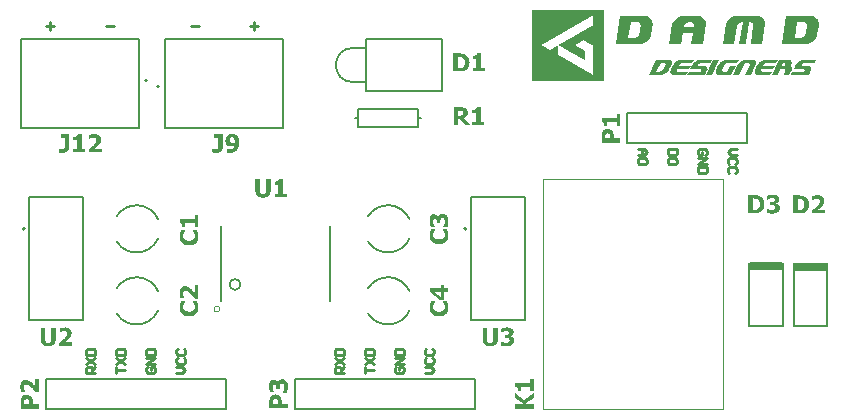
<source format=gbr>
%TF.GenerationSoftware,Altium Limited,Altium Designer,21.0.9 (235)*%
G04 Layer_Color=65535*
%FSLAX45Y45*%
%MOMM*%
%TF.SameCoordinates,ED2B7B90-DC9C-465B-8049-FED9E851BE10*%
%TF.FilePolarity,Positive*%
%TF.FileFunction,Legend,Top*%
%TF.Part,Single*%
G01*
G75*
%TA.AperFunction,NonConductor*%
%ADD47C,0.20000*%
%ADD48C,0.12700*%
%ADD49C,0.00000*%
%ADD50C,0.15240*%
%ADD51C,0.10000*%
%ADD52C,0.25400*%
%ADD53R,2.79999X0.80000*%
G36*
X5283313Y3854682D02*
Y3853705D01*
Y3852728D01*
Y3851752D01*
Y3850775D01*
Y3849798D01*
Y3848821D01*
Y3847844D01*
Y3846867D01*
Y3845891D01*
Y3844914D01*
Y3843937D01*
Y3842960D01*
Y3841983D01*
Y3841007D01*
Y3840030D01*
Y3839053D01*
Y3838076D01*
Y3837100D01*
Y3836123D01*
Y3835146D01*
Y3834169D01*
Y3833192D01*
Y3832215D01*
Y3831238D01*
Y3830262D01*
Y3829285D01*
Y3828308D01*
Y3827331D01*
Y3826355D01*
Y3825378D01*
Y3824401D01*
Y3823424D01*
Y3822447D01*
Y3821470D01*
Y3820494D01*
Y3819517D01*
Y3818540D01*
Y3817563D01*
Y3816586D01*
Y3815610D01*
Y3814633D01*
Y3813656D01*
Y3812679D01*
Y3811702D01*
Y3810725D01*
Y3809749D01*
Y3808772D01*
Y3807795D01*
Y3806818D01*
Y3805841D01*
Y3804865D01*
Y3803888D01*
Y3802911D01*
Y3801934D01*
Y3800957D01*
Y3799981D01*
Y3799004D01*
Y3798027D01*
Y3797050D01*
Y3796073D01*
Y3795096D01*
Y3794120D01*
Y3793143D01*
Y3792166D01*
Y3791189D01*
Y3790212D01*
Y3789236D01*
Y3788259D01*
Y3787282D01*
Y3786305D01*
Y3785328D01*
Y3784352D01*
Y3783375D01*
Y3782398D01*
Y3781421D01*
Y3780444D01*
Y3779468D01*
Y3778491D01*
Y3777514D01*
Y3776537D01*
Y3775560D01*
Y3774584D01*
Y3773607D01*
Y3772630D01*
Y3771653D01*
Y3770676D01*
Y3769699D01*
Y3768723D01*
Y3767746D01*
Y3766769D01*
Y3765792D01*
Y3764815D01*
Y3763839D01*
Y3762862D01*
Y3761885D01*
Y3760908D01*
Y3759931D01*
Y3758954D01*
Y3757978D01*
Y3757001D01*
Y3756024D01*
Y3755047D01*
Y3754070D01*
Y3753094D01*
Y3752117D01*
Y3751140D01*
Y3750163D01*
Y3749186D01*
Y3748210D01*
Y3747233D01*
Y3746256D01*
Y3745279D01*
Y3744302D01*
Y3743326D01*
Y3742349D01*
Y3741372D01*
Y3740395D01*
Y3739418D01*
Y3738441D01*
Y3737464D01*
Y3736488D01*
Y3735511D01*
Y3734534D01*
Y3733557D01*
Y3732581D01*
Y3731604D01*
Y3730627D01*
Y3729650D01*
Y3728674D01*
Y3727697D01*
Y3726720D01*
Y3725743D01*
Y3724766D01*
Y3723789D01*
Y3722812D01*
Y3721836D01*
Y3720859D01*
Y3719882D01*
Y3718905D01*
Y3717929D01*
Y3716952D01*
Y3715975D01*
Y3714998D01*
Y3714021D01*
Y3713044D01*
Y3712068D01*
Y3711091D01*
Y3710114D01*
Y3709137D01*
Y3708160D01*
Y3707184D01*
Y3706207D01*
Y3705230D01*
Y3704253D01*
Y3703276D01*
Y3702299D01*
Y3701323D01*
Y3700346D01*
Y3699369D01*
Y3698392D01*
Y3697416D01*
Y3696439D01*
Y3695462D01*
Y3694485D01*
Y3693508D01*
Y3692531D01*
Y3691554D01*
Y3690578D01*
Y3689601D01*
Y3688624D01*
Y3687647D01*
Y3686671D01*
Y3685694D01*
Y3684717D01*
Y3683740D01*
Y3682764D01*
Y3681787D01*
Y3680810D01*
Y3679833D01*
Y3678856D01*
Y3677879D01*
Y3676902D01*
Y3675926D01*
Y3674949D01*
Y3673972D01*
Y3672995D01*
Y3672018D01*
Y3671042D01*
Y3670065D01*
Y3669088D01*
Y3668111D01*
Y3667134D01*
Y3666157D01*
Y3665181D01*
Y3664204D01*
Y3663227D01*
Y3662250D01*
Y3661274D01*
Y3660297D01*
Y3659320D01*
Y3658343D01*
Y3657366D01*
Y3656389D01*
Y3655413D01*
Y3654436D01*
Y3653459D01*
Y3652482D01*
Y3651505D01*
Y3650529D01*
Y3649552D01*
Y3648575D01*
Y3647598D01*
Y3646621D01*
Y3645644D01*
Y3644668D01*
Y3643691D01*
Y3642714D01*
Y3641737D01*
Y3640760D01*
Y3639784D01*
Y3638807D01*
Y3637830D01*
Y3636853D01*
Y3635876D01*
Y3634900D01*
Y3633923D01*
Y3632946D01*
Y3631969D01*
Y3630992D01*
Y3630016D01*
Y3629039D01*
Y3628062D01*
Y3627085D01*
Y3626108D01*
Y3625132D01*
Y3624155D01*
Y3623178D01*
Y3622201D01*
Y3621224D01*
Y3620247D01*
Y3619271D01*
Y3618294D01*
Y3617317D01*
Y3616340D01*
Y3615363D01*
Y3614386D01*
Y3613410D01*
Y3612433D01*
Y3611456D01*
Y3610479D01*
Y3609503D01*
Y3608526D01*
Y3607549D01*
Y3606572D01*
Y3605595D01*
Y3604618D01*
Y3603642D01*
Y3602665D01*
Y3601688D01*
Y3600711D01*
Y3599734D01*
Y3598758D01*
Y3597781D01*
Y3596804D01*
Y3595827D01*
Y3594850D01*
Y3593873D01*
Y3592897D01*
Y3591920D01*
Y3590943D01*
Y3589966D01*
Y3588990D01*
Y3588013D01*
Y3587036D01*
Y3586059D01*
Y3585082D01*
Y3584105D01*
Y3583128D01*
Y3582152D01*
Y3581175D01*
Y3580198D01*
Y3579221D01*
Y3578245D01*
Y3577268D01*
Y3576291D01*
Y3575314D01*
Y3574337D01*
Y3573360D01*
Y3572384D01*
Y3571407D01*
Y3570430D01*
Y3569453D01*
Y3568476D01*
Y3567500D01*
Y3566523D01*
Y3565546D01*
Y3564569D01*
Y3563592D01*
Y3562615D01*
Y3561639D01*
Y3560662D01*
Y3559685D01*
Y3558708D01*
Y3557732D01*
Y3556755D01*
Y3555778D01*
Y3554801D01*
Y3553824D01*
Y3552848D01*
Y3551871D01*
Y3550894D01*
Y3549917D01*
Y3548940D01*
Y3547963D01*
Y3546987D01*
Y3546010D01*
Y3545033D01*
Y3544056D01*
Y3543079D01*
Y3542103D01*
Y3541126D01*
Y3540149D01*
Y3539172D01*
Y3538195D01*
Y3537218D01*
Y3536242D01*
Y3535265D01*
Y3534288D01*
Y3533311D01*
Y3532335D01*
Y3531358D01*
Y3530381D01*
Y3529404D01*
Y3528427D01*
Y3527450D01*
Y3526474D01*
Y3525497D01*
Y3524520D01*
Y3523543D01*
Y3522566D01*
Y3521590D01*
Y3520613D01*
Y3519636D01*
Y3518659D01*
Y3517682D01*
Y3516705D01*
Y3515729D01*
Y3514752D01*
Y3513775D01*
Y3512798D01*
Y3511822D01*
Y3510845D01*
Y3509868D01*
Y3508891D01*
Y3507914D01*
Y3506938D01*
Y3505961D01*
Y3504984D01*
Y3504007D01*
Y3503030D01*
Y3502053D01*
Y3501077D01*
Y3500100D01*
Y3499123D01*
Y3498146D01*
Y3497169D01*
Y3496193D01*
Y3495216D01*
Y3494239D01*
Y3493262D01*
Y3492285D01*
Y3491308D01*
Y3490332D01*
Y3489355D01*
Y3488378D01*
Y3487401D01*
Y3486425D01*
Y3485448D01*
Y3484471D01*
Y3483494D01*
Y3482517D01*
Y3481540D01*
Y3480564D01*
Y3479587D01*
Y3478610D01*
Y3477633D01*
Y3476656D01*
Y3475679D01*
Y3474703D01*
Y3473726D01*
Y3472749D01*
Y3471772D01*
Y3470795D01*
Y3469819D01*
Y3468842D01*
Y3467865D01*
Y3466888D01*
Y3465911D01*
Y3464934D01*
Y3463958D01*
Y3462981D01*
Y3462004D01*
Y3461027D01*
Y3460050D01*
Y3459074D01*
Y3458097D01*
Y3457120D01*
Y3456143D01*
Y3455166D01*
Y3454190D01*
Y3453213D01*
Y3452236D01*
Y3451259D01*
Y3450282D01*
Y3449306D01*
Y3448329D01*
Y3447352D01*
Y3446375D01*
Y3445398D01*
Y3444422D01*
Y3443445D01*
Y3442468D01*
Y3441491D01*
Y3440514D01*
Y3439537D01*
Y3438561D01*
Y3437584D01*
Y3436607D01*
Y3435630D01*
Y3434654D01*
Y3433677D01*
Y3432700D01*
Y3431723D01*
Y3430746D01*
Y3429769D01*
Y3428792D01*
Y3427816D01*
Y3426839D01*
Y3425862D01*
Y3424885D01*
Y3423909D01*
Y3422932D01*
Y3421955D01*
Y3420978D01*
Y3420001D01*
Y3419024D01*
Y3418048D01*
Y3417071D01*
Y3416094D01*
Y3415117D01*
Y3414140D01*
Y3413164D01*
Y3412187D01*
Y3411210D01*
Y3410233D01*
Y3409256D01*
Y3408279D01*
Y3407303D01*
Y3406326D01*
Y3405349D01*
Y3404372D01*
Y3403396D01*
Y3402419D01*
Y3401442D01*
Y3400465D01*
Y3399488D01*
Y3398511D01*
Y3397535D01*
Y3396558D01*
Y3395581D01*
Y3394604D01*
Y3393627D01*
Y3392651D01*
Y3391674D01*
Y3390697D01*
Y3389720D01*
Y3388743D01*
Y3387766D01*
Y3386790D01*
Y3385813D01*
Y3384836D01*
Y3383859D01*
Y3382882D01*
Y3381906D01*
Y3380929D01*
Y3379952D01*
Y3378975D01*
Y3377999D01*
Y3377022D01*
Y3376045D01*
Y3375068D01*
Y3374091D01*
Y3373114D01*
Y3372138D01*
Y3371161D01*
Y3370184D01*
Y3369207D01*
Y3368230D01*
Y3367254D01*
Y3366277D01*
Y3365300D01*
Y3364323D01*
Y3363346D01*
Y3362369D01*
Y3361393D01*
Y3360416D01*
Y3359439D01*
Y3358462D01*
Y3357486D01*
Y3356509D01*
Y3355532D01*
Y3354555D01*
Y3353578D01*
Y3352601D01*
Y3351624D01*
Y3350648D01*
Y3349671D01*
Y3348694D01*
Y3347717D01*
Y3346741D01*
Y3345764D01*
Y3344787D01*
Y3343810D01*
Y3342833D01*
Y3341856D01*
Y3340880D01*
Y3339903D01*
Y3338926D01*
Y3337949D01*
Y3336972D01*
Y3335996D01*
Y3335019D01*
Y3334042D01*
Y3333065D01*
Y3332088D01*
Y3331112D01*
Y3330135D01*
Y3329158D01*
Y3328181D01*
Y3327204D01*
Y3326228D01*
Y3325251D01*
Y3324274D01*
Y3323297D01*
Y3322320D01*
Y3321343D01*
Y3320367D01*
Y3319390D01*
Y3318413D01*
Y3317436D01*
Y3316459D01*
Y3315483D01*
Y3314506D01*
Y3313529D01*
Y3312552D01*
Y3311575D01*
Y3310599D01*
Y3309622D01*
Y3308645D01*
Y3307668D01*
Y3306691D01*
Y3305714D01*
Y3304738D01*
Y3303761D01*
Y3302784D01*
Y3301807D01*
Y3300830D01*
Y3299854D01*
Y3298877D01*
Y3297900D01*
Y3296923D01*
Y3295946D01*
Y3294970D01*
Y3293993D01*
Y3293016D01*
Y3292039D01*
Y3291062D01*
Y3290085D01*
Y3289109D01*
Y3288132D01*
Y3287155D01*
Y3286178D01*
Y3285201D01*
Y3284225D01*
Y3283248D01*
Y3282271D01*
Y3281294D01*
Y3280317D01*
Y3279340D01*
Y3278364D01*
Y3277387D01*
Y3276410D01*
Y3275433D01*
Y3274457D01*
Y3273480D01*
Y3272503D01*
Y3271526D01*
Y3270549D01*
Y3269572D01*
Y3268596D01*
Y3267619D01*
Y3266642D01*
Y3265665D01*
Y3264688D01*
Y3263712D01*
Y3262735D01*
Y3261758D01*
Y3260781D01*
Y3259805D01*
Y3258828D01*
Y3257851D01*
Y3256874D01*
Y3255897D01*
Y3254920D01*
Y3253943D01*
Y3252967D01*
X4673783D01*
Y3253943D01*
Y3254920D01*
Y3255897D01*
Y3256874D01*
Y3257851D01*
Y3258828D01*
Y3259805D01*
Y3260781D01*
Y3261758D01*
Y3262735D01*
Y3263712D01*
Y3264688D01*
Y3265665D01*
Y3266642D01*
Y3267619D01*
Y3268596D01*
Y3269572D01*
Y3270549D01*
Y3271526D01*
Y3272503D01*
Y3273480D01*
Y3274457D01*
Y3275433D01*
Y3276410D01*
Y3277387D01*
Y3278364D01*
Y3279340D01*
Y3280317D01*
Y3281294D01*
Y3282271D01*
Y3283248D01*
Y3284225D01*
Y3285201D01*
Y3286178D01*
Y3287155D01*
Y3288132D01*
Y3289109D01*
Y3290085D01*
Y3291062D01*
Y3292039D01*
Y3293016D01*
Y3293993D01*
Y3294970D01*
Y3295946D01*
Y3296923D01*
Y3297900D01*
Y3298877D01*
Y3299854D01*
Y3300830D01*
Y3301807D01*
Y3302784D01*
Y3303761D01*
Y3304738D01*
Y3305714D01*
Y3306691D01*
Y3307668D01*
Y3308645D01*
Y3309622D01*
Y3310599D01*
Y3311575D01*
Y3312552D01*
Y3313529D01*
Y3314506D01*
Y3315483D01*
Y3316459D01*
Y3317436D01*
Y3318413D01*
Y3319390D01*
Y3320367D01*
Y3321343D01*
Y3322320D01*
Y3323297D01*
Y3324274D01*
Y3325251D01*
Y3326228D01*
Y3327204D01*
Y3328181D01*
Y3329158D01*
Y3330135D01*
Y3331112D01*
Y3332088D01*
Y3333065D01*
Y3334042D01*
Y3335019D01*
Y3335996D01*
Y3336972D01*
Y3337949D01*
Y3338926D01*
Y3339903D01*
Y3340880D01*
Y3341856D01*
Y3342833D01*
Y3343810D01*
Y3344787D01*
Y3345764D01*
Y3346741D01*
Y3347717D01*
Y3348694D01*
Y3349671D01*
Y3350648D01*
Y3351624D01*
Y3352601D01*
Y3353578D01*
Y3354555D01*
Y3355532D01*
Y3356509D01*
Y3357486D01*
Y3358462D01*
Y3359439D01*
Y3360416D01*
Y3361393D01*
Y3362369D01*
Y3363346D01*
Y3364323D01*
Y3365300D01*
Y3366277D01*
Y3367254D01*
Y3368230D01*
Y3369207D01*
Y3370184D01*
Y3371161D01*
Y3372138D01*
Y3373114D01*
Y3374091D01*
Y3375068D01*
Y3376045D01*
Y3377022D01*
Y3377999D01*
Y3378975D01*
Y3379952D01*
Y3380929D01*
Y3381906D01*
Y3382882D01*
Y3383859D01*
Y3384836D01*
Y3385813D01*
Y3386790D01*
Y3387766D01*
Y3388743D01*
Y3389720D01*
Y3390697D01*
Y3391674D01*
Y3392651D01*
Y3393627D01*
Y3394604D01*
Y3395581D01*
Y3396558D01*
Y3397535D01*
Y3398511D01*
Y3399488D01*
Y3400465D01*
Y3401442D01*
Y3402419D01*
Y3403396D01*
Y3404372D01*
Y3405349D01*
Y3406326D01*
Y3407303D01*
Y3408279D01*
Y3409256D01*
Y3410233D01*
Y3411210D01*
Y3412187D01*
Y3413164D01*
Y3414140D01*
Y3415117D01*
Y3416094D01*
Y3417071D01*
Y3418048D01*
Y3419024D01*
Y3420001D01*
Y3420978D01*
Y3421955D01*
Y3422932D01*
Y3423909D01*
Y3424885D01*
Y3425862D01*
Y3426839D01*
Y3427816D01*
Y3428792D01*
Y3429769D01*
Y3430746D01*
Y3431723D01*
Y3432700D01*
Y3433677D01*
Y3434654D01*
Y3435630D01*
Y3436607D01*
Y3437584D01*
Y3438561D01*
Y3439537D01*
Y3440514D01*
Y3441491D01*
Y3442468D01*
Y3443445D01*
Y3444422D01*
Y3445398D01*
Y3446375D01*
Y3447352D01*
Y3448329D01*
Y3449306D01*
Y3450282D01*
Y3451259D01*
Y3452236D01*
Y3453213D01*
Y3454190D01*
Y3455166D01*
Y3456143D01*
Y3457120D01*
Y3458097D01*
Y3459074D01*
Y3460050D01*
Y3461027D01*
Y3462004D01*
Y3462981D01*
Y3463958D01*
Y3464934D01*
Y3465911D01*
Y3466888D01*
Y3467865D01*
Y3468842D01*
Y3469819D01*
Y3470795D01*
Y3471772D01*
Y3472749D01*
Y3473726D01*
Y3474703D01*
Y3475679D01*
Y3476656D01*
Y3477633D01*
Y3478610D01*
Y3479587D01*
Y3480564D01*
Y3481540D01*
Y3482517D01*
Y3483494D01*
Y3484471D01*
Y3485448D01*
Y3486425D01*
Y3487401D01*
Y3488378D01*
Y3489355D01*
Y3490332D01*
Y3491308D01*
Y3492285D01*
Y3493262D01*
Y3494239D01*
Y3495216D01*
Y3496193D01*
Y3497169D01*
Y3498146D01*
Y3499123D01*
Y3500100D01*
Y3501077D01*
Y3502053D01*
Y3503030D01*
Y3504007D01*
Y3504984D01*
Y3505961D01*
Y3506938D01*
Y3507914D01*
Y3508891D01*
Y3509868D01*
Y3510845D01*
Y3511822D01*
Y3512798D01*
Y3513775D01*
Y3514752D01*
Y3515729D01*
Y3516705D01*
Y3517682D01*
Y3518659D01*
Y3519636D01*
Y3520613D01*
Y3521590D01*
Y3522566D01*
Y3523543D01*
Y3524520D01*
Y3525497D01*
Y3526474D01*
Y3527450D01*
Y3528427D01*
Y3529404D01*
Y3530381D01*
Y3531358D01*
Y3532335D01*
Y3533311D01*
Y3534288D01*
Y3535265D01*
Y3536242D01*
Y3537218D01*
Y3538195D01*
Y3539172D01*
Y3540149D01*
Y3541126D01*
Y3542103D01*
Y3543079D01*
Y3544056D01*
Y3545033D01*
Y3546010D01*
Y3546987D01*
Y3547963D01*
Y3548940D01*
Y3549917D01*
Y3550894D01*
Y3551871D01*
Y3552848D01*
Y3553824D01*
Y3554801D01*
Y3555778D01*
Y3556755D01*
Y3557732D01*
Y3558708D01*
Y3559685D01*
Y3560662D01*
Y3561639D01*
Y3562615D01*
Y3563592D01*
Y3564569D01*
Y3565546D01*
Y3566523D01*
Y3567500D01*
Y3568476D01*
Y3569453D01*
Y3570430D01*
Y3571407D01*
Y3572384D01*
Y3573360D01*
Y3574337D01*
Y3575314D01*
Y3576291D01*
Y3577268D01*
Y3578245D01*
Y3579221D01*
Y3580198D01*
Y3581175D01*
Y3582152D01*
Y3583128D01*
Y3584105D01*
Y3585082D01*
Y3586059D01*
Y3587036D01*
Y3588013D01*
Y3588990D01*
Y3589966D01*
Y3590943D01*
Y3591920D01*
Y3592897D01*
Y3593873D01*
Y3594850D01*
Y3595827D01*
Y3596804D01*
Y3597781D01*
Y3598758D01*
Y3599734D01*
Y3600711D01*
Y3601688D01*
Y3602665D01*
Y3603642D01*
Y3604618D01*
Y3605595D01*
Y3606572D01*
Y3607549D01*
Y3608526D01*
Y3609503D01*
Y3610479D01*
Y3611456D01*
Y3612433D01*
Y3613410D01*
Y3614386D01*
Y3615363D01*
Y3616340D01*
Y3617317D01*
Y3618294D01*
Y3619271D01*
Y3620247D01*
Y3621224D01*
Y3622201D01*
Y3623178D01*
Y3624155D01*
Y3625132D01*
Y3626108D01*
Y3627085D01*
Y3628062D01*
Y3629039D01*
Y3630016D01*
Y3630992D01*
Y3631969D01*
Y3632946D01*
Y3633923D01*
Y3634900D01*
Y3635876D01*
Y3636853D01*
Y3637830D01*
Y3638807D01*
Y3639784D01*
Y3640760D01*
Y3641737D01*
Y3642714D01*
Y3643691D01*
Y3644668D01*
Y3645644D01*
Y3646621D01*
Y3647598D01*
Y3648575D01*
Y3649552D01*
Y3650529D01*
Y3651505D01*
Y3652482D01*
Y3653459D01*
Y3654436D01*
Y3655413D01*
Y3656389D01*
Y3657366D01*
Y3658343D01*
Y3659320D01*
Y3660297D01*
Y3661274D01*
Y3662250D01*
Y3663227D01*
Y3664204D01*
Y3665181D01*
Y3666157D01*
Y3667134D01*
Y3668111D01*
Y3669088D01*
Y3670065D01*
Y3671042D01*
Y3672018D01*
Y3672995D01*
Y3673972D01*
Y3674949D01*
Y3675926D01*
Y3676902D01*
Y3677879D01*
Y3678856D01*
Y3679833D01*
Y3680810D01*
Y3681787D01*
Y3682764D01*
Y3683740D01*
Y3684717D01*
Y3685694D01*
Y3686671D01*
Y3687647D01*
Y3688624D01*
Y3689601D01*
Y3690578D01*
Y3691554D01*
Y3692531D01*
Y3693508D01*
Y3694485D01*
Y3695462D01*
Y3696439D01*
Y3697416D01*
Y3698392D01*
Y3699369D01*
Y3700346D01*
Y3701323D01*
Y3702299D01*
Y3703276D01*
Y3704253D01*
Y3705230D01*
Y3706207D01*
Y3707184D01*
Y3708160D01*
Y3709137D01*
Y3710114D01*
Y3711091D01*
Y3712068D01*
Y3713044D01*
Y3714021D01*
Y3714998D01*
Y3715975D01*
Y3716952D01*
Y3717929D01*
Y3718905D01*
Y3719882D01*
Y3720859D01*
Y3721836D01*
Y3722812D01*
Y3723789D01*
Y3724766D01*
Y3725743D01*
Y3726720D01*
Y3727697D01*
Y3728674D01*
Y3729650D01*
Y3730627D01*
Y3731604D01*
Y3732581D01*
Y3733557D01*
Y3734534D01*
Y3735511D01*
Y3736488D01*
Y3737464D01*
Y3738441D01*
Y3739418D01*
Y3740395D01*
Y3741372D01*
Y3742349D01*
Y3743326D01*
Y3744302D01*
Y3745279D01*
Y3746256D01*
Y3747233D01*
Y3748210D01*
Y3749186D01*
Y3750163D01*
Y3751140D01*
Y3752117D01*
Y3753094D01*
Y3754070D01*
Y3755047D01*
Y3756024D01*
Y3757001D01*
Y3757978D01*
Y3758954D01*
Y3759931D01*
Y3760908D01*
Y3761885D01*
Y3762862D01*
Y3763839D01*
Y3764815D01*
Y3765792D01*
Y3766769D01*
Y3767746D01*
Y3768723D01*
Y3769699D01*
Y3770676D01*
Y3771653D01*
Y3772630D01*
Y3773607D01*
Y3774584D01*
Y3775560D01*
Y3776537D01*
Y3777514D01*
Y3778491D01*
Y3779468D01*
Y3780444D01*
Y3781421D01*
Y3782398D01*
Y3783375D01*
Y3784352D01*
Y3785328D01*
Y3786305D01*
Y3787282D01*
Y3788259D01*
Y3789236D01*
Y3790212D01*
Y3791189D01*
Y3792166D01*
Y3793143D01*
Y3794120D01*
Y3795096D01*
Y3796073D01*
Y3797050D01*
Y3798027D01*
Y3799004D01*
Y3799981D01*
Y3800957D01*
Y3801934D01*
Y3802911D01*
Y3803888D01*
Y3804865D01*
Y3805841D01*
Y3806818D01*
Y3807795D01*
Y3808772D01*
Y3809749D01*
Y3810725D01*
Y3811702D01*
Y3812679D01*
Y3813656D01*
Y3814633D01*
Y3815610D01*
Y3816586D01*
Y3817563D01*
Y3818540D01*
Y3819517D01*
Y3820494D01*
Y3821470D01*
Y3822447D01*
Y3823424D01*
Y3824401D01*
Y3825378D01*
Y3826355D01*
Y3827331D01*
Y3828308D01*
Y3829285D01*
Y3830262D01*
Y3831238D01*
Y3832215D01*
Y3833192D01*
Y3834169D01*
Y3835146D01*
Y3836123D01*
Y3837100D01*
Y3838076D01*
Y3839053D01*
Y3840030D01*
Y3841007D01*
Y3841983D01*
Y3842960D01*
Y3843937D01*
Y3844914D01*
Y3845891D01*
Y3846867D01*
Y3847844D01*
Y3848821D01*
Y3849798D01*
Y3850775D01*
Y3851752D01*
Y3852728D01*
Y3853705D01*
Y3854682D01*
Y3855659D01*
X5283313D01*
Y3854682D01*
D02*
G37*
G36*
X499287Y614785D02*
X474382D01*
X474147Y615020D01*
X473912Y615490D01*
X473207Y616195D01*
X472502Y617134D01*
X470388Y619954D01*
X467568Y623243D01*
X464279Y627237D01*
X460755Y631466D01*
X456996Y635930D01*
X453236Y640160D01*
X453001Y640394D01*
X452766Y640629D01*
X451592Y642039D01*
X449477Y644154D01*
X447128Y646973D01*
X444073Y650262D01*
X440784Y653552D01*
X437495Y657076D01*
X433970Y660365D01*
X433735Y660600D01*
X433501Y660835D01*
X432091Y662245D01*
X429741Y664124D01*
X426922Y666709D01*
X423868Y669293D01*
X420343Y671878D01*
X416819Y674462D01*
X413295Y676577D01*
X412825Y676812D01*
X411650Y677282D01*
X410006Y678221D01*
X407656Y679161D01*
X404837Y680101D01*
X401782Y681041D01*
X398493Y681511D01*
X394969Y681746D01*
X394734D01*
X394499D01*
X393324D01*
X391210Y681511D01*
X388860Y681041D01*
X386276Y680101D01*
X383691Y678926D01*
X381107Y677282D01*
X378757Y675167D01*
X378522Y674932D01*
X377817Y673992D01*
X376878Y672583D01*
X375703Y670703D01*
X374763Y668119D01*
X373823Y665064D01*
X373118Y661540D01*
X372883Y657546D01*
Y655431D01*
X373118Y654022D01*
X373353Y652377D01*
X373588Y650497D01*
X374528Y646503D01*
Y646268D01*
X374763Y645563D01*
X374998Y644624D01*
X375468Y643214D01*
X375938Y641569D01*
X376643Y639925D01*
X378052Y635930D01*
Y635695D01*
X378522Y634991D01*
X378992Y634051D01*
X379462Y632876D01*
X381107Y630057D01*
X382986Y627002D01*
Y626767D01*
X383456Y626297D01*
X384396Y624888D01*
X385571Y623008D01*
X386511Y621364D01*
Y618544D01*
X353148D01*
X352913Y618779D01*
X352678Y619719D01*
X351973Y621364D01*
X351268Y623478D01*
X350328Y626297D01*
X349153Y629587D01*
X347979Y633816D01*
X346804Y638515D01*
Y638750D01*
X346569Y639220D01*
Y639925D01*
X346334Y640864D01*
X346099Y642039D01*
X345864Y643684D01*
X345159Y646973D01*
X344454Y651202D01*
X343985Y655666D01*
X343750Y660365D01*
X343515Y665064D01*
Y667649D01*
X343750Y669528D01*
X343985Y671878D01*
X344220Y674462D01*
X344454Y677282D01*
X344924Y680571D01*
X346569Y687150D01*
X348684Y693963D01*
X350093Y697487D01*
X351738Y700542D01*
X353618Y703596D01*
X355732Y706415D01*
X355967Y706650D01*
X356202Y707120D01*
X356907Y707825D01*
X358082Y708530D01*
X359256Y709705D01*
X360666Y710879D01*
X362546Y712054D01*
X364660Y713464D01*
X366775Y714874D01*
X369359Y716048D01*
X372179Y717223D01*
X375233Y718398D01*
X378522Y719103D01*
X382046Y719808D01*
X385806Y720277D01*
X389800Y720512D01*
X390035D01*
X390505D01*
X391210D01*
X392149D01*
X393324Y720277D01*
X394734D01*
X398258Y719808D01*
X402252Y718868D01*
X406716Y717693D01*
X411415Y716048D01*
X416349Y713934D01*
X416584D01*
X416819Y713699D01*
X417524Y713229D01*
X418699Y712759D01*
X419873Y712054D01*
X421283Y711114D01*
X424572Y709000D01*
X428802Y705946D01*
X433501Y702421D01*
X438669Y697957D01*
X444073Y692788D01*
X444543Y692318D01*
X445718Y691144D01*
X447363Y689499D01*
X449477Y687150D01*
X452062Y684330D01*
X454881Y681511D01*
X460520Y674932D01*
X460755Y674462D01*
X461695Y673522D01*
X462869Y671878D01*
X464279Y669998D01*
X467568Y666004D01*
X469213Y663889D01*
X470388Y662245D01*
Y727091D01*
X499287D01*
Y614785D01*
D02*
G37*
G36*
X398493Y594344D02*
X401312Y594109D01*
X404367Y593639D01*
X407891Y593170D01*
X411415Y592230D01*
X415174Y591055D01*
X415644Y590820D01*
X416819Y590350D01*
X418464Y589645D01*
X420813Y588705D01*
X423398Y587296D01*
X425982Y585416D01*
X428567Y583537D01*
X431151Y581187D01*
X431386Y580952D01*
X431856Y580482D01*
X432561Y579777D01*
X433501Y578838D01*
X436085Y576018D01*
X438669Y572729D01*
X438904Y572494D01*
X439139Y572024D01*
X439844Y570849D01*
X440549Y569675D01*
X441489Y568265D01*
X442429Y566385D01*
X444308Y562391D01*
Y562156D01*
X444778Y561451D01*
X445013Y560277D01*
X445718Y558632D01*
X446188Y556987D01*
X446893Y554873D01*
X448067Y549939D01*
Y549704D01*
X448302Y548764D01*
X448537Y547354D01*
Y545710D01*
X448772Y543360D01*
X449007Y541011D01*
X449242Y538191D01*
Y515166D01*
X499287D01*
Y476869D01*
X346334D01*
Y538426D01*
X346569Y540776D01*
Y544065D01*
X347039Y547589D01*
X347509Y551348D01*
X347979Y555108D01*
X348919Y558867D01*
Y559337D01*
X349388Y560511D01*
X349858Y562391D01*
X350798Y564741D01*
X351738Y567325D01*
X353148Y570379D01*
X354557Y573434D01*
X356437Y576488D01*
X356672Y576958D01*
X357612Y577898D01*
X358786Y579307D01*
X360666Y581422D01*
X362781Y583537D01*
X365365Y585651D01*
X368419Y587766D01*
X371944Y589645D01*
X372414Y589880D01*
X373588Y590350D01*
X375703Y591290D01*
X378287Y592230D01*
X381812Y592935D01*
X385571Y593874D01*
X390035Y594344D01*
X394734Y594579D01*
X395204D01*
X396613D01*
X398493Y594344D01*
D02*
G37*
G36*
X2059305Y2690561D02*
Y2690091D01*
Y2688916D01*
X2059070Y2686802D01*
X2058835Y2684452D01*
X2058365Y2681398D01*
X2057895Y2678344D01*
X2056955Y2674819D01*
X2055781Y2671530D01*
X2055546Y2671060D01*
X2055076Y2670120D01*
X2054371Y2668476D01*
X2053196Y2666361D01*
X2051787Y2664012D01*
X2050142Y2661662D01*
X2048027Y2659078D01*
X2045443Y2656728D01*
X2045208Y2656493D01*
X2044033Y2655553D01*
X2042624Y2654379D01*
X2040274Y2652734D01*
X2037690Y2651089D01*
X2034635Y2649445D01*
X2031111Y2647800D01*
X2027352Y2646390D01*
X2026882Y2646155D01*
X2025472Y2645921D01*
X2023358Y2645451D01*
X2020538Y2644981D01*
X2017014Y2644276D01*
X2012785Y2643806D01*
X2008321Y2643571D01*
X2003387Y2643336D01*
X1999628D01*
X1997043Y2643571D01*
X1994224D01*
X1990935Y2643806D01*
X1984121Y2644276D01*
X1983651D01*
X1982711Y2644511D01*
X1981067D01*
X1978952Y2644746D01*
X1976368Y2644981D01*
X1973783Y2645451D01*
X1968614Y2646155D01*
Y2677169D01*
X1972139D01*
X1972608Y2676934D01*
X1973548Y2676464D01*
X1974958Y2675994D01*
X1978012Y2674819D01*
X1981537Y2673645D01*
X1981771D01*
X1982476Y2673410D01*
X1983651Y2673175D01*
X1985061Y2672940D01*
X1986940Y2672705D01*
X1989290Y2672470D01*
X1991874Y2672235D01*
X1996338D01*
X1998218Y2672470D01*
X2000333Y2672705D01*
X2002917Y2672940D01*
X2005501Y2673410D01*
X2008086Y2674115D01*
X2010200Y2675054D01*
X2010435Y2675289D01*
X2011140Y2675524D01*
X2012080Y2676229D01*
X2013255Y2677169D01*
X2014664Y2678344D01*
X2015839Y2679518D01*
X2017014Y2681163D01*
X2017954Y2683043D01*
Y2683278D01*
X2018424Y2683982D01*
X2018659Y2684922D01*
X2019129Y2686332D01*
X2019598Y2687977D01*
X2020068Y2690091D01*
X2020538Y2694555D01*
Y2694790D01*
Y2695730D01*
X2020773Y2697140D01*
Y2698784D01*
Y2701134D01*
X2021008Y2703483D01*
Y2706303D01*
Y2709357D01*
Y2770679D01*
X1986001D01*
Y2798638D01*
X2059305D01*
Y2690561D01*
D02*
G37*
G36*
X2142477Y2801692D02*
X2145767Y2801457D01*
X2149526Y2800988D01*
X2153520Y2800283D01*
X2157514Y2799343D01*
X2161508Y2798168D01*
X2161743D01*
X2161978Y2797933D01*
X2163153Y2797463D01*
X2165267Y2796523D01*
X2167617Y2795349D01*
X2170436Y2793704D01*
X2173491Y2791824D01*
X2176545Y2789475D01*
X2179364Y2786656D01*
X2179834Y2786186D01*
X2180774Y2785011D01*
X2182419Y2783131D01*
X2184298Y2780547D01*
X2186413Y2777258D01*
X2188528Y2773263D01*
X2190642Y2768799D01*
X2192522Y2763865D01*
Y2763630D01*
X2192757Y2763161D01*
X2192992Y2762456D01*
X2193227Y2761516D01*
X2193461Y2760106D01*
X2193931Y2758462D01*
X2194401Y2756582D01*
X2194871Y2754702D01*
X2195576Y2749768D01*
X2196281Y2744130D01*
X2196751Y2737786D01*
X2196986Y2730737D01*
Y2730503D01*
Y2729798D01*
Y2728858D01*
Y2727448D01*
X2196751Y2725804D01*
Y2723689D01*
X2196516Y2721339D01*
Y2718990D01*
X2195811Y2713351D01*
X2195106Y2707242D01*
X2193931Y2701134D01*
X2192287Y2694790D01*
Y2694555D01*
X2192052Y2694085D01*
X2191817Y2693145D01*
X2191347Y2691971D01*
X2190877Y2690796D01*
X2190407Y2689151D01*
X2188762Y2685157D01*
X2186883Y2680928D01*
X2184533Y2676229D01*
X2181479Y2671530D01*
X2178190Y2667066D01*
Y2666831D01*
X2177720Y2666596D01*
X2176545Y2665186D01*
X2174196Y2662837D01*
X2171376Y2660252D01*
X2167852Y2657433D01*
X2163623Y2654379D01*
X2158924Y2651324D01*
X2153755Y2648740D01*
X2153520D01*
X2153050Y2648505D01*
X2152345Y2648270D01*
X2151170Y2647800D01*
X2149761Y2647330D01*
X2148116Y2646860D01*
X2146002Y2646155D01*
X2143887Y2645686D01*
X2141303Y2645216D01*
X2138483Y2644511D01*
X2132374Y2643571D01*
X2125561Y2642866D01*
X2117808Y2642631D01*
X2115223D01*
X2113344Y2642866D01*
X2110994D01*
X2108410Y2643101D01*
X2102771Y2643571D01*
X2102536D01*
X2101596Y2643806D01*
X2100186D01*
X2098542Y2644041D01*
X2095252Y2644746D01*
X2093843Y2644981D01*
X2092668Y2645216D01*
Y2675289D01*
X2095722D01*
X2095957Y2675054D01*
X2096662Y2674584D01*
X2097602Y2674349D01*
X2098777Y2673880D01*
X2099951Y2673175D01*
X2103476Y2672000D01*
X2103711D01*
X2104415Y2671765D01*
X2105590Y2671530D01*
X2107470Y2671295D01*
X2109584Y2671060D01*
X2111934Y2670825D01*
X2114988Y2670590D01*
X2121097D01*
X2122976Y2670825D01*
X2125091Y2671060D01*
X2127440Y2671295D01*
X2132609Y2672470D01*
X2132844D01*
X2133784Y2672940D01*
X2135194Y2673410D01*
X2136838Y2674115D01*
X2138718Y2675054D01*
X2140833Y2675994D01*
X2144827Y2678814D01*
X2145062Y2679048D01*
X2145767Y2679518D01*
X2146706Y2680693D01*
X2147881Y2681868D01*
X2149291Y2683513D01*
X2150701Y2685392D01*
X2152110Y2687742D01*
X2153520Y2690091D01*
X2153755Y2690326D01*
X2153990Y2691266D01*
X2154695Y2692911D01*
X2155400Y2694790D01*
X2156339Y2697375D01*
X2157044Y2700194D01*
X2157749Y2703483D01*
X2158219Y2707242D01*
X2157749Y2707008D01*
X2156809Y2706303D01*
X2155165Y2705363D01*
X2153285Y2704423D01*
X2150935Y2703013D01*
X2148351Y2701604D01*
X2142947Y2699254D01*
X2142712D01*
X2141772Y2698784D01*
X2140128Y2698549D01*
X2138248Y2698079D01*
X2135664Y2697610D01*
X2132609Y2697140D01*
X2129320Y2696905D01*
X2125561Y2696670D01*
X2122742D01*
X2120627Y2696905D01*
X2118277Y2697140D01*
X2115693Y2697375D01*
X2110289Y2698549D01*
X2110054D01*
X2109114Y2699019D01*
X2107705Y2699489D01*
X2106060Y2700194D01*
X2103946Y2701134D01*
X2101831Y2702309D01*
X2097132Y2705128D01*
X2096897Y2705363D01*
X2095957Y2706303D01*
X2094547Y2707712D01*
X2092668Y2709592D01*
X2090788Y2711707D01*
X2088674Y2714526D01*
X2086559Y2717580D01*
X2084680Y2721105D01*
X2084445Y2721574D01*
X2083975Y2722749D01*
X2083270Y2724864D01*
X2082565Y2727918D01*
X2081625Y2731442D01*
X2080920Y2735671D01*
X2080450Y2740605D01*
X2080216Y2746244D01*
Y2746479D01*
Y2746714D01*
Y2747419D01*
Y2748359D01*
X2080450Y2750473D01*
X2080685Y2753528D01*
X2081155Y2756817D01*
X2081860Y2760576D01*
X2082800Y2764570D01*
X2084210Y2768329D01*
Y2768564D01*
X2084445Y2768799D01*
X2084915Y2769974D01*
X2085854Y2771854D01*
X2087264Y2774438D01*
X2088674Y2777023D01*
X2090788Y2780077D01*
X2093138Y2783131D01*
X2095722Y2785951D01*
X2095957Y2786186D01*
X2097132Y2787125D01*
X2098542Y2788535D01*
X2100656Y2790180D01*
X2103241Y2792059D01*
X2106530Y2794174D01*
X2110054Y2796054D01*
X2113813Y2797698D01*
X2114048D01*
X2114283Y2797933D01*
X2115693Y2798403D01*
X2118042Y2799108D01*
X2120862Y2799813D01*
X2124386Y2800518D01*
X2128380Y2801222D01*
X2133079Y2801692D01*
X2137778Y2801927D01*
X2140128D01*
X2142477Y2801692D01*
D02*
G37*
G36*
X2563786Y724976D02*
X2566605Y724742D01*
X2569895Y724272D01*
X2573184Y723332D01*
X2576943Y722392D01*
X2580467Y720982D01*
X2580937Y720747D01*
X2581877Y720277D01*
X2583757Y719338D01*
X2585871Y717928D01*
X2588221Y716048D01*
X2591040Y714169D01*
X2593624Y711584D01*
X2596209Y708765D01*
X2596444Y708295D01*
X2597149Y707355D01*
X2598323Y705476D01*
X2599733Y703361D01*
X2601378Y700542D01*
X2603022Y697252D01*
X2604667Y693493D01*
X2606077Y689499D01*
Y689264D01*
X2606312Y689029D01*
Y688324D01*
X2606547Y687619D01*
X2607017Y685270D01*
X2607721Y682216D01*
X2608426Y678221D01*
X2608896Y673757D01*
X2609131Y668588D01*
X2609366Y662950D01*
Y658486D01*
X2609131Y656606D01*
X2608896Y652377D01*
X2608661Y647678D01*
X2607956Y642509D01*
X2607252Y637340D01*
X2606312Y632406D01*
Y632171D01*
X2606077Y631936D01*
Y631231D01*
X2605842Y630292D01*
X2605137Y627942D01*
X2604432Y625123D01*
X2603492Y621833D01*
X2602318Y618309D01*
X2601143Y615020D01*
X2599733Y611731D01*
X2566605D01*
Y615255D01*
X2566840Y615725D01*
X2567545Y616665D01*
X2568485Y618544D01*
X2569895Y620894D01*
X2571539Y623713D01*
X2572949Y627237D01*
X2574594Y630996D01*
X2576238Y634991D01*
Y635226D01*
X2576473Y635461D01*
X2576708Y636870D01*
X2577413Y639220D01*
X2578118Y642039D01*
X2578823Y645093D01*
X2579293Y648618D01*
X2579762Y652377D01*
X2579997Y655901D01*
Y658016D01*
X2579762Y659425D01*
Y661305D01*
X2579527Y663185D01*
X2579058Y667884D01*
Y668119D01*
X2578823Y669058D01*
X2578588Y670233D01*
X2578118Y671643D01*
X2576943Y675402D01*
X2574828Y678926D01*
X2574594Y679161D01*
X2574359Y679631D01*
X2572949Y681041D01*
X2571069Y682685D01*
X2568485Y684565D01*
X2568250D01*
X2567780Y684800D01*
X2566840Y685270D01*
X2565665Y685740D01*
X2564021Y685975D01*
X2562141Y686445D01*
X2560027Y686680D01*
X2557677D01*
X2557442D01*
X2556502D01*
X2555328Y686445D01*
X2553683Y686210D01*
X2550159Y685505D01*
X2548514Y684565D01*
X2547104Y683625D01*
X2546869Y683390D01*
X2546400Y683155D01*
X2545930Y682451D01*
X2544990Y681511D01*
X2543345Y678926D01*
X2541701Y675637D01*
Y675402D01*
X2541466Y674697D01*
X2540996Y673757D01*
X2540761Y672348D01*
X2540291Y670703D01*
X2540056Y668588D01*
X2539821Y666474D01*
X2539586Y663889D01*
Y661540D01*
X2539351Y659895D01*
Y645328D01*
X2512567D01*
Y655431D01*
X2512332Y657311D01*
Y659425D01*
X2512097Y663889D01*
Y664124D01*
X2511862Y664829D01*
Y666004D01*
X2511392Y667414D01*
X2510687Y670703D01*
X2509512Y673992D01*
Y674227D01*
X2509042Y674697D01*
X2508808Y675402D01*
X2508103Y676342D01*
X2506458Y678456D01*
X2504109Y680336D01*
X2503874D01*
X2503404Y680806D01*
X2502699Y681041D01*
X2501524Y681511D01*
X2500349Y681981D01*
X2498705Y682216D01*
X2496825Y682685D01*
X2494711D01*
X2494476D01*
X2494006D01*
X2493066D01*
X2491891Y682451D01*
X2489542Y681746D01*
X2487192Y680336D01*
X2486957D01*
X2486722Y679866D01*
X2485547Y678926D01*
X2483903Y677282D01*
X2482493Y675167D01*
Y674932D01*
X2482258Y674462D01*
X2481788Y673757D01*
X2481553Y672583D01*
X2480614Y669998D01*
X2479909Y666474D01*
Y666239D01*
X2479674Y665769D01*
Y664829D01*
X2479439Y663655D01*
X2479204Y660835D01*
Y655901D01*
X2479439Y654491D01*
Y652847D01*
X2479674Y650732D01*
X2480614Y646503D01*
Y646268D01*
X2480848Y645563D01*
X2481083Y644389D01*
X2481553Y642979D01*
X2482023Y641334D01*
X2482728Y639455D01*
X2484138Y635226D01*
Y634991D01*
X2484373Y634521D01*
X2484843Y633581D01*
X2485313Y632641D01*
X2486722Y629587D01*
X2488367Y626297D01*
Y626063D01*
X2488837Y625593D01*
X2489307Y624653D01*
X2489777Y623713D01*
X2490951Y621364D01*
X2492126Y619249D01*
Y616195D01*
X2459468D01*
X2459233Y616665D01*
X2458998Y617604D01*
X2458293Y619249D01*
X2457353Y621833D01*
X2456414Y624888D01*
X2455474Y628412D01*
X2454299Y632641D01*
X2453124Y637340D01*
Y637575D01*
X2452889Y638045D01*
Y638750D01*
X2452654Y639690D01*
X2452420Y640864D01*
X2452185Y642274D01*
X2451480Y645798D01*
X2450775Y650027D01*
X2450305Y654491D01*
X2450070Y659660D01*
X2449835Y664829D01*
Y667179D01*
X2450070Y669763D01*
Y672818D01*
X2450540Y676577D01*
X2451010Y680571D01*
X2451480Y684565D01*
X2452420Y688324D01*
Y688794D01*
X2452889Y689969D01*
X2453359Y691849D01*
X2454064Y694198D01*
X2455004Y697017D01*
X2456179Y699837D01*
X2457588Y702656D01*
X2459233Y705476D01*
X2459468Y705711D01*
X2460173Y706650D01*
X2461113Y708060D01*
X2462522Y709940D01*
X2464167Y711819D01*
X2466282Y713699D01*
X2468866Y715578D01*
X2471450Y717223D01*
X2471685Y717458D01*
X2472860Y717928D01*
X2474270Y718398D01*
X2476384Y719338D01*
X2478969Y720043D01*
X2481788Y720512D01*
X2484843Y720982D01*
X2488367Y721217D01*
X2488602D01*
X2488837D01*
X2489542D01*
X2490481D01*
X2493066Y720747D01*
X2496120Y720277D01*
X2499644Y719338D01*
X2503404Y717928D01*
X2507398Y716048D01*
X2511157Y713464D01*
X2511627Y713229D01*
X2512802Y712054D01*
X2514446Y710410D01*
X2516326Y708295D01*
X2518675Y705241D01*
X2520555Y701951D01*
X2522435Y698192D01*
X2523844Y693728D01*
X2525254D01*
Y693963D01*
X2525489Y694668D01*
X2525724Y695608D01*
X2525959Y697017D01*
X2526429Y698662D01*
X2526899Y700542D01*
X2528073Y704301D01*
Y704536D01*
X2528543Y705241D01*
X2529013Y706180D01*
X2529483Y707590D01*
X2531598Y710645D01*
X2532772Y712524D01*
X2534417Y714404D01*
X2534652Y714639D01*
X2535122Y715109D01*
X2536062Y716048D01*
X2537236Y717223D01*
X2538646Y718398D01*
X2540526Y719573D01*
X2542405Y720982D01*
X2544755Y722157D01*
X2544990Y722392D01*
X2545930Y722627D01*
X2547104Y723097D01*
X2548984Y723802D01*
X2551099Y724272D01*
X2553683Y724742D01*
X2556737Y724976D01*
X2559792Y725211D01*
X2560027D01*
X2560262D01*
X2561671D01*
X2563786Y724976D01*
D02*
G37*
G36*
X2505283Y596224D02*
X2508103Y595989D01*
X2511157Y595519D01*
X2514681Y595049D01*
X2518206Y594109D01*
X2521965Y592935D01*
X2522435Y592700D01*
X2523609Y592230D01*
X2525254Y591525D01*
X2527604Y590585D01*
X2530188Y589175D01*
X2532772Y587296D01*
X2535357Y585416D01*
X2537941Y583067D01*
X2538176Y582832D01*
X2538646Y582362D01*
X2539351Y581657D01*
X2540291Y580717D01*
X2542875Y577898D01*
X2545460Y574608D01*
X2545695Y574374D01*
X2545930Y573904D01*
X2546634Y572729D01*
X2547339Y571554D01*
X2548279Y570144D01*
X2549219Y568265D01*
X2551099Y564271D01*
Y564036D01*
X2551568Y563331D01*
X2551803Y562156D01*
X2552508Y560511D01*
X2552978Y558867D01*
X2553683Y556752D01*
X2554858Y551818D01*
Y551583D01*
X2555093Y550644D01*
X2555328Y549234D01*
Y547589D01*
X2555563Y545240D01*
X2555798Y542890D01*
X2556032Y540071D01*
Y517046D01*
X2606077D01*
Y478749D01*
X2453124D01*
Y540306D01*
X2453359Y542655D01*
Y545945D01*
X2453829Y549469D01*
X2454299Y553228D01*
X2454769Y556987D01*
X2455709Y560746D01*
Y561216D01*
X2456179Y562391D01*
X2456649Y564271D01*
X2457588Y566620D01*
X2458528Y569205D01*
X2459938Y572259D01*
X2461348Y575313D01*
X2463227Y578368D01*
X2463462Y578838D01*
X2464402Y579777D01*
X2465577Y581187D01*
X2467456Y583302D01*
X2469571Y585416D01*
X2472155Y587531D01*
X2475210Y589645D01*
X2478734Y591525D01*
X2479204Y591760D01*
X2480379Y592230D01*
X2482493Y593170D01*
X2485078Y594109D01*
X2488602Y594814D01*
X2492361Y595754D01*
X2496825Y596224D01*
X2501524Y596459D01*
X2501994D01*
X2503404D01*
X2505283Y596224D01*
D02*
G37*
G36*
X4468609Y1163511D02*
X4471664D01*
X4475423Y1163041D01*
X4479417Y1162571D01*
X4483411Y1162101D01*
X4487170Y1161162D01*
X4487640D01*
X4488815Y1160692D01*
X4490695Y1160222D01*
X4493044Y1159517D01*
X4495864Y1158577D01*
X4498683Y1157402D01*
X4501502Y1155993D01*
X4504322Y1154348D01*
X4504557Y1154113D01*
X4505496Y1153408D01*
X4506906Y1152468D01*
X4508786Y1151059D01*
X4510665Y1149414D01*
X4512545Y1147299D01*
X4514425Y1144715D01*
X4516069Y1142131D01*
X4516304Y1141896D01*
X4516774Y1140721D01*
X4517244Y1139311D01*
X4518184Y1137197D01*
X4518889Y1134612D01*
X4519358Y1131793D01*
X4519828Y1128738D01*
X4520063Y1125214D01*
Y1124979D01*
Y1124744D01*
Y1124039D01*
Y1123100D01*
X4519593Y1120515D01*
X4519124Y1117461D01*
X4518184Y1113937D01*
X4516774Y1110177D01*
X4514894Y1106183D01*
X4512310Y1102424D01*
X4512075Y1101954D01*
X4510900Y1100779D01*
X4509256Y1099135D01*
X4507141Y1097255D01*
X4504087Y1094906D01*
X4500797Y1093026D01*
X4497038Y1091146D01*
X4492574Y1089737D01*
Y1088327D01*
X4492809D01*
X4493514Y1088092D01*
X4494454Y1087857D01*
X4495864Y1087622D01*
X4497508Y1087152D01*
X4499388Y1086682D01*
X4503147Y1085508D01*
X4503382D01*
X4504087Y1085038D01*
X4505027Y1084568D01*
X4506436Y1084098D01*
X4509491Y1081983D01*
X4511370Y1080809D01*
X4513250Y1079164D01*
X4513485Y1078929D01*
X4513955Y1078459D01*
X4514894Y1077519D01*
X4516069Y1076345D01*
X4517244Y1074935D01*
X4518419Y1073055D01*
X4519828Y1071176D01*
X4521003Y1068826D01*
X4521238Y1068591D01*
X4521473Y1067651D01*
X4521943Y1066477D01*
X4522648Y1064597D01*
X4523118Y1062483D01*
X4523588Y1059898D01*
X4523823Y1056844D01*
X4524057Y1053789D01*
Y1053554D01*
Y1053319D01*
Y1051910D01*
X4523823Y1049795D01*
X4523588Y1046976D01*
X4523118Y1043687D01*
X4522178Y1040397D01*
X4521238Y1036638D01*
X4519828Y1033114D01*
X4519593Y1032644D01*
X4519124Y1031704D01*
X4518184Y1029824D01*
X4516774Y1027710D01*
X4514894Y1025360D01*
X4513015Y1022541D01*
X4510430Y1019957D01*
X4507611Y1017372D01*
X4507141Y1017137D01*
X4506201Y1016432D01*
X4504322Y1015258D01*
X4502207Y1013848D01*
X4499388Y1012203D01*
X4496098Y1010559D01*
X4492339Y1008914D01*
X4488345Y1007504D01*
X4488110D01*
X4487875Y1007269D01*
X4487170D01*
X4486465Y1007034D01*
X4484116Y1006564D01*
X4481062Y1005860D01*
X4477067Y1005155D01*
X4472603Y1004685D01*
X4467435Y1004450D01*
X4461796Y1004215D01*
X4457332D01*
X4455452Y1004450D01*
X4451223Y1004685D01*
X4446524Y1004920D01*
X4441355Y1005625D01*
X4436186Y1006329D01*
X4431252Y1007269D01*
X4431017D01*
X4430782Y1007504D01*
X4430078D01*
X4429138Y1007739D01*
X4426788Y1008444D01*
X4423969Y1009149D01*
X4420679Y1010089D01*
X4417155Y1011263D01*
X4413866Y1012438D01*
X4410577Y1013848D01*
Y1046976D01*
X4414101D01*
X4414571Y1046741D01*
X4415511Y1046036D01*
X4417390Y1045096D01*
X4419740Y1043687D01*
X4422559Y1042042D01*
X4426083Y1040632D01*
X4429843Y1038988D01*
X4433837Y1037343D01*
X4434072D01*
X4434307Y1037108D01*
X4435716Y1036873D01*
X4438066Y1036168D01*
X4440885Y1035463D01*
X4443940Y1034758D01*
X4447464Y1034289D01*
X4451223Y1033819D01*
X4454747Y1033584D01*
X4456862D01*
X4458271Y1033819D01*
X4460151D01*
X4462031Y1034054D01*
X4466730Y1034523D01*
X4466965D01*
X4467904Y1034758D01*
X4469079Y1034993D01*
X4470489Y1035463D01*
X4474248Y1036638D01*
X4477772Y1038753D01*
X4478007Y1038988D01*
X4478477Y1039222D01*
X4479887Y1040632D01*
X4481532Y1042512D01*
X4483411Y1045096D01*
Y1045331D01*
X4483646Y1045801D01*
X4484116Y1046741D01*
X4484586Y1047916D01*
X4484821Y1049560D01*
X4485291Y1051440D01*
X4485526Y1053554D01*
Y1055904D01*
Y1056139D01*
Y1057079D01*
X4485291Y1058253D01*
X4485056Y1059898D01*
X4484351Y1063422D01*
X4483411Y1065067D01*
X4482471Y1066477D01*
X4482236Y1066712D01*
X4482001Y1067182D01*
X4481297Y1067651D01*
X4480357Y1068591D01*
X4477772Y1070236D01*
X4474483Y1071881D01*
X4474248D01*
X4473543Y1072115D01*
X4472603Y1072585D01*
X4471194Y1072820D01*
X4469549Y1073290D01*
X4467435Y1073525D01*
X4465320Y1073760D01*
X4462736Y1073995D01*
X4460386D01*
X4458741Y1074230D01*
X4444174D01*
Y1101014D01*
X4454277D01*
X4456157Y1101249D01*
X4458271D01*
X4462736Y1101484D01*
X4462971D01*
X4463675Y1101719D01*
X4464850D01*
X4466260Y1102189D01*
X4469549Y1102894D01*
X4472838Y1104069D01*
X4473073D01*
X4473543Y1104539D01*
X4474248Y1104774D01*
X4475188Y1105478D01*
X4477302Y1107123D01*
X4479182Y1109473D01*
Y1109707D01*
X4479652Y1110177D01*
X4479887Y1110882D01*
X4480357Y1112057D01*
X4480827Y1113232D01*
X4481062Y1114876D01*
X4481532Y1116756D01*
Y1118871D01*
Y1119105D01*
Y1119575D01*
Y1120515D01*
X4481297Y1121690D01*
X4480592Y1124039D01*
X4479182Y1126389D01*
Y1126624D01*
X4478712Y1126859D01*
X4477772Y1128034D01*
X4476128Y1129678D01*
X4474013Y1131088D01*
X4473778D01*
X4473308Y1131323D01*
X4472603Y1131793D01*
X4471429Y1132028D01*
X4468844Y1132968D01*
X4465320Y1133672D01*
X4465085D01*
X4464615Y1133907D01*
X4463675D01*
X4462501Y1134142D01*
X4459681Y1134377D01*
X4454747D01*
X4453338Y1134142D01*
X4451693D01*
X4449578Y1133907D01*
X4445349Y1132968D01*
X4445114D01*
X4444409Y1132733D01*
X4443235Y1132498D01*
X4441825Y1132028D01*
X4440180Y1131558D01*
X4438301Y1130853D01*
X4434072Y1129443D01*
X4433837D01*
X4433367Y1129208D01*
X4432427Y1128738D01*
X4431487Y1128269D01*
X4428433Y1126859D01*
X4425144Y1125214D01*
X4424909D01*
X4424439Y1124744D01*
X4423499Y1124274D01*
X4422559Y1123804D01*
X4420210Y1122630D01*
X4418095Y1121455D01*
X4415041D01*
Y1154113D01*
X4415511Y1154348D01*
X4416450Y1154583D01*
X4418095Y1155288D01*
X4420679Y1156228D01*
X4423734Y1157167D01*
X4427258Y1158107D01*
X4431487Y1159282D01*
X4436186Y1160457D01*
X4436421D01*
X4436891Y1160692D01*
X4437596D01*
X4438536Y1160927D01*
X4439710Y1161162D01*
X4441120Y1161396D01*
X4444644Y1162101D01*
X4448873Y1162806D01*
X4453338Y1163276D01*
X4458506Y1163511D01*
X4463675Y1163746D01*
X4466025D01*
X4468609Y1163511D01*
D02*
G37*
G36*
X4386377Y1062717D02*
Y1062483D01*
Y1061543D01*
Y1060133D01*
X4386142Y1058018D01*
X4385907Y1055669D01*
X4385437Y1053085D01*
X4384967Y1050030D01*
X4384262Y1046741D01*
X4383557Y1043217D01*
X4382383Y1039692D01*
X4381208Y1036168D01*
X4379563Y1032409D01*
X4377684Y1028885D01*
X4375569Y1025595D01*
X4372985Y1022306D01*
X4370165Y1019252D01*
X4369930Y1019017D01*
X4369460Y1018547D01*
X4368521Y1017842D01*
X4367111Y1016902D01*
X4365466Y1015727D01*
X4363352Y1014553D01*
X4361002Y1013143D01*
X4358183Y1011733D01*
X4354894Y1010324D01*
X4351369Y1008914D01*
X4347375Y1007739D01*
X4343146Y1006564D01*
X4338447Y1005625D01*
X4333513Y1004920D01*
X4328109Y1004450D01*
X4322235Y1004215D01*
X4319181D01*
X4317067Y1004450D01*
X4314482Y1004685D01*
X4311663Y1004920D01*
X4308373Y1005390D01*
X4304849Y1006095D01*
X4297096Y1007739D01*
X4293102Y1009149D01*
X4289342Y1010559D01*
X4285348Y1012203D01*
X4281589Y1014083D01*
X4278065Y1016432D01*
X4274776Y1019017D01*
X4274541Y1019252D01*
X4274071Y1019722D01*
X4273366Y1020661D01*
X4272191Y1021836D01*
X4271016Y1023246D01*
X4269607Y1025125D01*
X4268197Y1027475D01*
X4266552Y1030059D01*
X4265143Y1032879D01*
X4263498Y1036168D01*
X4262088Y1039692D01*
X4260913Y1043687D01*
X4259739Y1047916D01*
X4259034Y1052380D01*
X4258564Y1057314D01*
X4258329Y1062483D01*
Y1160457D01*
X4296626D01*
Y1064832D01*
Y1064597D01*
Y1064127D01*
Y1063422D01*
Y1062248D01*
X4296861Y1059428D01*
X4297331Y1055904D01*
X4298036Y1051910D01*
X4299210Y1048151D01*
X4300620Y1044391D01*
X4302500Y1041102D01*
X4302735Y1040867D01*
X4303674Y1039927D01*
X4305084Y1038753D01*
X4307199Y1037343D01*
X4310018Y1035698D01*
X4313307Y1034523D01*
X4317536Y1033584D01*
X4322235Y1033349D01*
X4323410D01*
X4324350Y1033584D01*
X4326699Y1033819D01*
X4329519Y1034289D01*
X4332808Y1035228D01*
X4336098Y1036403D01*
X4339152Y1038283D01*
X4341736Y1040632D01*
X4341971Y1041102D01*
X4342676Y1042042D01*
X4343851Y1043921D01*
X4345026Y1046506D01*
X4345965Y1049795D01*
X4347140Y1054024D01*
X4347845Y1058958D01*
X4348080Y1064832D01*
Y1160457D01*
X4386377D01*
Y1062717D01*
D02*
G37*
G36*
X643305Y1063186D02*
Y1062951D01*
Y1062012D01*
Y1060602D01*
X643070Y1058487D01*
X642835Y1056138D01*
X642365Y1053553D01*
X641895Y1050499D01*
X641190Y1047210D01*
X640485Y1043685D01*
X639311Y1040161D01*
X638136Y1036637D01*
X636491Y1032878D01*
X634612Y1029354D01*
X632497Y1026064D01*
X629913Y1022775D01*
X627093Y1019721D01*
X626858Y1019486D01*
X626388Y1019016D01*
X625449Y1018311D01*
X624039Y1017371D01*
X622394Y1016196D01*
X620280Y1015022D01*
X617930Y1013612D01*
X615111Y1012202D01*
X611821Y1010792D01*
X608297Y1009383D01*
X604303Y1008208D01*
X600074Y1007033D01*
X595375Y1006093D01*
X590441Y1005389D01*
X585037Y1004919D01*
X579163Y1004684D01*
X576109D01*
X573995Y1004919D01*
X571410Y1005154D01*
X568591Y1005389D01*
X565301Y1005859D01*
X561777Y1006563D01*
X554024Y1008208D01*
X550030Y1009618D01*
X546270Y1011027D01*
X542276Y1012672D01*
X538517Y1014552D01*
X534993Y1016901D01*
X531704Y1019486D01*
X531469Y1019721D01*
X530999Y1020190D01*
X530294Y1021130D01*
X529119Y1022305D01*
X527944Y1023715D01*
X526535Y1025594D01*
X525125Y1027944D01*
X523480Y1030528D01*
X522071Y1033348D01*
X520426Y1036637D01*
X519016Y1040161D01*
X517841Y1044155D01*
X516667Y1048384D01*
X515962Y1052849D01*
X515492Y1057782D01*
X515257Y1062951D01*
Y1160926D01*
X553554D01*
Y1065301D01*
Y1065066D01*
Y1064596D01*
Y1063891D01*
Y1062716D01*
X553789Y1059897D01*
X554259Y1056373D01*
X554964Y1052379D01*
X556138Y1048619D01*
X557548Y1044860D01*
X559428Y1041571D01*
X559663Y1041336D01*
X560602Y1040396D01*
X562012Y1039221D01*
X564127Y1037812D01*
X566946Y1036167D01*
X570235Y1034992D01*
X574464Y1034053D01*
X579163Y1033818D01*
X580338D01*
X581278Y1034053D01*
X583627Y1034287D01*
X586447Y1034757D01*
X589736Y1035697D01*
X593025Y1036872D01*
X596080Y1038752D01*
X598664Y1041101D01*
X598899Y1041571D01*
X599604Y1042511D01*
X600779Y1044390D01*
X601954Y1046975D01*
X602893Y1050264D01*
X604068Y1054493D01*
X604773Y1059427D01*
X605008Y1065301D01*
Y1160926D01*
X643305D01*
Y1063186D01*
D02*
G37*
G36*
X727182Y1163510D02*
X729531Y1163275D01*
X732116Y1163040D01*
X734935Y1162805D01*
X738225Y1162335D01*
X744803Y1160691D01*
X751617Y1158576D01*
X755141Y1157166D01*
X758195Y1155522D01*
X761250Y1153642D01*
X764069Y1151528D01*
X764304Y1151293D01*
X764774Y1151058D01*
X765479Y1150353D01*
X766184Y1149178D01*
X767358Y1148003D01*
X768533Y1146594D01*
X769708Y1144714D01*
X771118Y1142599D01*
X772527Y1140485D01*
X773702Y1137900D01*
X774877Y1135081D01*
X776052Y1132027D01*
X776756Y1128737D01*
X777461Y1125213D01*
X777931Y1121454D01*
X778166Y1117460D01*
Y1117225D01*
Y1116755D01*
Y1116050D01*
Y1115110D01*
X777931Y1113936D01*
Y1112526D01*
X777461Y1109002D01*
X776521Y1105007D01*
X775347Y1100543D01*
X773702Y1095844D01*
X771587Y1090910D01*
Y1090675D01*
X771353Y1090441D01*
X770883Y1089736D01*
X770413Y1088561D01*
X769708Y1087386D01*
X768768Y1085976D01*
X766654Y1082687D01*
X763599Y1078458D01*
X760075Y1073759D01*
X755611Y1068590D01*
X750442Y1063186D01*
X749972Y1062716D01*
X748797Y1061542D01*
X747153Y1059897D01*
X744803Y1057782D01*
X741984Y1055198D01*
X739164Y1052379D01*
X732586Y1046740D01*
X732116Y1046505D01*
X731176Y1045565D01*
X729531Y1044390D01*
X727652Y1042981D01*
X723658Y1039691D01*
X721543Y1038047D01*
X719898Y1036872D01*
X784745D01*
Y1007973D01*
X672439D01*
Y1032878D01*
X672674Y1033113D01*
X673143Y1033348D01*
X673848Y1034053D01*
X674788Y1034757D01*
X677607Y1036872D01*
X680897Y1039691D01*
X684891Y1042981D01*
X689120Y1046505D01*
X693584Y1050264D01*
X697813Y1054023D01*
X698048Y1054258D01*
X698283Y1054493D01*
X699693Y1055668D01*
X701807Y1057782D01*
X704627Y1060132D01*
X707916Y1063186D01*
X711205Y1066476D01*
X714730Y1069765D01*
X718019Y1073289D01*
X718254Y1073524D01*
X718489Y1073759D01*
X719898Y1075169D01*
X721778Y1077518D01*
X724363Y1080338D01*
X726947Y1083392D01*
X729531Y1086916D01*
X732116Y1090441D01*
X734230Y1093965D01*
X734465Y1094435D01*
X734935Y1095609D01*
X735875Y1097254D01*
X736815Y1099604D01*
X737755Y1102423D01*
X738694Y1105477D01*
X739164Y1108767D01*
X739399Y1112291D01*
Y1112526D01*
Y1112761D01*
Y1113936D01*
X739164Y1116050D01*
X738694Y1118400D01*
X737755Y1120984D01*
X736580Y1123568D01*
X734935Y1126153D01*
X732821Y1128502D01*
X732586Y1128737D01*
X731646Y1129442D01*
X730236Y1130382D01*
X728357Y1131557D01*
X725772Y1132497D01*
X722718Y1133436D01*
X719194Y1134141D01*
X715199Y1134376D01*
X713085D01*
X711675Y1134141D01*
X710031Y1133906D01*
X708151Y1133671D01*
X704157Y1132732D01*
X703922D01*
X703217Y1132497D01*
X702277Y1132262D01*
X700868Y1131792D01*
X699223Y1131322D01*
X697578Y1130617D01*
X693584Y1129207D01*
X693349D01*
X692644Y1128737D01*
X691704Y1128267D01*
X690530Y1127798D01*
X687710Y1126153D01*
X684656Y1124273D01*
X684421D01*
X683951Y1123803D01*
X682541Y1122864D01*
X680662Y1121689D01*
X679017Y1120749D01*
X676198D01*
Y1154112D01*
X676433Y1154347D01*
X677373Y1154582D01*
X679017Y1155287D01*
X681132Y1155992D01*
X683951Y1156931D01*
X687240Y1158106D01*
X691470Y1159281D01*
X696169Y1160456D01*
X696403D01*
X696873Y1160691D01*
X697578D01*
X698518Y1160926D01*
X699693Y1161160D01*
X701337Y1161395D01*
X704627Y1162100D01*
X708856Y1162805D01*
X713320Y1163275D01*
X718019Y1163510D01*
X722718Y1163745D01*
X725302D01*
X727182Y1163510D01*
D02*
G37*
G36*
X2462694Y2321543D02*
Y2321309D01*
Y2320369D01*
Y2318959D01*
X2462459Y2316844D01*
X2462224Y2314495D01*
X2461754Y2311911D01*
X2461284Y2308856D01*
X2460580Y2305567D01*
X2459875Y2302043D01*
X2458700Y2298518D01*
X2457525Y2294994D01*
X2455881Y2291235D01*
X2454001Y2287711D01*
X2451886Y2284421D01*
X2449302Y2281132D01*
X2446483Y2278078D01*
X2446248Y2277843D01*
X2445778Y2277373D01*
X2444838Y2276668D01*
X2443428Y2275728D01*
X2441784Y2274553D01*
X2439669Y2273379D01*
X2437319Y2271969D01*
X2434500Y2270559D01*
X2431211Y2269150D01*
X2427687Y2267740D01*
X2423692Y2266565D01*
X2419463Y2265390D01*
X2414764Y2264451D01*
X2409830Y2263746D01*
X2404426Y2263276D01*
X2398553Y2263041D01*
X2395498D01*
X2393384Y2263276D01*
X2390799Y2263511D01*
X2387980Y2263746D01*
X2384691Y2264216D01*
X2381166Y2264921D01*
X2373413Y2266565D01*
X2369419Y2267975D01*
X2365660Y2269385D01*
X2361666Y2271029D01*
X2357906Y2272909D01*
X2354382Y2275258D01*
X2351093Y2277843D01*
X2350858Y2278078D01*
X2350388Y2278548D01*
X2349683Y2279487D01*
X2348508Y2280662D01*
X2347334Y2282072D01*
X2345924Y2283951D01*
X2344514Y2286301D01*
X2342870Y2288885D01*
X2341460Y2291705D01*
X2339815Y2294994D01*
X2338406Y2298518D01*
X2337231Y2302513D01*
X2336056Y2306742D01*
X2335351Y2311206D01*
X2334881Y2316140D01*
X2334646Y2321309D01*
Y2419283D01*
X2372943D01*
Y2323658D01*
Y2323423D01*
Y2322953D01*
Y2322248D01*
Y2321074D01*
X2373178Y2318254D01*
X2373648Y2314730D01*
X2374353Y2310736D01*
X2375528Y2306977D01*
X2376937Y2303217D01*
X2378817Y2299928D01*
X2379052Y2299693D01*
X2379992Y2298753D01*
X2381401Y2297579D01*
X2383516Y2296169D01*
X2386335Y2294524D01*
X2389625Y2293349D01*
X2393854Y2292410D01*
X2398553Y2292175D01*
X2399727D01*
X2400667Y2292410D01*
X2403017Y2292645D01*
X2405836Y2293115D01*
X2409125Y2294054D01*
X2412415Y2295229D01*
X2415469Y2297109D01*
X2418054Y2299458D01*
X2418289Y2299928D01*
X2418993Y2300868D01*
X2420168Y2302747D01*
X2421343Y2305332D01*
X2422283Y2308621D01*
X2423457Y2312850D01*
X2424162Y2317784D01*
X2424397Y2323658D01*
Y2419283D01*
X2462694D01*
Y2321543D01*
D02*
G37*
G36*
X2566072Y2293115D02*
X2597555D01*
Y2266330D01*
X2496527D01*
Y2293115D01*
X2528715D01*
Y2373702D01*
X2496527D01*
Y2398607D01*
X2500991D01*
X2503105Y2398842D01*
X2505455D01*
X2510389Y2399312D01*
X2510624D01*
X2511564Y2399547D01*
X2512738Y2399782D01*
X2514383Y2400017D01*
X2518142Y2400957D01*
X2520022Y2401661D01*
X2521667Y2402366D01*
X2521901Y2402601D01*
X2522371Y2402836D01*
X2523311Y2403306D01*
X2524486Y2404246D01*
X2526835Y2406125D01*
X2529185Y2408945D01*
X2529420Y2409180D01*
X2529655Y2409650D01*
X2530125Y2410590D01*
X2530595Y2411764D01*
X2531299Y2413409D01*
X2531769Y2415289D01*
X2532239Y2417168D01*
X2532474Y2419518D01*
X2566072D01*
Y2293115D01*
D02*
G37*
G36*
X4240123Y2901070D02*
X4271606D01*
Y2874286D01*
X4170577D01*
Y2901070D01*
X4202766D01*
Y2981658D01*
X4170577D01*
Y3006562D01*
X4175041D01*
X4177156Y3006797D01*
X4179505D01*
X4184439Y3007267D01*
X4184674D01*
X4185614Y3007502D01*
X4186789Y3007737D01*
X4188434Y3007972D01*
X4192193Y3008912D01*
X4194072Y3009617D01*
X4195717Y3010322D01*
X4195952Y3010557D01*
X4196422Y3010792D01*
X4197362Y3011261D01*
X4198536Y3012201D01*
X4200886Y3014081D01*
X4203235Y3016900D01*
X4203470Y3017135D01*
X4203705Y3017605D01*
X4204175Y3018545D01*
X4204645Y3019720D01*
X4205350Y3021364D01*
X4205820Y3023244D01*
X4206290Y3025123D01*
X4206525Y3027473D01*
X4240123D01*
Y2901070D01*
D02*
G37*
G36*
X4082471Y3027003D02*
X4085995Y3026768D01*
X4089520Y3026533D01*
X4093514Y3026063D01*
X4097038Y3025593D01*
X4097508D01*
X4098683Y3025358D01*
X4100327Y3024889D01*
X4102677Y3024184D01*
X4105496Y3023244D01*
X4108316Y3022069D01*
X4111370Y3020659D01*
X4114424Y3019015D01*
X4114894Y3018780D01*
X4115834Y3018075D01*
X4117244Y3016900D01*
X4119123Y3015256D01*
X4121238Y3013376D01*
X4123352Y3011026D01*
X4125702Y3008442D01*
X4127582Y3005623D01*
X4127816Y3005153D01*
X4128286Y3004213D01*
X4129226Y3002333D01*
X4130166Y2999984D01*
X4130871Y2997164D01*
X4131811Y2993640D01*
X4132281Y2989646D01*
X4132515Y2985182D01*
Y2984947D01*
Y2984477D01*
Y2983537D01*
Y2982363D01*
X4132281Y2980718D01*
X4132046Y2979073D01*
X4131576Y2975079D01*
X4130636Y2970380D01*
X4129226Y2965681D01*
X4127112Y2960982D01*
X4124527Y2956518D01*
X4124057Y2956048D01*
X4123117Y2954638D01*
X4121238Y2952759D01*
X4118888Y2950409D01*
X4115834Y2947590D01*
X4112075Y2944536D01*
X4107846Y2941716D01*
X4103147Y2939132D01*
X4154836Y2874286D01*
X4108081D01*
X4065320Y2930439D01*
X4051693D01*
Y2874286D01*
X4013396D01*
Y3027238D01*
X4079417D01*
X4082471Y3027003D01*
D02*
G37*
G36*
X5418213Y2870673D02*
X5391429D01*
Y2902861D01*
X5310841D01*
Y2870673D01*
X5285937D01*
Y2875137D01*
X5285702Y2877252D01*
Y2879601D01*
X5285232Y2884535D01*
Y2884770D01*
X5284997Y2885710D01*
X5284762Y2886884D01*
X5284527Y2888529D01*
X5283587Y2892288D01*
X5282882Y2894168D01*
X5282177Y2895813D01*
X5281942Y2896048D01*
X5281707Y2896517D01*
X5281238Y2897457D01*
X5280298Y2898632D01*
X5278418Y2900981D01*
X5275599Y2903331D01*
X5275364Y2903566D01*
X5274894Y2903801D01*
X5273954Y2904271D01*
X5272779Y2904741D01*
X5271135Y2905446D01*
X5269255Y2905915D01*
X5267376Y2906385D01*
X5265026Y2906620D01*
Y2940218D01*
X5391429D01*
Y2971701D01*
X5418213D01*
Y2870673D01*
D02*
G37*
G36*
X5317420Y2845533D02*
X5320239Y2845298D01*
X5323294Y2844828D01*
X5326818Y2844359D01*
X5330342Y2843419D01*
X5334101Y2842244D01*
X5334571Y2842009D01*
X5335746Y2841539D01*
X5337391Y2840834D01*
X5339740Y2839894D01*
X5342325Y2838485D01*
X5344909Y2836605D01*
X5347493Y2834726D01*
X5350078Y2832376D01*
X5350313Y2832141D01*
X5350783Y2831671D01*
X5351488Y2830966D01*
X5352427Y2830027D01*
X5355012Y2827207D01*
X5357596Y2823918D01*
X5357831Y2823683D01*
X5358066Y2823213D01*
X5358771Y2822038D01*
X5359476Y2820864D01*
X5360416Y2819454D01*
X5361356Y2817574D01*
X5363235Y2813580D01*
Y2813345D01*
X5363705Y2812640D01*
X5363940Y2811466D01*
X5364645Y2809821D01*
X5365115Y2808176D01*
X5365820Y2806062D01*
X5366994Y2801128D01*
Y2800893D01*
X5367229Y2799953D01*
X5367464Y2798543D01*
Y2796899D01*
X5367699Y2794549D01*
X5367934Y2792200D01*
X5368169Y2789380D01*
Y2766355D01*
X5418213D01*
Y2728058D01*
X5265261D01*
Y2789615D01*
X5265496Y2791965D01*
Y2795254D01*
X5265966Y2798778D01*
X5266436Y2802537D01*
X5266906Y2806297D01*
X5267845Y2810056D01*
Y2810526D01*
X5268315Y2811700D01*
X5268785Y2813580D01*
X5269725Y2815930D01*
X5270665Y2818514D01*
X5272075Y2821568D01*
X5273484Y2824623D01*
X5275364Y2827677D01*
X5275599Y2828147D01*
X5276539Y2829087D01*
X5277713Y2830496D01*
X5279593Y2832611D01*
X5281707Y2834726D01*
X5284292Y2836840D01*
X5287346Y2838955D01*
X5290871Y2840834D01*
X5291340Y2841069D01*
X5292515Y2841539D01*
X5294630Y2842479D01*
X5297214Y2843419D01*
X5300738Y2844124D01*
X5304498Y2845063D01*
X5308962Y2845533D01*
X5313661Y2845768D01*
X5314131D01*
X5315540D01*
X5317420Y2845533D01*
D02*
G37*
G36*
X4688994Y626284D02*
X4662209D01*
Y658472D01*
X4581622D01*
Y626284D01*
X4556717D01*
Y630748D01*
X4556482Y632863D01*
Y635212D01*
X4556012Y640146D01*
Y640381D01*
X4555777Y641321D01*
X4555542Y642496D01*
X4555307Y644140D01*
X4554367Y647899D01*
X4553662Y649779D01*
X4552958Y651424D01*
X4552723Y651659D01*
X4552488Y652128D01*
X4552018Y653068D01*
X4551078Y654243D01*
X4549198Y656593D01*
X4546379Y658942D01*
X4546144Y659177D01*
X4545674Y659412D01*
X4544734Y659882D01*
X4543560Y660352D01*
X4541915Y661057D01*
X4540035Y661526D01*
X4538156Y661996D01*
X4535806Y662231D01*
Y695829D01*
X4662209D01*
Y727312D01*
X4688994D01*
Y626284D01*
D02*
G37*
G36*
Y562847D02*
X4626967Y521261D01*
X4637540Y513743D01*
X4688994D01*
Y475446D01*
X4536041D01*
Y513743D01*
X4604647D01*
X4536041Y562847D01*
Y607018D01*
X4607231Y552510D01*
X4688994Y609368D01*
Y562847D01*
D02*
G37*
G36*
X758447Y2690444D02*
Y2689974D01*
Y2688799D01*
X758212Y2686684D01*
X757977Y2684335D01*
X757508Y2681281D01*
X757038Y2678226D01*
X756098Y2674702D01*
X754923Y2671413D01*
X754688Y2670943D01*
X754218Y2670003D01*
X753513Y2668358D01*
X752339Y2666244D01*
X750929Y2663894D01*
X749284Y2661545D01*
X747170Y2658960D01*
X744585Y2656611D01*
X744350Y2656376D01*
X743176Y2655436D01*
X741766Y2654261D01*
X739416Y2652617D01*
X736832Y2650972D01*
X733778Y2649327D01*
X730253Y2647683D01*
X726494Y2646273D01*
X726024Y2646038D01*
X724615Y2645803D01*
X722500Y2645333D01*
X719681Y2644863D01*
X716156Y2644159D01*
X711927Y2643689D01*
X707463Y2643454D01*
X702529Y2643219D01*
X698770D01*
X696186Y2643454D01*
X693366D01*
X690077Y2643689D01*
X683263Y2644159D01*
X682793D01*
X681854Y2644393D01*
X680209D01*
X678094Y2644628D01*
X675510Y2644863D01*
X672926Y2645333D01*
X667757Y2646038D01*
Y2677052D01*
X671281D01*
X671751Y2676817D01*
X672691Y2676347D01*
X674100Y2675877D01*
X677155Y2674702D01*
X680679Y2673527D01*
X680914D01*
X681619Y2673292D01*
X682793Y2673057D01*
X684203Y2672822D01*
X686083Y2672587D01*
X688432Y2672353D01*
X691017Y2672118D01*
X695481D01*
X697360Y2672353D01*
X699475Y2672587D01*
X702059Y2672822D01*
X704644Y2673292D01*
X707228Y2673997D01*
X709343Y2674937D01*
X709578Y2675172D01*
X710283Y2675407D01*
X711222Y2676112D01*
X712397Y2677052D01*
X713807Y2678226D01*
X714982Y2679401D01*
X716156Y2681046D01*
X717096Y2682925D01*
Y2683160D01*
X717566Y2683865D01*
X717801Y2684805D01*
X718271Y2686215D01*
X718741Y2687859D01*
X719211Y2689974D01*
X719681Y2694438D01*
Y2694673D01*
Y2695613D01*
X719916Y2697022D01*
Y2698667D01*
Y2701016D01*
X720150Y2703366D01*
Y2706185D01*
Y2709240D01*
Y2770562D01*
X685143D01*
Y2798521D01*
X758447D01*
Y2690444D01*
D02*
G37*
G36*
X976481Y2801105D02*
X978830Y2800870D01*
X981415Y2800635D01*
X984234Y2800400D01*
X987524Y2799930D01*
X994102Y2798286D01*
X1000916Y2796171D01*
X1004440Y2794761D01*
X1007494Y2793117D01*
X1010549Y2791237D01*
X1013368Y2789123D01*
X1013603Y2788888D01*
X1014073Y2788653D01*
X1014778Y2787948D01*
X1015483Y2786773D01*
X1016657Y2785598D01*
X1017832Y2784189D01*
X1019007Y2782309D01*
X1020417Y2780195D01*
X1021826Y2778080D01*
X1023001Y2775496D01*
X1024176Y2772676D01*
X1025351Y2769622D01*
X1026055Y2766333D01*
X1026760Y2762808D01*
X1027230Y2759049D01*
X1027465Y2755055D01*
Y2754820D01*
Y2754350D01*
Y2753645D01*
Y2752705D01*
X1027230Y2751531D01*
Y2750121D01*
X1026760Y2746597D01*
X1025820Y2742603D01*
X1024646Y2738139D01*
X1023001Y2733440D01*
X1020886Y2728506D01*
Y2728271D01*
X1020652Y2728036D01*
X1020182Y2727331D01*
X1019712Y2726156D01*
X1019007Y2724981D01*
X1018067Y2723572D01*
X1015953Y2720282D01*
X1012898Y2716053D01*
X1009374Y2711354D01*
X1004910Y2706185D01*
X999741Y2700781D01*
X999271Y2700312D01*
X998096Y2699137D01*
X996452Y2697492D01*
X994102Y2695378D01*
X991283Y2692793D01*
X988463Y2689974D01*
X981885Y2684335D01*
X981415Y2684100D01*
X980475Y2683160D01*
X978830Y2681985D01*
X976951Y2680576D01*
X972957Y2677286D01*
X970842Y2675642D01*
X969197Y2674467D01*
X1034044D01*
Y2645568D01*
X921738D01*
Y2670473D01*
X921973Y2670708D01*
X922442Y2670943D01*
X923147Y2671648D01*
X924087Y2672353D01*
X926906Y2674467D01*
X930196Y2677286D01*
X934190Y2680576D01*
X938419Y2684100D01*
X942883Y2687859D01*
X947112Y2691618D01*
X947347Y2691853D01*
X947582Y2692088D01*
X948992Y2693263D01*
X951106Y2695378D01*
X953926Y2697727D01*
X957215Y2700781D01*
X960504Y2704071D01*
X964029Y2707360D01*
X967318Y2710884D01*
X967553Y2711119D01*
X967788Y2711354D01*
X969197Y2712764D01*
X971077Y2715113D01*
X973662Y2717933D01*
X976246Y2720987D01*
X978830Y2724511D01*
X981415Y2728036D01*
X983529Y2731560D01*
X983764Y2732030D01*
X984234Y2733205D01*
X985174Y2734849D01*
X986114Y2737199D01*
X987054Y2740018D01*
X987993Y2743072D01*
X988463Y2746362D01*
X988698Y2749886D01*
Y2750121D01*
Y2750356D01*
Y2751531D01*
X988463Y2753645D01*
X987993Y2755995D01*
X987054Y2758579D01*
X985879Y2761164D01*
X984234Y2763748D01*
X982120Y2766098D01*
X981885Y2766333D01*
X980945Y2767037D01*
X979535Y2767977D01*
X977656Y2769152D01*
X975071Y2770092D01*
X972017Y2771032D01*
X968493Y2771736D01*
X964498Y2771971D01*
X962384D01*
X960974Y2771736D01*
X959330Y2771501D01*
X957450Y2771266D01*
X953456Y2770327D01*
X953221D01*
X952516Y2770092D01*
X951576Y2769857D01*
X950167Y2769387D01*
X948522Y2768917D01*
X946877Y2768212D01*
X942883Y2766802D01*
X942648D01*
X941943Y2766333D01*
X941003Y2765863D01*
X939829Y2765393D01*
X937009Y2763748D01*
X933955Y2761868D01*
X933720D01*
X933250Y2761399D01*
X931840Y2760459D01*
X929961Y2759284D01*
X928316Y2758344D01*
X925497D01*
Y2791707D01*
X925732Y2791942D01*
X926672Y2792177D01*
X928316Y2792882D01*
X930431Y2793587D01*
X933250Y2794527D01*
X936539Y2795701D01*
X940769Y2796876D01*
X945468Y2798051D01*
X945702D01*
X946172Y2798286D01*
X946877D01*
X947817Y2798521D01*
X948992Y2798756D01*
X950636Y2798991D01*
X953926Y2799695D01*
X958155Y2800400D01*
X962619Y2800870D01*
X967318Y2801105D01*
X972017Y2801340D01*
X974601D01*
X976481Y2801105D01*
D02*
G37*
G36*
X862060Y2672353D02*
X893544D01*
Y2645568D01*
X792515D01*
Y2672353D01*
X824703D01*
Y2752940D01*
X792515D01*
Y2777845D01*
X796979D01*
X799094Y2778080D01*
X801443D01*
X806377Y2778550D01*
X806612D01*
X807552Y2778785D01*
X808727Y2779020D01*
X810371Y2779255D01*
X814130Y2780195D01*
X816010Y2780899D01*
X817655Y2781604D01*
X817890Y2781839D01*
X818360Y2782074D01*
X819299Y2782544D01*
X820474Y2783484D01*
X822824Y2785363D01*
X825173Y2788183D01*
X825408Y2788418D01*
X825643Y2788888D01*
X826113Y2789828D01*
X826583Y2791002D01*
X827288Y2792647D01*
X827758Y2794527D01*
X828227Y2796406D01*
X828462Y2798756D01*
X862060D01*
Y2672353D01*
D02*
G37*
G36*
X6719640Y2287067D02*
X6722694D01*
X6726453Y2286597D01*
X6730448Y2286127D01*
X6734442Y2285657D01*
X6738201Y2284717D01*
X6738671D01*
X6739846Y2284247D01*
X6741725Y2283778D01*
X6744075Y2283073D01*
X6746894Y2282133D01*
X6749713Y2280958D01*
X6752533Y2279548D01*
X6755352Y2277904D01*
X6755587Y2277669D01*
X6756527Y2276964D01*
X6757937Y2276024D01*
X6759816Y2274614D01*
X6761696Y2272970D01*
X6763575Y2270855D01*
X6765455Y2268271D01*
X6767100Y2265686D01*
X6767335Y2265451D01*
X6767805Y2264277D01*
X6768274Y2262867D01*
X6769214Y2260752D01*
X6769919Y2258168D01*
X6770389Y2255349D01*
X6770859Y2252294D01*
X6771094Y2248770D01*
Y2248535D01*
Y2248300D01*
Y2247595D01*
Y2246655D01*
X6770624Y2244071D01*
X6770154Y2241017D01*
X6769214Y2237492D01*
X6767805Y2233733D01*
X6765925Y2229739D01*
X6763341Y2225980D01*
X6763106Y2225510D01*
X6761931Y2224335D01*
X6760286Y2222690D01*
X6758172Y2220811D01*
X6755117Y2218461D01*
X6751828Y2216582D01*
X6748069Y2214702D01*
X6743605Y2213293D01*
Y2211883D01*
X6743840D01*
X6744545Y2211648D01*
X6745484Y2211413D01*
X6746894Y2211178D01*
X6748539Y2210708D01*
X6750418Y2210238D01*
X6754178Y2209063D01*
X6754412D01*
X6755117Y2208593D01*
X6756057Y2208124D01*
X6757467Y2207654D01*
X6760521Y2205539D01*
X6762401Y2204364D01*
X6764280Y2202720D01*
X6764515Y2202485D01*
X6764985Y2202015D01*
X6765925Y2201075D01*
X6767100Y2199900D01*
X6768274Y2198491D01*
X6769449Y2196611D01*
X6770859Y2194731D01*
X6772034Y2192382D01*
X6772269Y2192147D01*
X6772504Y2191207D01*
X6772973Y2190032D01*
X6773678Y2188153D01*
X6774148Y2186038D01*
X6774618Y2183454D01*
X6774853Y2180399D01*
X6775088Y2177345D01*
Y2177110D01*
Y2176875D01*
Y2175466D01*
X6774853Y2173351D01*
X6774618Y2170532D01*
X6774148Y2167242D01*
X6773208Y2163953D01*
X6772269Y2160194D01*
X6770859Y2156670D01*
X6770624Y2156200D01*
X6770154Y2155260D01*
X6769214Y2153380D01*
X6767805Y2151266D01*
X6765925Y2148916D01*
X6764045Y2146097D01*
X6761461Y2143512D01*
X6758642Y2140928D01*
X6758172Y2140693D01*
X6757232Y2139988D01*
X6755352Y2138813D01*
X6753238Y2137404D01*
X6750418Y2135759D01*
X6747129Y2134114D01*
X6743370Y2132470D01*
X6739376Y2131060D01*
X6739141D01*
X6738906Y2130825D01*
X6738201D01*
X6737496Y2130590D01*
X6735147Y2130120D01*
X6732092Y2129415D01*
X6728098Y2128711D01*
X6723634Y2128241D01*
X6718465Y2128006D01*
X6712826Y2127771D01*
X6708362D01*
X6706483Y2128006D01*
X6702254Y2128241D01*
X6697555Y2128476D01*
X6692386Y2129180D01*
X6687217Y2129885D01*
X6682283Y2130825D01*
X6682048D01*
X6681813Y2131060D01*
X6681108D01*
X6680168Y2131295D01*
X6677819Y2132000D01*
X6674999Y2132705D01*
X6671710Y2133644D01*
X6668186Y2134819D01*
X6664897Y2135994D01*
X6661607Y2137404D01*
Y2170532D01*
X6665131D01*
X6665601Y2170297D01*
X6666541Y2169592D01*
X6668421Y2168652D01*
X6670770Y2167242D01*
X6673590Y2165598D01*
X6677114Y2164188D01*
X6680873Y2162543D01*
X6684867Y2160899D01*
X6685102D01*
X6685337Y2160664D01*
X6686747Y2160429D01*
X6689096Y2159724D01*
X6691916Y2159019D01*
X6694970Y2158314D01*
X6698494Y2157844D01*
X6702254Y2157374D01*
X6705778Y2157139D01*
X6707892D01*
X6709302Y2157374D01*
X6711182D01*
X6713061Y2157609D01*
X6717760Y2158079D01*
X6717995D01*
X6718935Y2158314D01*
X6720110Y2158549D01*
X6721519Y2159019D01*
X6725279Y2160194D01*
X6728803Y2162308D01*
X6729038Y2162543D01*
X6729508Y2162778D01*
X6730917Y2164188D01*
X6732562Y2166068D01*
X6734442Y2168652D01*
Y2168887D01*
X6734677Y2169357D01*
X6735147Y2170297D01*
X6735616Y2171471D01*
X6735851Y2173116D01*
X6736321Y2174996D01*
X6736556Y2177110D01*
Y2179460D01*
Y2179695D01*
Y2180634D01*
X6736321Y2181809D01*
X6736086Y2183454D01*
X6735381Y2186978D01*
X6734442Y2188623D01*
X6733502Y2190032D01*
X6733267Y2190267D01*
X6733032Y2190737D01*
X6732327Y2191207D01*
X6731387Y2192147D01*
X6728803Y2193792D01*
X6725514Y2195436D01*
X6725279D01*
X6724574Y2195671D01*
X6723634Y2196141D01*
X6722224Y2196376D01*
X6720580Y2196846D01*
X6718465Y2197081D01*
X6716351Y2197316D01*
X6713766Y2197551D01*
X6711417D01*
X6709772Y2197786D01*
X6695205D01*
Y2224570D01*
X6705308D01*
X6707188Y2224805D01*
X6709302D01*
X6713766Y2225040D01*
X6714001D01*
X6714706Y2225275D01*
X6715881D01*
X6717290Y2225745D01*
X6720580Y2226450D01*
X6723869Y2227624D01*
X6724104D01*
X6724574Y2228094D01*
X6725279Y2228329D01*
X6726218Y2229034D01*
X6728333Y2230679D01*
X6730213Y2233028D01*
Y2233263D01*
X6730683Y2233733D01*
X6730917Y2234438D01*
X6731387Y2235613D01*
X6731857Y2236788D01*
X6732092Y2238432D01*
X6732562Y2240312D01*
Y2242426D01*
Y2242661D01*
Y2243131D01*
Y2244071D01*
X6732327Y2245246D01*
X6731622Y2247595D01*
X6730213Y2249945D01*
Y2250180D01*
X6729743Y2250415D01*
X6728803Y2251589D01*
X6727158Y2253234D01*
X6725044Y2254644D01*
X6724809D01*
X6724339Y2254879D01*
X6723634Y2255349D01*
X6722459Y2255583D01*
X6719875Y2256523D01*
X6716351Y2257228D01*
X6716116D01*
X6715646Y2257463D01*
X6714706D01*
X6713531Y2257698D01*
X6710712Y2257933D01*
X6705778D01*
X6704368Y2257698D01*
X6702723D01*
X6700609Y2257463D01*
X6696380Y2256523D01*
X6696145D01*
X6695440Y2256288D01*
X6694265Y2256053D01*
X6692856Y2255583D01*
X6691211Y2255114D01*
X6689331Y2254409D01*
X6685102Y2252999D01*
X6684867D01*
X6684397Y2252764D01*
X6683458Y2252294D01*
X6682518Y2251824D01*
X6679463Y2250415D01*
X6676174Y2248770D01*
X6675939D01*
X6675469Y2248300D01*
X6674529Y2247830D01*
X6673590Y2247360D01*
X6671240Y2246185D01*
X6669126Y2245011D01*
X6666071D01*
Y2277669D01*
X6666541Y2277904D01*
X6667481Y2278139D01*
X6669126Y2278844D01*
X6671710Y2279783D01*
X6674764Y2280723D01*
X6678289Y2281663D01*
X6682518Y2282838D01*
X6687217Y2284012D01*
X6687452D01*
X6687922Y2284247D01*
X6688626D01*
X6689566Y2284482D01*
X6690741Y2284717D01*
X6692151Y2284952D01*
X6695675Y2285657D01*
X6699904Y2286362D01*
X6704368Y2286832D01*
X6709537Y2287067D01*
X6714706Y2287302D01*
X6717055D01*
X6719640Y2287067D01*
D02*
G37*
G36*
X6564808Y2283778D02*
X6569272Y2283543D01*
X6574441Y2283073D01*
X6579610Y2282603D01*
X6585013Y2281898D01*
X6585718D01*
X6586423Y2281663D01*
X6587363Y2281428D01*
X6588773Y2281193D01*
X6590182Y2280723D01*
X6593707Y2279783D01*
X6597701Y2278609D01*
X6602165Y2276729D01*
X6606864Y2274614D01*
X6611563Y2271795D01*
X6611798D01*
X6612268Y2271325D01*
X6612973Y2270855D01*
X6614147Y2270150D01*
X6616732Y2267801D01*
X6620256Y2264982D01*
X6624015Y2261222D01*
X6628009Y2256758D01*
X6631769Y2251589D01*
X6635293Y2245716D01*
Y2245481D01*
X6635763Y2245011D01*
X6636233Y2244071D01*
X6636702Y2242896D01*
X6637407Y2241252D01*
X6638112Y2239372D01*
X6638817Y2237257D01*
X6639757Y2234908D01*
X6640697Y2232088D01*
X6641402Y2229269D01*
X6642811Y2222690D01*
X6643751Y2215172D01*
X6644221Y2207184D01*
Y2206949D01*
Y2206244D01*
Y2205069D01*
X6643986Y2203660D01*
Y2201780D01*
X6643751Y2199430D01*
X6643516Y2197081D01*
X6643046Y2194496D01*
X6641871Y2188388D01*
X6640227Y2182044D01*
X6637877Y2175466D01*
X6634823Y2168887D01*
Y2168652D01*
X6634353Y2168182D01*
X6633883Y2167242D01*
X6633178Y2166068D01*
X6632238Y2164658D01*
X6631064Y2163248D01*
X6628244Y2159489D01*
X6624955Y2155260D01*
X6620961Y2151031D01*
X6616262Y2146802D01*
X6611093Y2143042D01*
X6610858D01*
X6610623Y2142807D01*
X6609918Y2142338D01*
X6608978Y2141868D01*
X6606629Y2140458D01*
X6603340Y2138813D01*
X6599580Y2137169D01*
X6595116Y2135524D01*
X6590182Y2134114D01*
X6585013Y2133175D01*
X6584309D01*
X6583604Y2132940D01*
X6582664D01*
X6581254Y2132705D01*
X6579845Y2132470D01*
X6576085Y2132235D01*
X6571621Y2131765D01*
X6566687Y2131295D01*
X6561049Y2131060D01*
X6507480D01*
Y2284012D01*
X6560814D01*
X6564808Y2283778D01*
D02*
G37*
G36*
X7099744Y2284057D02*
X7102094Y2283822D01*
X7104678Y2283587D01*
X7107498Y2283352D01*
X7110787Y2282882D01*
X7117366Y2281237D01*
X7124179Y2279123D01*
X7127704Y2277713D01*
X7130758Y2276069D01*
X7133812Y2274189D01*
X7136632Y2272074D01*
X7136867Y2271839D01*
X7137337Y2271605D01*
X7138041Y2270900D01*
X7138746Y2269725D01*
X7139921Y2268550D01*
X7141096Y2267140D01*
X7142270Y2265261D01*
X7143680Y2263146D01*
X7145090Y2261032D01*
X7146265Y2258447D01*
X7147439Y2255628D01*
X7148614Y2252574D01*
X7149319Y2249284D01*
X7150024Y2245760D01*
X7150494Y2242001D01*
X7150729Y2238007D01*
Y2237772D01*
Y2237302D01*
Y2236597D01*
Y2235657D01*
X7150494Y2234482D01*
Y2233073D01*
X7150024Y2229548D01*
X7149084Y2225554D01*
X7147909Y2221090D01*
X7146265Y2216391D01*
X7144150Y2211457D01*
Y2211222D01*
X7143915Y2210987D01*
X7143445Y2210283D01*
X7142975Y2209108D01*
X7142270Y2207933D01*
X7141331Y2206523D01*
X7139216Y2203234D01*
X7136162Y2199005D01*
X7132637Y2194306D01*
X7128173Y2189137D01*
X7123005Y2183733D01*
X7122535Y2183263D01*
X7121360Y2182089D01*
X7119715Y2180444D01*
X7117366Y2178329D01*
X7114546Y2175745D01*
X7111727Y2172926D01*
X7105148Y2167287D01*
X7104678Y2167052D01*
X7103739Y2166112D01*
X7102094Y2164937D01*
X7100214Y2163528D01*
X7096220Y2160238D01*
X7094106Y2158594D01*
X7092461Y2157419D01*
X7157307D01*
Y2128520D01*
X7045001D01*
Y2153425D01*
X7045236Y2153660D01*
X7045706Y2153895D01*
X7046411Y2154599D01*
X7047351Y2155304D01*
X7050170Y2157419D01*
X7053459Y2160238D01*
X7057453Y2163528D01*
X7061683Y2167052D01*
X7066147Y2170811D01*
X7070376Y2174570D01*
X7070611Y2174805D01*
X7070846Y2175040D01*
X7072255Y2176215D01*
X7074370Y2178329D01*
X7077189Y2180679D01*
X7080479Y2183733D01*
X7083768Y2187023D01*
X7087292Y2190312D01*
X7090581Y2193836D01*
X7090816Y2194071D01*
X7091051Y2194306D01*
X7092461Y2195716D01*
X7094341Y2198065D01*
X7096925Y2200885D01*
X7099510Y2203939D01*
X7102094Y2207463D01*
X7104678Y2210987D01*
X7106793Y2214512D01*
X7107028Y2214982D01*
X7107498Y2216156D01*
X7108438Y2217801D01*
X7109377Y2220150D01*
X7110317Y2222970D01*
X7111257Y2226024D01*
X7111727Y2229314D01*
X7111962Y2232838D01*
Y2233073D01*
Y2233308D01*
Y2234482D01*
X7111727Y2236597D01*
X7111257Y2238946D01*
X7110317Y2241531D01*
X7109143Y2244115D01*
X7107498Y2246700D01*
X7105383Y2249049D01*
X7105148Y2249284D01*
X7104209Y2249989D01*
X7102799Y2250929D01*
X7100919Y2252104D01*
X7098335Y2253043D01*
X7095280Y2253983D01*
X7091756Y2254688D01*
X7087762Y2254923D01*
X7085648D01*
X7084238Y2254688D01*
X7082593Y2254453D01*
X7080714Y2254218D01*
X7076719Y2253278D01*
X7076484D01*
X7075780Y2253043D01*
X7074840Y2252809D01*
X7073430Y2252339D01*
X7071785Y2251869D01*
X7070141Y2251164D01*
X7066147Y2249754D01*
X7065912D01*
X7065207Y2249284D01*
X7064267Y2248814D01*
X7063092Y2248344D01*
X7060273Y2246700D01*
X7057219Y2244820D01*
X7056984D01*
X7056514Y2244350D01*
X7055104Y2243411D01*
X7053224Y2242236D01*
X7051580Y2241296D01*
X7048760D01*
Y2274659D01*
X7048995Y2274894D01*
X7049935Y2275129D01*
X7051580Y2275834D01*
X7053694Y2276538D01*
X7056514Y2277478D01*
X7059803Y2278653D01*
X7064032Y2279828D01*
X7068731Y2281003D01*
X7068966D01*
X7069436Y2281237D01*
X7070141D01*
X7071081Y2281472D01*
X7072255Y2281707D01*
X7073900Y2281942D01*
X7077189Y2282647D01*
X7081418Y2283352D01*
X7085882Y2283822D01*
X7090581Y2284057D01*
X7095280Y2284292D01*
X7097865D01*
X7099744Y2284057D01*
D02*
G37*
G36*
X6943268Y2281237D02*
X6947732Y2281003D01*
X6952901Y2280533D01*
X6958070Y2280063D01*
X6963473Y2279358D01*
X6964178D01*
X6964883Y2279123D01*
X6965823Y2278888D01*
X6967233Y2278653D01*
X6968642Y2278183D01*
X6972167Y2277243D01*
X6976161Y2276069D01*
X6980625Y2274189D01*
X6985324Y2272074D01*
X6990023Y2269255D01*
X6990258D01*
X6990728Y2268785D01*
X6991433Y2268315D01*
X6992607Y2267610D01*
X6995192Y2265261D01*
X6998716Y2262441D01*
X7002475Y2258682D01*
X7006469Y2254218D01*
X7010229Y2249049D01*
X7013753Y2243176D01*
Y2242941D01*
X7014223Y2242471D01*
X7014693Y2241531D01*
X7015162Y2240356D01*
X7015867Y2238712D01*
X7016572Y2236832D01*
X7017277Y2234717D01*
X7018217Y2232368D01*
X7019157Y2229548D01*
X7019862Y2226729D01*
X7021271Y2220150D01*
X7022211Y2212632D01*
X7022681Y2204644D01*
Y2204409D01*
Y2203704D01*
Y2202529D01*
X7022446Y2201120D01*
Y2199240D01*
X7022211Y2196890D01*
X7021976Y2194541D01*
X7021506Y2191956D01*
X7020331Y2185848D01*
X7018687Y2179504D01*
X7016337Y2172926D01*
X7013283Y2166347D01*
Y2166112D01*
X7012813Y2165642D01*
X7012343Y2164702D01*
X7011638Y2163528D01*
X7010698Y2162118D01*
X7009524Y2160708D01*
X7006704Y2156949D01*
X7003415Y2152720D01*
X6999421Y2148491D01*
X6994722Y2144262D01*
X6989553Y2140502D01*
X6989318D01*
X6989083Y2140267D01*
X6988378Y2139798D01*
X6987438Y2139328D01*
X6985089Y2137918D01*
X6981800Y2136273D01*
X6978040Y2134629D01*
X6973576Y2132984D01*
X6968642Y2131574D01*
X6963473Y2130635D01*
X6962769D01*
X6962064Y2130400D01*
X6961124D01*
X6959714Y2130165D01*
X6958305Y2129930D01*
X6954545Y2129695D01*
X6950081Y2129225D01*
X6945147Y2128755D01*
X6939509Y2128520D01*
X6885940D01*
Y2281472D01*
X6939274D01*
X6943268Y2281237D01*
D02*
G37*
G36*
X4243412Y3358270D02*
X4274895D01*
Y3331486D01*
X4173867D01*
Y3358270D01*
X4206055D01*
Y3438858D01*
X4173867D01*
Y3463762D01*
X4178331D01*
X4180445Y3463997D01*
X4182795D01*
X4187729Y3464467D01*
X4187964D01*
X4188903Y3464702D01*
X4190078Y3464937D01*
X4191723Y3465172D01*
X4195482Y3466112D01*
X4197362Y3466817D01*
X4199006Y3467522D01*
X4199241Y3467757D01*
X4199711Y3467992D01*
X4200651Y3468461D01*
X4201826Y3469401D01*
X4204175Y3471281D01*
X4206525Y3474100D01*
X4206760Y3474335D01*
X4206995Y3474805D01*
X4207465Y3475745D01*
X4207934Y3476920D01*
X4208639Y3478564D01*
X4209109Y3480444D01*
X4209579Y3482323D01*
X4209814Y3484673D01*
X4243412D01*
Y3358270D01*
D02*
G37*
G36*
X4067434Y3484203D02*
X4071898Y3483968D01*
X4077067Y3483498D01*
X4082236Y3483028D01*
X4087640Y3482323D01*
X4088345D01*
X4089050Y3482089D01*
X4089990Y3481854D01*
X4091399Y3481619D01*
X4092809Y3481149D01*
X4096333Y3480209D01*
X4100327Y3479034D01*
X4104791Y3477155D01*
X4109490Y3475040D01*
X4114189Y3472221D01*
X4114424D01*
X4114894Y3471751D01*
X4115599Y3471281D01*
X4116774Y3470576D01*
X4119358Y3468226D01*
X4122883Y3465407D01*
X4126642Y3461648D01*
X4130636Y3457184D01*
X4134395Y3452015D01*
X4137919Y3446141D01*
Y3445906D01*
X4138389Y3445436D01*
X4138859Y3444497D01*
X4139329Y3443322D01*
X4140034Y3441677D01*
X4140739Y3439798D01*
X4141444Y3437683D01*
X4142383Y3435333D01*
X4143323Y3432514D01*
X4144028Y3429695D01*
X4145438Y3423116D01*
X4146378Y3415598D01*
X4146847Y3407609D01*
Y3407374D01*
Y3406670D01*
Y3405495D01*
X4146612Y3404085D01*
Y3402206D01*
X4146378Y3399856D01*
X4146143Y3397507D01*
X4145673Y3394922D01*
X4144498Y3388813D01*
X4142853Y3382470D01*
X4140504Y3375891D01*
X4137449Y3369313D01*
Y3369078D01*
X4136980Y3368608D01*
X4136510Y3367668D01*
X4135805Y3366493D01*
X4134865Y3365083D01*
X4133690Y3363674D01*
X4130871Y3359915D01*
X4127582Y3355685D01*
X4123587Y3351456D01*
X4118888Y3347227D01*
X4113719Y3343468D01*
X4113485D01*
X4113250Y3343233D01*
X4112545Y3342763D01*
X4111605Y3342293D01*
X4109255Y3340884D01*
X4105966Y3339239D01*
X4102207Y3337594D01*
X4097743Y3335950D01*
X4092809Y3334540D01*
X4087640Y3333600D01*
X4086935D01*
X4086230Y3333365D01*
X4085291D01*
X4083881Y3333130D01*
X4082471Y3332895D01*
X4078712Y3332660D01*
X4074248Y3332190D01*
X4069314Y3331721D01*
X4063675Y3331486D01*
X4010107D01*
Y3484438D01*
X4063440D01*
X4067434Y3484203D01*
D02*
G37*
G36*
X3929147Y1499676D02*
X3965329D01*
Y1462319D01*
X3929147D01*
Y1395358D01*
X3900718D01*
X3811907Y1460909D01*
Y1499676D01*
X3901658D01*
Y1520351D01*
X3929147D01*
Y1499676D01*
D02*
G37*
G36*
X3954991Y1383610D02*
X3955226Y1383140D01*
X3955696Y1382201D01*
X3956166Y1381026D01*
X3956871Y1379616D01*
X3957576Y1377972D01*
X3959455Y1373977D01*
Y1373742D01*
X3959925Y1373038D01*
X3960395Y1371863D01*
X3960865Y1370453D01*
X3961570Y1368809D01*
X3962275Y1366929D01*
X3963684Y1362700D01*
Y1362465D01*
X3963919Y1361525D01*
X3964389Y1360115D01*
X3964859Y1358236D01*
X3965329Y1356121D01*
X3965799Y1353772D01*
X3966739Y1349073D01*
Y1348838D01*
X3966974Y1347898D01*
X3967209Y1346488D01*
Y1344609D01*
X3967444Y1342259D01*
X3967679Y1339205D01*
X3967914Y1335916D01*
Y1330512D01*
X3967679Y1328632D01*
Y1326283D01*
X3967209Y1323463D01*
X3966739Y1319939D01*
X3966269Y1316180D01*
X3965329Y1312186D01*
X3964154Y1307956D01*
X3962745Y1303492D01*
X3961100Y1299028D01*
X3959220Y1294564D01*
X3956871Y1289865D01*
X3954052Y1285636D01*
X3950762Y1281407D01*
X3947238Y1277413D01*
X3947003Y1277178D01*
X3946298Y1276473D01*
X3945123Y1275533D01*
X3943479Y1274359D01*
X3941364Y1272714D01*
X3938780Y1271069D01*
X3935725Y1269190D01*
X3932201Y1267310D01*
X3928207Y1265431D01*
X3923978Y1263551D01*
X3919044Y1261906D01*
X3913875Y1260262D01*
X3908236Y1259087D01*
X3902128Y1258147D01*
X3895549Y1257442D01*
X3888735Y1257207D01*
X3888266D01*
X3887091D01*
X3885211Y1257442D01*
X3882627D01*
X3879572Y1257912D01*
X3876048Y1258382D01*
X3872054Y1258852D01*
X3867825Y1259792D01*
X3863361Y1260732D01*
X3858662Y1262141D01*
X3853728Y1263786D01*
X3848794Y1265665D01*
X3844095Y1268015D01*
X3839396Y1270834D01*
X3834932Y1273889D01*
X3830703Y1277413D01*
X3830468Y1277648D01*
X3829763Y1278353D01*
X3828588Y1279528D01*
X3827413Y1281172D01*
X3825769Y1283052D01*
X3823889Y1285636D01*
X3822010Y1288456D01*
X3819895Y1291745D01*
X3817781Y1295504D01*
X3815901Y1299498D01*
X3814021Y1304197D01*
X3812377Y1308896D01*
X3810967Y1314065D01*
X3810027Y1319704D01*
X3809322Y1325578D01*
X3809087Y1331921D01*
Y1335211D01*
X3809322Y1337325D01*
Y1339910D01*
X3809557Y1342729D01*
X3810262Y1348368D01*
Y1348603D01*
X3810497Y1349543D01*
X3810732Y1350952D01*
X3810967Y1352832D01*
X3811437Y1354946D01*
X3811907Y1357296D01*
X3813082Y1362465D01*
Y1362700D01*
X3813316Y1363405D01*
X3813786Y1364344D01*
X3814256Y1365754D01*
X3814726Y1367399D01*
X3815666Y1369513D01*
X3817311Y1373742D01*
Y1373977D01*
X3817781Y1374682D01*
X3818250Y1375857D01*
X3818955Y1377267D01*
X3820365Y1380556D01*
X3822010Y1383845D01*
X3858192D01*
Y1379616D01*
X3857722Y1379381D01*
X3856547Y1377972D01*
X3854903Y1375622D01*
X3852553Y1372803D01*
X3852318Y1372568D01*
X3851848Y1372098D01*
X3851378Y1371158D01*
X3850439Y1369983D01*
X3849499Y1368574D01*
X3848324Y1367164D01*
X3845975Y1363405D01*
X3845740Y1363170D01*
X3845505Y1362465D01*
X3844800Y1361290D01*
X3844095Y1359880D01*
X3843155Y1358001D01*
X3842215Y1356121D01*
X3840336Y1351422D01*
Y1351187D01*
X3839866Y1350247D01*
X3839631Y1349073D01*
X3839161Y1347428D01*
X3838691Y1345314D01*
X3838456Y1343199D01*
X3837986Y1338265D01*
Y1336855D01*
X3838221Y1335211D01*
Y1333096D01*
X3838691Y1330747D01*
X3839161Y1328162D01*
X3839866Y1325578D01*
X3840806Y1322993D01*
Y1322758D01*
X3841276Y1321819D01*
X3841980Y1320409D01*
X3842920Y1318764D01*
X3844095Y1316885D01*
X3845740Y1314535D01*
X3847619Y1312186D01*
X3849734Y1309836D01*
X3849969Y1309601D01*
X3850908Y1308896D01*
X3852083Y1307722D01*
X3853963Y1306547D01*
X3856077Y1304902D01*
X3858897Y1303492D01*
X3861951Y1301848D01*
X3865475Y1300438D01*
X3865945Y1300203D01*
X3867120Y1299968D01*
X3869235Y1299263D01*
X3872054Y1298793D01*
X3875578Y1298089D01*
X3879572Y1297384D01*
X3884036Y1297149D01*
X3888970Y1296914D01*
X3889205D01*
X3889675D01*
X3890380D01*
X3891320D01*
X3893904Y1297149D01*
X3897194Y1297384D01*
X3900953Y1297854D01*
X3904947Y1298558D01*
X3908941Y1299498D01*
X3912700Y1300673D01*
X3913170Y1300908D01*
X3914345Y1301378D01*
X3915990Y1302083D01*
X3918339Y1303257D01*
X3920689Y1304667D01*
X3923273Y1306547D01*
X3925858Y1308426D01*
X3928207Y1310541D01*
X3928442Y1310776D01*
X3929147Y1311481D01*
X3930087Y1312890D01*
X3931496Y1314300D01*
X3932906Y1316415D01*
X3934316Y1318529D01*
X3935490Y1321114D01*
X3936665Y1323698D01*
Y1323933D01*
X3937135Y1325108D01*
X3937370Y1326518D01*
X3937840Y1328397D01*
X3938310Y1330512D01*
X3938545Y1333096D01*
X3939015Y1338500D01*
Y1339675D01*
X3938780Y1341319D01*
Y1343199D01*
X3938545Y1345314D01*
X3938075Y1347663D01*
X3936665Y1352832D01*
X3936430Y1353067D01*
X3936195Y1354007D01*
X3935725Y1355181D01*
X3935021Y1356826D01*
X3933141Y1360585D01*
X3931026Y1364344D01*
X3930791Y1364579D01*
X3930557Y1365284D01*
X3929852Y1366224D01*
X3929147Y1367399D01*
X3927032Y1370218D01*
X3924683Y1373273D01*
X3924448Y1373508D01*
X3924213Y1373977D01*
X3923508Y1374682D01*
X3922803Y1375622D01*
X3920924Y1377972D01*
X3918809Y1380321D01*
Y1383845D01*
X3954991D01*
Y1383610D01*
D02*
G37*
G36*
X3922686Y2126897D02*
X3925505Y2126662D01*
X3928794Y2126192D01*
X3932084Y2125253D01*
X3935843Y2124313D01*
X3939367Y2122903D01*
X3939837Y2122668D01*
X3940777Y2122198D01*
X3942656Y2121258D01*
X3944771Y2119849D01*
X3947120Y2117969D01*
X3949940Y2116089D01*
X3952524Y2113505D01*
X3955109Y2110686D01*
X3955344Y2110216D01*
X3956048Y2109276D01*
X3957223Y2107396D01*
X3958633Y2105282D01*
X3960278Y2102462D01*
X3961922Y2099173D01*
X3963567Y2095414D01*
X3964977Y2091420D01*
Y2091185D01*
X3965212Y2090950D01*
Y2090245D01*
X3965446Y2089540D01*
X3965916Y2087191D01*
X3966621Y2084136D01*
X3967326Y2080142D01*
X3967796Y2075678D01*
X3968031Y2070509D01*
X3968266Y2064870D01*
Y2060406D01*
X3968031Y2058527D01*
X3967796Y2054298D01*
X3967561Y2049599D01*
X3966856Y2044430D01*
X3966151Y2039261D01*
X3965212Y2034327D01*
Y2034092D01*
X3964977Y2033857D01*
Y2033152D01*
X3964742Y2032212D01*
X3964037Y2029863D01*
X3963332Y2027043D01*
X3962392Y2023754D01*
X3961217Y2020230D01*
X3960043Y2016941D01*
X3958633Y2013651D01*
X3925505D01*
Y2017176D01*
X3925740Y2017645D01*
X3926445Y2018585D01*
X3927385Y2020465D01*
X3928794Y2022814D01*
X3930439Y2025634D01*
X3931849Y2029158D01*
X3933493Y2032917D01*
X3935138Y2036911D01*
Y2037146D01*
X3935373Y2037381D01*
X3935608Y2038791D01*
X3936313Y2041140D01*
X3937018Y2043960D01*
X3937722Y2047014D01*
X3938192Y2050538D01*
X3938662Y2054298D01*
X3938897Y2057822D01*
Y2059936D01*
X3938662Y2061346D01*
Y2063226D01*
X3938427Y2065105D01*
X3937957Y2069804D01*
Y2070039D01*
X3937722Y2070979D01*
X3937487Y2072154D01*
X3937018Y2073564D01*
X3935843Y2077323D01*
X3933728Y2080847D01*
X3933493Y2081082D01*
X3933258Y2081552D01*
X3931849Y2082962D01*
X3929969Y2084606D01*
X3927385Y2086486D01*
X3927150D01*
X3926680Y2086721D01*
X3925740Y2087191D01*
X3924565Y2087661D01*
X3922921Y2087895D01*
X3921041Y2088365D01*
X3918926Y2088600D01*
X3916577D01*
X3916342D01*
X3915402D01*
X3914227Y2088365D01*
X3912583Y2088130D01*
X3909058Y2087426D01*
X3907414Y2086486D01*
X3906004Y2085546D01*
X3905769Y2085311D01*
X3905299Y2085076D01*
X3904829Y2084371D01*
X3903890Y2083431D01*
X3902245Y2080847D01*
X3900600Y2077558D01*
Y2077323D01*
X3900365Y2076618D01*
X3899895Y2075678D01*
X3899660Y2074268D01*
X3899191Y2072624D01*
X3898956Y2070509D01*
X3898721Y2068395D01*
X3898486Y2065810D01*
Y2063461D01*
X3898251Y2061816D01*
Y2047249D01*
X3871466D01*
Y2057352D01*
X3871232Y2059232D01*
Y2061346D01*
X3870997Y2065810D01*
Y2066045D01*
X3870762Y2066750D01*
Y2067925D01*
X3870292Y2069334D01*
X3869587Y2072624D01*
X3868412Y2075913D01*
Y2076148D01*
X3867942Y2076618D01*
X3867707Y2077323D01*
X3867002Y2078263D01*
X3865358Y2080377D01*
X3863008Y2082257D01*
X3862773D01*
X3862303Y2082727D01*
X3861599Y2082962D01*
X3860424Y2083431D01*
X3859249Y2083901D01*
X3857604Y2084136D01*
X3855725Y2084606D01*
X3853610D01*
X3853375D01*
X3852905D01*
X3851966D01*
X3850791Y2084371D01*
X3848441Y2083666D01*
X3846092Y2082257D01*
X3845857D01*
X3845622Y2081787D01*
X3844447Y2080847D01*
X3842803Y2079202D01*
X3841393Y2077088D01*
Y2076853D01*
X3841158Y2076383D01*
X3840688Y2075678D01*
X3840453Y2074503D01*
X3839513Y2071919D01*
X3838808Y2068395D01*
Y2068160D01*
X3838573Y2067690D01*
Y2066750D01*
X3838339Y2065575D01*
X3838104Y2062756D01*
Y2057822D01*
X3838339Y2056412D01*
Y2054768D01*
X3838573Y2052653D01*
X3839513Y2048424D01*
Y2048189D01*
X3839748Y2047484D01*
X3839983Y2046309D01*
X3840453Y2044900D01*
X3840923Y2043255D01*
X3841628Y2041375D01*
X3843038Y2037146D01*
Y2036911D01*
X3843272Y2036441D01*
X3843742Y2035502D01*
X3844212Y2034562D01*
X3845622Y2031507D01*
X3847267Y2028218D01*
Y2027983D01*
X3847737Y2027513D01*
X3848206Y2026574D01*
X3848676Y2025634D01*
X3849851Y2023284D01*
X3851026Y2021170D01*
Y2018115D01*
X3818368D01*
X3818133Y2018585D01*
X3817898Y2019525D01*
X3817193Y2021170D01*
X3816253Y2023754D01*
X3815313Y2026808D01*
X3814374Y2030333D01*
X3813199Y2034562D01*
X3812024Y2039261D01*
Y2039496D01*
X3811789Y2039966D01*
Y2040671D01*
X3811554Y2041610D01*
X3811319Y2042785D01*
X3811084Y2044195D01*
X3810379Y2047719D01*
X3809675Y2051948D01*
X3809205Y2056412D01*
X3808970Y2061581D01*
X3808735Y2066750D01*
Y2069099D01*
X3808970Y2071684D01*
Y2074738D01*
X3809440Y2078497D01*
X3809910Y2082492D01*
X3810379Y2086486D01*
X3811319Y2090245D01*
Y2090715D01*
X3811789Y2091890D01*
X3812259Y2093769D01*
X3812964Y2096119D01*
X3813904Y2098938D01*
X3815078Y2101758D01*
X3816488Y2104577D01*
X3818133Y2107396D01*
X3818368Y2107631D01*
X3819073Y2108571D01*
X3820012Y2109981D01*
X3821422Y2111860D01*
X3823067Y2113740D01*
X3825181Y2115620D01*
X3827766Y2117499D01*
X3830350Y2119144D01*
X3830585Y2119379D01*
X3831760Y2119849D01*
X3833170Y2120319D01*
X3835284Y2121258D01*
X3837869Y2121963D01*
X3840688Y2122433D01*
X3843742Y2122903D01*
X3847267Y2123138D01*
X3847502D01*
X3847737D01*
X3848441D01*
X3849381D01*
X3851966Y2122668D01*
X3855020Y2122198D01*
X3858544Y2121258D01*
X3862303Y2119849D01*
X3866298Y2117969D01*
X3870057Y2115385D01*
X3870527Y2115150D01*
X3871701Y2113975D01*
X3873346Y2112330D01*
X3875226Y2110216D01*
X3877575Y2107161D01*
X3879455Y2103872D01*
X3881334Y2100113D01*
X3882744Y2095649D01*
X3884154D01*
Y2095884D01*
X3884389Y2096589D01*
X3884624Y2097528D01*
X3884859Y2098938D01*
X3885329Y2100583D01*
X3885798Y2102462D01*
X3886973Y2106222D01*
Y2106457D01*
X3887443Y2107161D01*
X3887913Y2108101D01*
X3888383Y2109511D01*
X3890497Y2112565D01*
X3891672Y2114445D01*
X3893317Y2116324D01*
X3893552Y2116559D01*
X3894022Y2117029D01*
X3894961Y2117969D01*
X3896136Y2119144D01*
X3897546Y2120319D01*
X3899426Y2121493D01*
X3901305Y2122903D01*
X3903655Y2124078D01*
X3903890Y2124313D01*
X3904829Y2124548D01*
X3906004Y2125018D01*
X3907884Y2125722D01*
X3909998Y2126192D01*
X3912583Y2126662D01*
X3915637Y2126897D01*
X3918691Y2127132D01*
X3918926D01*
X3919161D01*
X3920571D01*
X3922686Y2126897D01*
D02*
G37*
G36*
X3955109Y1996030D02*
X3955344Y1995560D01*
X3955814Y1994620D01*
X3956283Y1993446D01*
X3956988Y1992036D01*
X3957693Y1990391D01*
X3959573Y1986397D01*
Y1986162D01*
X3960043Y1985457D01*
X3960513Y1984283D01*
X3960982Y1982873D01*
X3961687Y1981228D01*
X3962392Y1979349D01*
X3963802Y1975119D01*
Y1974885D01*
X3964037Y1973945D01*
X3964507Y1972535D01*
X3964977Y1970655D01*
X3965446Y1968541D01*
X3965916Y1966191D01*
X3966856Y1961492D01*
Y1961257D01*
X3967091Y1960318D01*
X3967326Y1958908D01*
Y1957028D01*
X3967561Y1954679D01*
X3967796Y1951624D01*
X3968031Y1948335D01*
Y1942931D01*
X3967796Y1941052D01*
Y1938702D01*
X3967326Y1935883D01*
X3966856Y1932359D01*
X3966386Y1928599D01*
X3965446Y1924605D01*
X3964272Y1920376D01*
X3962862Y1915912D01*
X3961217Y1911448D01*
X3959338Y1906984D01*
X3956988Y1902285D01*
X3954169Y1898056D01*
X3950880Y1893827D01*
X3947355Y1889833D01*
X3947120Y1889598D01*
X3946416Y1888893D01*
X3945241Y1887953D01*
X3943596Y1886778D01*
X3941482Y1885134D01*
X3938897Y1883489D01*
X3935843Y1881609D01*
X3932319Y1879730D01*
X3928324Y1877850D01*
X3924095Y1875971D01*
X3919161Y1874326D01*
X3913992Y1872681D01*
X3908354Y1871507D01*
X3902245Y1870567D01*
X3895666Y1869862D01*
X3888853Y1869627D01*
X3888383D01*
X3887208D01*
X3885329Y1869862D01*
X3882744D01*
X3879690Y1870332D01*
X3876165Y1870802D01*
X3872171Y1871272D01*
X3867942Y1872211D01*
X3863478Y1873151D01*
X3858779Y1874561D01*
X3853845Y1876206D01*
X3848911Y1878085D01*
X3844212Y1880435D01*
X3839513Y1883254D01*
X3835049Y1886308D01*
X3830820Y1889833D01*
X3830585Y1890068D01*
X3829880Y1890772D01*
X3828706Y1891947D01*
X3827531Y1893592D01*
X3825886Y1895471D01*
X3824007Y1898056D01*
X3822127Y1900875D01*
X3820012Y1904165D01*
X3817898Y1907924D01*
X3816018Y1911918D01*
X3814139Y1916617D01*
X3812494Y1921316D01*
X3811084Y1926485D01*
X3810145Y1932124D01*
X3809440Y1937997D01*
X3809205Y1944341D01*
Y1947630D01*
X3809440Y1949745D01*
Y1952329D01*
X3809675Y1955149D01*
X3810379Y1960788D01*
Y1961022D01*
X3810614Y1961962D01*
X3810849Y1963372D01*
X3811084Y1965252D01*
X3811554Y1967366D01*
X3812024Y1969716D01*
X3813199Y1974885D01*
Y1975119D01*
X3813434Y1975824D01*
X3813904Y1976764D01*
X3814374Y1978174D01*
X3814844Y1979818D01*
X3815783Y1981933D01*
X3817428Y1986162D01*
Y1986397D01*
X3817898Y1987102D01*
X3818368Y1988277D01*
X3819073Y1989686D01*
X3820482Y1992976D01*
X3822127Y1996265D01*
X3858309D01*
Y1992036D01*
X3857839Y1991801D01*
X3856665Y1990391D01*
X3855020Y1988042D01*
X3852670Y1985222D01*
X3852436Y1984987D01*
X3851966Y1984517D01*
X3851496Y1983578D01*
X3850556Y1982403D01*
X3849616Y1980993D01*
X3848441Y1979584D01*
X3846092Y1975824D01*
X3845857Y1975589D01*
X3845622Y1974885D01*
X3844917Y1973710D01*
X3844212Y1972300D01*
X3843272Y1970420D01*
X3842333Y1968541D01*
X3840453Y1963842D01*
Y1963607D01*
X3839983Y1962667D01*
X3839748Y1961492D01*
X3839278Y1959848D01*
X3838808Y1957733D01*
X3838573Y1955619D01*
X3838104Y1950685D01*
Y1949275D01*
X3838339Y1947630D01*
Y1945516D01*
X3838808Y1943166D01*
X3839278Y1940582D01*
X3839983Y1937997D01*
X3840923Y1935413D01*
Y1935178D01*
X3841393Y1934238D01*
X3842098Y1932828D01*
X3843038Y1931184D01*
X3844212Y1929304D01*
X3845857Y1926955D01*
X3847737Y1924605D01*
X3849851Y1922256D01*
X3850086Y1922021D01*
X3851026Y1921316D01*
X3852201Y1920141D01*
X3854080Y1918966D01*
X3856195Y1917322D01*
X3859014Y1915912D01*
X3862068Y1914267D01*
X3865593Y1912858D01*
X3866063Y1912623D01*
X3867237Y1912388D01*
X3869352Y1911683D01*
X3872171Y1911213D01*
X3875696Y1910508D01*
X3879690Y1909803D01*
X3884154Y1909568D01*
X3889088Y1909333D01*
X3889323D01*
X3889793D01*
X3890497D01*
X3891437D01*
X3894022Y1909568D01*
X3897311Y1909803D01*
X3901070Y1910273D01*
X3905064Y1910978D01*
X3909058Y1911918D01*
X3912818Y1913093D01*
X3913288Y1913328D01*
X3914462Y1913798D01*
X3916107Y1914502D01*
X3918456Y1915677D01*
X3920806Y1917087D01*
X3923390Y1918966D01*
X3925975Y1920846D01*
X3928324Y1922961D01*
X3928559Y1923196D01*
X3929264Y1923900D01*
X3930204Y1925310D01*
X3931614Y1926720D01*
X3933023Y1928834D01*
X3934433Y1930949D01*
X3935608Y1933533D01*
X3936783Y1936118D01*
Y1936353D01*
X3937252Y1937527D01*
X3937487Y1938937D01*
X3937957Y1940817D01*
X3938427Y1942931D01*
X3938662Y1945516D01*
X3939132Y1950920D01*
Y1952094D01*
X3938897Y1953739D01*
Y1955619D01*
X3938662Y1957733D01*
X3938192Y1960083D01*
X3936783Y1965252D01*
X3936548Y1965487D01*
X3936313Y1966426D01*
X3935843Y1967601D01*
X3935138Y1969246D01*
X3933258Y1973005D01*
X3931144Y1976764D01*
X3930909Y1976999D01*
X3930674Y1977704D01*
X3929969Y1978644D01*
X3929264Y1979818D01*
X3927150Y1982638D01*
X3924800Y1985692D01*
X3924565Y1985927D01*
X3924330Y1986397D01*
X3923625Y1987102D01*
X3922921Y1988042D01*
X3921041Y1990391D01*
X3918926Y1992741D01*
Y1996265D01*
X3955109D01*
Y1996030D01*
D02*
G37*
G36*
X1848665Y1407105D02*
X1823760D01*
X1823525Y1407340D01*
X1823290Y1407810D01*
X1822585Y1408515D01*
X1821881Y1409455D01*
X1819766Y1412274D01*
X1816947Y1415563D01*
X1813657Y1419557D01*
X1810133Y1423787D01*
X1806374Y1428251D01*
X1802615Y1432480D01*
X1802380Y1432715D01*
X1802145Y1432950D01*
X1800970Y1434359D01*
X1798855Y1436474D01*
X1796506Y1439293D01*
X1793452Y1442583D01*
X1790162Y1445872D01*
X1786873Y1449396D01*
X1783349Y1452685D01*
X1783114Y1452920D01*
X1782879Y1453155D01*
X1781469Y1454565D01*
X1779120Y1456445D01*
X1776300Y1459029D01*
X1773246Y1461614D01*
X1769722Y1464198D01*
X1766197Y1466782D01*
X1762673Y1468897D01*
X1762203Y1469132D01*
X1761028Y1469602D01*
X1759384Y1470542D01*
X1757034Y1471481D01*
X1754215Y1472421D01*
X1751161Y1473361D01*
X1747871Y1473831D01*
X1744347Y1474066D01*
X1744112D01*
X1743877D01*
X1742702D01*
X1740588Y1473831D01*
X1738238Y1473361D01*
X1735654Y1472421D01*
X1733069Y1471246D01*
X1730485Y1469602D01*
X1728135Y1467487D01*
X1727901Y1467252D01*
X1727196Y1466313D01*
X1726256Y1464903D01*
X1725081Y1463023D01*
X1724141Y1460439D01*
X1723202Y1457384D01*
X1722497Y1453860D01*
X1722262Y1449866D01*
Y1447751D01*
X1722497Y1446342D01*
X1722732Y1444697D01*
X1722967Y1442818D01*
X1723906Y1438823D01*
Y1438588D01*
X1724141Y1437884D01*
X1724376Y1436944D01*
X1724846Y1435534D01*
X1725316Y1433889D01*
X1726021Y1432245D01*
X1727431Y1428251D01*
Y1428016D01*
X1727901Y1427311D01*
X1728370Y1426371D01*
X1728840Y1425196D01*
X1730485Y1422377D01*
X1732365Y1419323D01*
Y1419088D01*
X1732834Y1418618D01*
X1733774Y1417208D01*
X1734949Y1415328D01*
X1735889Y1413684D01*
Y1410864D01*
X1702526D01*
X1702291Y1411099D01*
X1702056Y1412039D01*
X1701351Y1413684D01*
X1700646Y1415798D01*
X1699707Y1418618D01*
X1698532Y1421907D01*
X1697357Y1426136D01*
X1696182Y1430835D01*
Y1431070D01*
X1695947Y1431540D01*
Y1432245D01*
X1695712Y1433185D01*
X1695477Y1434359D01*
X1695242Y1436004D01*
X1694538Y1439293D01*
X1693833Y1443522D01*
X1693363Y1447986D01*
X1693128Y1452685D01*
X1692893Y1457384D01*
Y1459969D01*
X1693128Y1461848D01*
X1693363Y1464198D01*
X1693598Y1466782D01*
X1693833Y1469602D01*
X1694303Y1472891D01*
X1695947Y1479470D01*
X1698062Y1486283D01*
X1699472Y1489808D01*
X1701116Y1492862D01*
X1702996Y1495916D01*
X1705110Y1498736D01*
X1705345Y1498971D01*
X1705580Y1499440D01*
X1706285Y1500145D01*
X1707460Y1500850D01*
X1708635Y1502025D01*
X1710044Y1503200D01*
X1711924Y1504374D01*
X1714038Y1505784D01*
X1716153Y1507194D01*
X1718737Y1508369D01*
X1721557Y1509543D01*
X1724611Y1510718D01*
X1727901Y1511423D01*
X1731425Y1512128D01*
X1735184Y1512598D01*
X1739178Y1512833D01*
X1739413D01*
X1739883D01*
X1740588D01*
X1741528D01*
X1742702Y1512598D01*
X1744112D01*
X1747636Y1512128D01*
X1751630Y1511188D01*
X1756095Y1510013D01*
X1760794Y1508369D01*
X1765727Y1506254D01*
X1765962D01*
X1766197Y1506019D01*
X1766902Y1505549D01*
X1768077Y1505079D01*
X1769252Y1504374D01*
X1770661Y1503435D01*
X1773951Y1501320D01*
X1778180Y1498266D01*
X1782879Y1494741D01*
X1788048Y1490277D01*
X1793452Y1485109D01*
X1793921Y1484639D01*
X1795096Y1483464D01*
X1796741Y1481819D01*
X1798855Y1479470D01*
X1801440Y1476650D01*
X1804259Y1473831D01*
X1809898Y1467252D01*
X1810133Y1466782D01*
X1811073Y1465843D01*
X1812248Y1464198D01*
X1813657Y1462318D01*
X1816947Y1458324D01*
X1818591Y1456210D01*
X1819766Y1454565D01*
Y1519411D01*
X1848665D01*
Y1407105D01*
D02*
G37*
G36*
X1838797Y1384550D02*
X1839032Y1384080D01*
X1839502Y1383140D01*
X1839972Y1381965D01*
X1840677Y1380556D01*
X1841381Y1378911D01*
X1843261Y1374917D01*
Y1374682D01*
X1843731Y1373977D01*
X1844201Y1372802D01*
X1844671Y1371393D01*
X1845376Y1369748D01*
X1846080Y1367868D01*
X1847490Y1363639D01*
Y1363404D01*
X1847725Y1362465D01*
X1848195Y1361055D01*
X1848665Y1359175D01*
X1849135Y1357061D01*
X1849605Y1354711D01*
X1850544Y1350012D01*
Y1349777D01*
X1850779Y1348838D01*
X1851014Y1347428D01*
Y1345548D01*
X1851249Y1343199D01*
X1851484Y1340144D01*
X1851719Y1336855D01*
Y1331451D01*
X1851484Y1329572D01*
Y1327222D01*
X1851014Y1324403D01*
X1850544Y1320878D01*
X1850075Y1317119D01*
X1849135Y1313125D01*
X1847960Y1308896D01*
X1846550Y1304432D01*
X1844906Y1299968D01*
X1843026Y1295504D01*
X1840677Y1290805D01*
X1837857Y1286576D01*
X1834568Y1282347D01*
X1831044Y1278353D01*
X1830809Y1278118D01*
X1830104Y1277413D01*
X1828929Y1276473D01*
X1827284Y1275298D01*
X1825170Y1273654D01*
X1822585Y1272009D01*
X1819531Y1270129D01*
X1816007Y1268250D01*
X1812013Y1266370D01*
X1807784Y1264490D01*
X1802850Y1262846D01*
X1797681Y1261201D01*
X1792042Y1260026D01*
X1785933Y1259087D01*
X1779355Y1258382D01*
X1772541Y1258147D01*
X1772071D01*
X1770896D01*
X1769017Y1258382D01*
X1766432D01*
X1763378Y1258852D01*
X1759854Y1259322D01*
X1755860Y1259791D01*
X1751630Y1260731D01*
X1747166Y1261671D01*
X1742467Y1263081D01*
X1737533Y1264725D01*
X1732600Y1266605D01*
X1727901Y1268955D01*
X1723202Y1271774D01*
X1718737Y1274828D01*
X1714508Y1278353D01*
X1714273Y1278587D01*
X1713569Y1279292D01*
X1712394Y1280467D01*
X1711219Y1282112D01*
X1709574Y1283991D01*
X1707695Y1286576D01*
X1705815Y1289395D01*
X1703701Y1292684D01*
X1701586Y1296444D01*
X1699707Y1300438D01*
X1697827Y1305137D01*
X1696182Y1309836D01*
X1694773Y1315005D01*
X1693833Y1320644D01*
X1693128Y1326517D01*
X1692893Y1332861D01*
Y1336150D01*
X1693128Y1338265D01*
Y1340849D01*
X1693363Y1343669D01*
X1694068Y1349307D01*
Y1349542D01*
X1694303Y1350482D01*
X1694538Y1351892D01*
X1694773Y1353771D01*
X1695242Y1355886D01*
X1695712Y1358236D01*
X1696887Y1363404D01*
Y1363639D01*
X1697122Y1364344D01*
X1697592Y1365284D01*
X1698062Y1366694D01*
X1698532Y1368338D01*
X1699472Y1370453D01*
X1701116Y1374682D01*
Y1374917D01*
X1701586Y1375622D01*
X1702056Y1376797D01*
X1702761Y1378206D01*
X1704171Y1381496D01*
X1705815Y1384785D01*
X1741998D01*
Y1380556D01*
X1741528Y1380321D01*
X1740353Y1378911D01*
X1738708Y1376562D01*
X1736359Y1373742D01*
X1736124Y1373507D01*
X1735654Y1373037D01*
X1735184Y1372098D01*
X1734244Y1370923D01*
X1733304Y1369513D01*
X1732130Y1368103D01*
X1729780Y1364344D01*
X1729545Y1364109D01*
X1729310Y1363404D01*
X1728605Y1362230D01*
X1727901Y1360820D01*
X1726961Y1358940D01*
X1726021Y1357061D01*
X1724141Y1352362D01*
Y1352127D01*
X1723671Y1351187D01*
X1723436Y1350012D01*
X1722967Y1348368D01*
X1722497Y1346253D01*
X1722262Y1344139D01*
X1721792Y1339205D01*
Y1337795D01*
X1722027Y1336150D01*
Y1334036D01*
X1722497Y1331686D01*
X1722967Y1329102D01*
X1723671Y1326517D01*
X1724611Y1323933D01*
Y1323698D01*
X1725081Y1322758D01*
X1725786Y1321348D01*
X1726726Y1319704D01*
X1727901Y1317824D01*
X1729545Y1315475D01*
X1731425Y1313125D01*
X1733539Y1310776D01*
X1733774Y1310541D01*
X1734714Y1309836D01*
X1735889Y1308661D01*
X1737768Y1307486D01*
X1739883Y1305842D01*
X1742702Y1304432D01*
X1745757Y1302787D01*
X1749281Y1301378D01*
X1749751Y1301143D01*
X1750926Y1300908D01*
X1753040Y1300203D01*
X1755860Y1299733D01*
X1759384Y1299028D01*
X1763378Y1298323D01*
X1767842Y1298088D01*
X1772776Y1297853D01*
X1773011D01*
X1773481D01*
X1774186D01*
X1775125D01*
X1777710Y1298088D01*
X1780999Y1298323D01*
X1784758Y1298793D01*
X1788753Y1299498D01*
X1792747Y1300438D01*
X1796506Y1301613D01*
X1796976Y1301848D01*
X1798151Y1302317D01*
X1799795Y1303022D01*
X1802145Y1304197D01*
X1804494Y1305607D01*
X1807079Y1307486D01*
X1809663Y1309366D01*
X1812013Y1311480D01*
X1812248Y1311715D01*
X1812952Y1312420D01*
X1813892Y1313830D01*
X1815302Y1315240D01*
X1816712Y1317354D01*
X1818121Y1319469D01*
X1819296Y1322053D01*
X1820471Y1324638D01*
Y1324873D01*
X1820941Y1326047D01*
X1821176Y1327457D01*
X1821646Y1329337D01*
X1822115Y1331451D01*
X1822350Y1334036D01*
X1822820Y1339440D01*
Y1340614D01*
X1822585Y1342259D01*
Y1344139D01*
X1822350Y1346253D01*
X1821881Y1348603D01*
X1820471Y1353771D01*
X1820236Y1354006D01*
X1820001Y1354946D01*
X1819531Y1356121D01*
X1818826Y1357766D01*
X1816947Y1361525D01*
X1814832Y1365284D01*
X1814597Y1365519D01*
X1814362Y1366224D01*
X1813657Y1367164D01*
X1812952Y1368338D01*
X1810838Y1371158D01*
X1808488Y1374212D01*
X1808253Y1374447D01*
X1808018Y1374917D01*
X1807314Y1375622D01*
X1806609Y1376562D01*
X1804729Y1378911D01*
X1802615Y1381261D01*
Y1384785D01*
X1838797D01*
Y1384550D01*
D02*
G37*
G36*
X1848665Y2011993D02*
X1821881D01*
Y2044182D01*
X1741293D01*
Y2011993D01*
X1716388D01*
Y2016457D01*
X1716153Y2018572D01*
Y2020922D01*
X1715683Y2025855D01*
Y2026090D01*
X1715448Y2027030D01*
X1715213Y2028205D01*
X1714978Y2029850D01*
X1714038Y2033609D01*
X1713334Y2035488D01*
X1712629Y2037133D01*
X1712394Y2037368D01*
X1712159Y2037838D01*
X1711689Y2038778D01*
X1710749Y2039952D01*
X1708870Y2042302D01*
X1706050Y2044651D01*
X1705815Y2044886D01*
X1705345Y2045121D01*
X1704406Y2045591D01*
X1703231Y2046061D01*
X1701586Y2046766D01*
X1699707Y2047236D01*
X1697827Y2047706D01*
X1695477Y2047941D01*
Y2081539D01*
X1821881D01*
Y2113022D01*
X1848665D01*
Y2011993D01*
D02*
G37*
G36*
X1838797Y1984739D02*
X1839032Y1984269D01*
X1839502Y1983330D01*
X1839972Y1982155D01*
X1840677Y1980745D01*
X1841381Y1979100D01*
X1843261Y1975106D01*
Y1974871D01*
X1843731Y1974166D01*
X1844201Y1972992D01*
X1844671Y1971582D01*
X1845376Y1969937D01*
X1846080Y1968058D01*
X1847490Y1963829D01*
Y1963594D01*
X1847725Y1962654D01*
X1848195Y1961244D01*
X1848665Y1959365D01*
X1849135Y1957250D01*
X1849605Y1954901D01*
X1850544Y1950202D01*
Y1949967D01*
X1850779Y1949027D01*
X1851014Y1947617D01*
Y1945738D01*
X1851249Y1943388D01*
X1851484Y1940334D01*
X1851719Y1937044D01*
Y1931641D01*
X1851484Y1929761D01*
Y1927411D01*
X1851014Y1924592D01*
X1850544Y1921068D01*
X1850075Y1917309D01*
X1849135Y1913314D01*
X1847960Y1909085D01*
X1846550Y1904621D01*
X1844906Y1900157D01*
X1843026Y1895693D01*
X1840677Y1890994D01*
X1837857Y1886765D01*
X1834568Y1882536D01*
X1831044Y1878542D01*
X1830809Y1878307D01*
X1830104Y1877602D01*
X1828929Y1876662D01*
X1827284Y1875487D01*
X1825170Y1873843D01*
X1822585Y1872198D01*
X1819531Y1870319D01*
X1816007Y1868439D01*
X1812013Y1866559D01*
X1807784Y1864680D01*
X1802850Y1863035D01*
X1797681Y1861390D01*
X1792042Y1860216D01*
X1785933Y1859276D01*
X1779355Y1858571D01*
X1772541Y1858336D01*
X1772071D01*
X1770896D01*
X1769017Y1858571D01*
X1766432D01*
X1763378Y1859041D01*
X1759854Y1859511D01*
X1755860Y1859981D01*
X1751630Y1860921D01*
X1747166Y1861860D01*
X1742467Y1863270D01*
X1737533Y1864915D01*
X1732600Y1866794D01*
X1727901Y1869144D01*
X1723202Y1871963D01*
X1718737Y1875018D01*
X1714508Y1878542D01*
X1714273Y1878777D01*
X1713569Y1879482D01*
X1712394Y1880656D01*
X1711219Y1882301D01*
X1709574Y1884181D01*
X1707695Y1886765D01*
X1705815Y1889584D01*
X1703701Y1892874D01*
X1701586Y1896633D01*
X1699707Y1900627D01*
X1697827Y1905326D01*
X1696182Y1910025D01*
X1694773Y1915194D01*
X1693833Y1920833D01*
X1693128Y1926707D01*
X1692893Y1933050D01*
Y1936340D01*
X1693128Y1938454D01*
Y1941039D01*
X1693363Y1943858D01*
X1694068Y1949497D01*
Y1949732D01*
X1694303Y1950671D01*
X1694538Y1952081D01*
X1694773Y1953961D01*
X1695242Y1956075D01*
X1695712Y1958425D01*
X1696887Y1963594D01*
Y1963829D01*
X1697122Y1964534D01*
X1697592Y1965473D01*
X1698062Y1966883D01*
X1698532Y1968528D01*
X1699472Y1970642D01*
X1701116Y1974871D01*
Y1975106D01*
X1701586Y1975811D01*
X1702056Y1976986D01*
X1702761Y1978396D01*
X1704171Y1981685D01*
X1705815Y1984974D01*
X1741998D01*
Y1980745D01*
X1741528Y1980510D01*
X1740353Y1979100D01*
X1738708Y1976751D01*
X1736359Y1973932D01*
X1736124Y1973697D01*
X1735654Y1973227D01*
X1735184Y1972287D01*
X1734244Y1971112D01*
X1733304Y1969702D01*
X1732130Y1968293D01*
X1729780Y1964534D01*
X1729545Y1964299D01*
X1729310Y1963594D01*
X1728605Y1962419D01*
X1727901Y1961009D01*
X1726961Y1959130D01*
X1726021Y1957250D01*
X1724141Y1952551D01*
Y1952316D01*
X1723671Y1951376D01*
X1723436Y1950202D01*
X1722967Y1948557D01*
X1722497Y1946442D01*
X1722262Y1944328D01*
X1721792Y1939394D01*
Y1937984D01*
X1722027Y1936340D01*
Y1934225D01*
X1722497Y1931875D01*
X1722967Y1929291D01*
X1723671Y1926707D01*
X1724611Y1924122D01*
Y1923887D01*
X1725081Y1922947D01*
X1725786Y1921538D01*
X1726726Y1919893D01*
X1727901Y1918013D01*
X1729545Y1915664D01*
X1731425Y1913314D01*
X1733539Y1910965D01*
X1733774Y1910730D01*
X1734714Y1910025D01*
X1735889Y1908850D01*
X1737768Y1907676D01*
X1739883Y1906031D01*
X1742702Y1904621D01*
X1745757Y1902977D01*
X1749281Y1901567D01*
X1749751Y1901332D01*
X1750926Y1901097D01*
X1753040Y1900392D01*
X1755860Y1899922D01*
X1759384Y1899217D01*
X1763378Y1898513D01*
X1767842Y1898278D01*
X1772776Y1898043D01*
X1773011D01*
X1773481D01*
X1774186D01*
X1775125D01*
X1777710Y1898278D01*
X1780999Y1898513D01*
X1784758Y1898982D01*
X1788753Y1899687D01*
X1792747Y1900627D01*
X1796506Y1901802D01*
X1796976Y1902037D01*
X1798151Y1902507D01*
X1799795Y1903212D01*
X1802145Y1904386D01*
X1804494Y1905796D01*
X1807079Y1907676D01*
X1809663Y1909555D01*
X1812013Y1911670D01*
X1812248Y1911905D01*
X1812952Y1912610D01*
X1813892Y1914019D01*
X1815302Y1915429D01*
X1816712Y1917544D01*
X1818121Y1919658D01*
X1819296Y1922243D01*
X1820471Y1924827D01*
Y1925062D01*
X1820941Y1926237D01*
X1821176Y1927646D01*
X1821646Y1929526D01*
X1822115Y1931641D01*
X1822350Y1934225D01*
X1822820Y1939629D01*
Y1940804D01*
X1822585Y1942448D01*
Y1944328D01*
X1822350Y1946442D01*
X1821881Y1948792D01*
X1820471Y1953961D01*
X1820236Y1954196D01*
X1820001Y1955136D01*
X1819531Y1956310D01*
X1818826Y1957955D01*
X1816947Y1961714D01*
X1814832Y1965473D01*
X1814597Y1965708D01*
X1814362Y1966413D01*
X1813657Y1967353D01*
X1812952Y1968528D01*
X1810838Y1971347D01*
X1808488Y1974401D01*
X1808253Y1974636D01*
X1808018Y1975106D01*
X1807314Y1975811D01*
X1806609Y1976751D01*
X1804729Y1979100D01*
X1802615Y1981450D01*
Y1984974D01*
X1838797D01*
Y1984739D01*
D02*
G37*
G36*
X7069320Y3404686D02*
X6990580D01*
X6989993Y3404569D01*
X6989523D01*
X6988819Y3404451D01*
X6988115Y3404217D01*
X6987294Y3403982D01*
X6986238Y3403747D01*
X6985182Y3403395D01*
X6983891Y3402926D01*
X6982483Y3402456D01*
X6980957Y3401752D01*
X6979314Y3401048D01*
X6977437Y3400227D01*
X6975442Y3399288D01*
X6975324Y3399171D01*
X6974855Y3399053D01*
X6974268Y3398701D01*
X6973329Y3398232D01*
X6972273Y3397645D01*
X6971100Y3396941D01*
X6968518Y3395298D01*
X6965819Y3393303D01*
X6963120Y3391191D01*
X6961947Y3390018D01*
X6960891Y3388844D01*
X6959952Y3387671D01*
X6959248Y3386497D01*
X6955610Y3379222D01*
X7019799D01*
X7020386Y3379104D01*
X7021090Y3378987D01*
X7021912Y3378752D01*
X7022968Y3378518D01*
X7024141Y3378048D01*
X7025315Y3377461D01*
X7026723Y3376757D01*
X7028014Y3375818D01*
X7029422Y3374762D01*
X7030947Y3373354D01*
X7032356Y3371829D01*
X7033764Y3369951D01*
X7035172Y3367839D01*
X7036463Y3365375D01*
X7036580Y3365257D01*
X7036697Y3364905D01*
X7037049Y3364201D01*
X7037401Y3363380D01*
X7037754Y3362441D01*
X7038223Y3361267D01*
X7038692Y3359977D01*
X7039162Y3358451D01*
X7039866Y3355400D01*
X7040100Y3353757D01*
X7040335Y3352114D01*
Y3350354D01*
Y3348711D01*
X7040100Y3347068D01*
X7039631Y3345543D01*
Y3345308D01*
X7039396Y3344839D01*
X7039162Y3344252D01*
X7038810Y3343548D01*
X7018978Y3303767D01*
X6867951D01*
X6880272Y3328762D01*
X6980253D01*
X6980370Y3328879D01*
X6980605Y3329114D01*
X6981074Y3329466D01*
X6981544Y3330053D01*
X6982131Y3330874D01*
X6982835Y3331930D01*
X6983421Y3333221D01*
X6984008Y3334747D01*
Y3334864D01*
X6984125Y3334981D01*
Y3335333D01*
X6984243Y3335803D01*
X6984478Y3337094D01*
X6984595Y3338619D01*
Y3340497D01*
X6984243Y3342609D01*
X6983539Y3344839D01*
X6982952Y3346012D01*
X6982365Y3347186D01*
Y3347303D01*
X6982131Y3347538D01*
X6981896Y3347890D01*
X6981661Y3348242D01*
X6980722Y3349415D01*
X6979432Y3350706D01*
X6977906Y3351997D01*
X6976028Y3353170D01*
X6974972Y3353522D01*
X6973916Y3353874D01*
X6972743Y3354109D01*
X6971569Y3354226D01*
X6892946D01*
X6912543Y3393538D01*
X6912661Y3393655D01*
X6912778Y3394007D01*
X6913247Y3394712D01*
X6913717Y3395533D01*
X6914538Y3396589D01*
X6915477Y3397880D01*
X6916533Y3399288D01*
X6917941Y3400814D01*
X6919584Y3402574D01*
X6921462Y3404451D01*
X6923574Y3406446D01*
X6925921Y3408559D01*
X6928620Y3410671D01*
X6931554Y3413018D01*
X6934839Y3415247D01*
X6938477Y3417594D01*
X6938712Y3417712D01*
X6939416Y3418064D01*
X6940355Y3418768D01*
X6941763Y3419472D01*
X6943523Y3420411D01*
X6945401Y3421467D01*
X6947630Y3422523D01*
X6949977Y3423696D01*
X6952442Y3424753D01*
X6955023Y3425809D01*
X6957722Y3426865D01*
X6960421Y3427804D01*
X6963003Y3428625D01*
X6965584Y3429212D01*
X6968049Y3429564D01*
X6970396Y3429681D01*
X7081759D01*
X7069320Y3404686D01*
D02*
G37*
G36*
X6856099Y3429564D02*
X6856803Y3429447D01*
X6857507Y3429329D01*
X6858446Y3429094D01*
X6859502Y3428625D01*
X6860558Y3428156D01*
X6861732Y3427569D01*
X6863022Y3426748D01*
X6864313Y3425691D01*
X6865721Y3424518D01*
X6867012Y3423110D01*
X6868420Y3421467D01*
X6869711Y3419589D01*
X6871002Y3417477D01*
Y3417360D01*
X6871237Y3417125D01*
X6871471Y3416656D01*
X6871706Y3416069D01*
X6872175Y3415365D01*
X6872528Y3414543D01*
X6873466Y3412666D01*
X6874405Y3410554D01*
X6875227Y3408441D01*
X6875813Y3406329D01*
X6876165Y3404569D01*
Y3404451D01*
Y3404334D01*
Y3403982D01*
Y3403395D01*
Y3402809D01*
Y3402104D01*
X6876048Y3401283D01*
X6875931Y3400227D01*
X6875461Y3397997D01*
X6874757Y3395298D01*
X6873701Y3392247D01*
X6872997Y3390604D01*
X6872175Y3388844D01*
Y3388727D01*
X6871941Y3388257D01*
X6871589Y3387436D01*
X6871237Y3386849D01*
X6871002Y3386145D01*
X6870533Y3385206D01*
X6870181Y3384268D01*
X6869594Y3383211D01*
X6869007Y3381921D01*
X6868420Y3380512D01*
X6867716Y3378870D01*
X6866895Y3377109D01*
X6865956Y3375232D01*
X6866073D01*
X6866191Y3374997D01*
X6866777Y3374293D01*
X6867834Y3373237D01*
X6869007Y3371711D01*
X6870298Y3369834D01*
X6871706Y3367604D01*
X6873114Y3365022D01*
X6874405Y3362206D01*
Y3362089D01*
X6874522Y3361737D01*
X6874757Y3361267D01*
X6874992Y3360563D01*
X6875227Y3359742D01*
X6875461Y3358803D01*
X6875696Y3357747D01*
X6875931Y3356573D01*
X6876400Y3353992D01*
X6876517Y3351175D01*
X6876400Y3348359D01*
X6876048Y3346951D01*
X6875696Y3345543D01*
Y3345308D01*
X6875461Y3344839D01*
X6875227Y3344252D01*
X6874874Y3343548D01*
X6855043Y3303767D01*
X6805052D01*
Y3303884D01*
X6805170Y3304119D01*
X6805404Y3304706D01*
X6805874Y3305527D01*
X6806343Y3306701D01*
X6807165Y3308226D01*
X6808103Y3310221D01*
X6808690Y3311277D01*
X6809394Y3312568D01*
X6809512Y3312685D01*
X6809746Y3313155D01*
X6810098Y3313741D01*
X6810568Y3314680D01*
X6811037Y3315736D01*
X6811741Y3317027D01*
X6812445Y3318318D01*
X6813149Y3319843D01*
X6814675Y3323012D01*
X6816200Y3326298D01*
X6817609Y3329466D01*
X6818195Y3330874D01*
X6818665Y3332282D01*
Y3332400D01*
X6818782Y3332517D01*
X6818899Y3333221D01*
X6819252Y3334277D01*
X6819486Y3335685D01*
X6819838Y3337328D01*
X6819956Y3339206D01*
X6820073Y3341201D01*
X6819956Y3343196D01*
X6819721Y3345191D01*
X6819134Y3347186D01*
X6818313Y3349063D01*
X6817022Y3350706D01*
X6815379Y3352114D01*
X6814440Y3352701D01*
X6813267Y3353170D01*
X6812093Y3353522D01*
X6810685Y3353874D01*
X6809160Y3353992D01*
X6807517Y3354109D01*
X6779588D01*
X6779471Y3353992D01*
X6779353Y3353640D01*
X6779119Y3353170D01*
X6778649Y3352349D01*
X6778062Y3351175D01*
X6777593Y3350471D01*
X6777241Y3349533D01*
X6776654Y3348594D01*
X6776185Y3347420D01*
X6775481Y3346129D01*
X6774777Y3344721D01*
X6773955Y3343078D01*
X6773134Y3341318D01*
X6772195Y3339441D01*
X6771139Y3337328D01*
X6769965Y3334981D01*
X6768675Y3332400D01*
X6767384Y3329701D01*
X6765858Y3326767D01*
X6764333Y3323481D01*
X6762690Y3320078D01*
X6760812Y3316440D01*
X6758935Y3312451D01*
X6756940Y3308226D01*
X6754710Y3303767D01*
X6704016D01*
X6766562Y3429681D01*
X6855629D01*
X6856099Y3429564D01*
D02*
G37*
G36*
X6745088Y3404686D02*
X6666347D01*
X6665760Y3404569D01*
X6665291D01*
X6664704Y3404451D01*
X6664000Y3404217D01*
X6663061Y3403982D01*
X6662123Y3403747D01*
X6661066Y3403395D01*
X6659776Y3402926D01*
X6658367Y3402456D01*
X6656842Y3401752D01*
X6655199Y3401048D01*
X6653439Y3400227D01*
X6651444Y3399288D01*
X6651327Y3399171D01*
X6650857Y3399053D01*
X6650270Y3398701D01*
X6649332Y3398232D01*
X6648276Y3397645D01*
X6647102Y3396941D01*
X6644520Y3395298D01*
X6641704Y3393303D01*
X6639005Y3391191D01*
X6637832Y3390018D01*
X6636775Y3388844D01*
X6635837Y3387671D01*
X6635133Y3386497D01*
X6631847Y3379808D01*
X6732766D01*
X6719975Y3354344D01*
X6620112D01*
X6619995Y3354226D01*
X6619760Y3353992D01*
X6619291Y3353522D01*
X6618821Y3352818D01*
X6618234Y3351997D01*
X6617530Y3350823D01*
X6616826Y3349415D01*
X6616239Y3347772D01*
Y3347655D01*
X6616122Y3347420D01*
X6616005Y3347068D01*
X6615887Y3346599D01*
X6615770Y3345895D01*
X6615653Y3345191D01*
X6615535Y3343430D01*
Y3341436D01*
X6615770Y3339206D01*
X6616122Y3338032D01*
X6616474Y3336859D01*
X6616944Y3335803D01*
X6617648Y3334629D01*
Y3334512D01*
X6617882Y3334395D01*
X6618352Y3333691D01*
X6619291Y3332752D01*
X6620464Y3331696D01*
X6621990Y3330640D01*
X6623984Y3329701D01*
X6626097Y3328997D01*
X6627388Y3328879D01*
X6628678Y3328762D01*
X6707184D01*
X6694863Y3303767D01*
X6580800D01*
X6580214Y3303884D01*
X6579392Y3304119D01*
X6578101Y3304588D01*
X6576576Y3305292D01*
X6574581Y3306466D01*
X6573525Y3307287D01*
X6572351Y3308109D01*
X6571061Y3309047D01*
X6569770Y3310221D01*
X6569652Y3310338D01*
X6569418Y3310456D01*
X6569066Y3310808D01*
X6568596Y3311277D01*
X6567423Y3312451D01*
X6566015Y3313859D01*
X6564489Y3315502D01*
X6563081Y3317262D01*
X6561907Y3318787D01*
X6561555Y3319609D01*
X6561203Y3320313D01*
Y3320430D01*
X6561086Y3320665D01*
X6560969Y3321134D01*
X6560851Y3321721D01*
X6560734Y3322543D01*
X6560499Y3323481D01*
X6560382Y3324655D01*
X6560265Y3325946D01*
Y3327354D01*
Y3328879D01*
X6560382Y3330522D01*
X6560617Y3332400D01*
X6560851Y3334277D01*
X6561321Y3336272D01*
X6561790Y3338502D01*
X6562494Y3340731D01*
Y3340849D01*
X6562611Y3340966D01*
X6562846Y3341670D01*
X6563198Y3342726D01*
X6563785Y3344135D01*
X6564489Y3345777D01*
X6565310Y3347655D01*
X6566132Y3349650D01*
X6567188Y3351645D01*
X6567305Y3351880D01*
X6567657Y3352466D01*
X6567892Y3352936D01*
X6568244Y3353522D01*
X6568596Y3354226D01*
X6569066Y3355165D01*
X6569535Y3356104D01*
X6570122Y3357160D01*
X6570708Y3358451D01*
X6571413Y3359742D01*
X6572234Y3361267D01*
X6573055Y3362910D01*
X6573994Y3364670D01*
X6574933Y3366665D01*
X6584673Y3385793D01*
X6584790Y3385910D01*
X6584908Y3386262D01*
X6585260Y3386849D01*
X6585729Y3387671D01*
X6586198Y3388492D01*
X6586785Y3389548D01*
X6588311Y3392013D01*
X6589954Y3394829D01*
X6591831Y3397645D01*
X6593826Y3400344D01*
X6594882Y3401635D01*
X6595821Y3402809D01*
X6595938Y3402926D01*
X6596173Y3403161D01*
X6596642Y3403630D01*
X6597229Y3404334D01*
X6598051Y3405038D01*
X6599107Y3405977D01*
X6600280Y3407033D01*
X6601688Y3408207D01*
X6603214Y3409497D01*
X6605091Y3410906D01*
X6607086Y3412314D01*
X6609199Y3413957D01*
X6611663Y3415482D01*
X6614245Y3417125D01*
X6617061Y3418768D01*
X6620112Y3420528D01*
X6620347Y3420645D01*
X6620816Y3420880D01*
X6621755Y3421350D01*
X6622928Y3421936D01*
X6624337Y3422640D01*
X6625862Y3423462D01*
X6627740Y3424283D01*
X6629617Y3425105D01*
X6633842Y3426748D01*
X6638184Y3428273D01*
X6640296Y3428860D01*
X6642408Y3429329D01*
X6644403Y3429564D01*
X6646163Y3429681D01*
X6757526D01*
X6745088Y3404686D01*
D02*
G37*
G36*
X6542780Y3429799D02*
X6544775D01*
X6546065Y3429681D01*
X6547356D01*
X6548764Y3429564D01*
X6550407Y3429447D01*
X6552167Y3429329D01*
X6554045Y3429212D01*
X6554162D01*
X6554514Y3429094D01*
X6554984Y3428977D01*
X6555688Y3428860D01*
X6556627Y3428625D01*
X6557565Y3428156D01*
X6558739Y3427686D01*
X6560030Y3427100D01*
X6561321Y3426278D01*
X6562729Y3425457D01*
X6564137Y3424283D01*
X6565545Y3422992D01*
X6567071Y3421584D01*
X6568479Y3419824D01*
X6569887Y3417946D01*
X6571295Y3415717D01*
X6571413Y3415599D01*
X6571530Y3415247D01*
X6571882Y3414661D01*
X6572234Y3413957D01*
X6572586Y3413018D01*
X6573055Y3411962D01*
X6573525Y3410671D01*
X6573994Y3409380D01*
X6574698Y3406329D01*
X6575050Y3404803D01*
X6575168Y3403043D01*
Y3401400D01*
X6575050Y3399640D01*
X6574816Y3397997D01*
X6574346Y3396237D01*
Y3396120D01*
X6574229Y3396002D01*
X6574112Y3395416D01*
X6573760Y3394594D01*
X6573407Y3393890D01*
X6528463Y3303767D01*
X6478238D01*
X6519310Y3386145D01*
Y3386262D01*
X6519427Y3386497D01*
X6519662Y3386849D01*
X6519779Y3387436D01*
X6520014Y3388023D01*
X6520131Y3388844D01*
X6520249Y3390722D01*
X6520131Y3391660D01*
X6520014Y3392717D01*
X6519662Y3393890D01*
X6519075Y3395064D01*
X6518371Y3396237D01*
X6517550Y3397411D01*
X6516376Y3398584D01*
X6514968Y3399757D01*
X6514851Y3399875D01*
X6514733Y3399992D01*
X6514381Y3400227D01*
X6513912Y3400579D01*
X6512621Y3401283D01*
X6511096Y3402222D01*
X6509218Y3403161D01*
X6507223Y3403865D01*
X6505228Y3404451D01*
X6503233Y3404686D01*
X6502529D01*
X6501943Y3404569D01*
X6501238D01*
X6500417Y3404451D01*
X6499478Y3404334D01*
X6498422Y3404099D01*
X6497131Y3403865D01*
X6495840Y3403513D01*
X6492789Y3402691D01*
X6489386Y3401518D01*
X6485631Y3399992D01*
X6485514Y3399875D01*
X6485044Y3399757D01*
X6484458Y3399405D01*
X6483519Y3398936D01*
X6482463Y3398467D01*
X6481289Y3397763D01*
X6478590Y3396120D01*
X6475774Y3394125D01*
X6472958Y3391895D01*
X6471784Y3390604D01*
X6470611Y3389314D01*
X6469554Y3387905D01*
X6468733Y3386497D01*
X6427544Y3303767D01*
X6377436D01*
X6422029Y3393538D01*
X6422146Y3393655D01*
X6422263Y3394007D01*
X6422615Y3394594D01*
X6423202Y3395416D01*
X6423906Y3396472D01*
X6424728Y3397645D01*
X6425784Y3398936D01*
X6427192Y3400462D01*
X6428717Y3402104D01*
X6430478Y3403865D01*
X6432473Y3405742D01*
X6434702Y3407854D01*
X6437284Y3409849D01*
X6440100Y3412079D01*
X6443269Y3414309D01*
X6446672Y3416538D01*
X6446906Y3416656D01*
X6447493Y3417008D01*
X6448432Y3417594D01*
X6449723Y3418416D01*
X6451366Y3419237D01*
X6453126Y3420293D01*
X6455238Y3421350D01*
X6457468Y3422523D01*
X6459815Y3423696D01*
X6462162Y3424870D01*
X6464743Y3425926D01*
X6467325Y3426865D01*
X6469789Y3427804D01*
X6472254Y3428508D01*
X6474718Y3428977D01*
X6476947Y3429329D01*
X6477182D01*
X6477886Y3429447D01*
X6478942D01*
X6480468Y3429564D01*
X6482228Y3429681D01*
X6484458D01*
X6487039Y3429799D01*
X6489856Y3429916D01*
X6541958D01*
X6542780Y3429799D01*
D02*
G37*
G36*
X6414870Y3404686D02*
X6335895D01*
X6335543Y3404569D01*
X6335074D01*
X6334487Y3404451D01*
X6333666Y3404217D01*
X6332844Y3403982D01*
X6331788Y3403630D01*
X6330614Y3403278D01*
X6329324Y3402809D01*
X6327798Y3402339D01*
X6326155Y3401635D01*
X6324278Y3400931D01*
X6322283Y3399992D01*
X6320053Y3399053D01*
X6319936D01*
X6319584Y3398819D01*
X6318997Y3398467D01*
X6318176Y3397997D01*
X6317119Y3397293D01*
X6315946Y3396472D01*
X6314655Y3395416D01*
X6313247Y3394242D01*
X6311721Y3392717D01*
X6310079Y3391074D01*
X6308318Y3389079D01*
X6306558Y3386849D01*
X6304798Y3384385D01*
X6303038Y3381686D01*
X6301160Y3378635D01*
X6299400Y3375232D01*
Y3375114D01*
X6299165Y3374762D01*
X6298931Y3374176D01*
X6298461Y3373237D01*
X6297992Y3372063D01*
X6297170Y3370538D01*
X6296349Y3368778D01*
X6295293Y3366665D01*
X6295175Y3366548D01*
X6294941Y3366079D01*
X6294589Y3365375D01*
X6294237Y3364436D01*
X6293650Y3363380D01*
X6293063Y3362089D01*
X6292359Y3360681D01*
X6291655Y3359155D01*
X6290129Y3355987D01*
X6288721Y3352936D01*
X6288134Y3351410D01*
X6287548Y3350119D01*
X6287078Y3348828D01*
X6286726Y3347772D01*
Y3347655D01*
X6286609Y3347303D01*
X6286492Y3346834D01*
X6286257Y3346129D01*
X6286140Y3345308D01*
X6285905Y3344369D01*
X6285553Y3342257D01*
X6285435Y3340027D01*
X6285670Y3337798D01*
X6285905Y3336742D01*
X6286374Y3335803D01*
X6286844Y3334864D01*
X6287548Y3334160D01*
X6287665D01*
X6287782Y3333925D01*
X6288134Y3333691D01*
X6288604Y3333339D01*
X6289777Y3332517D01*
X6291303Y3331578D01*
X6293063Y3330522D01*
X6294823Y3329701D01*
X6296818Y3329114D01*
X6297640Y3328997D01*
X6298578Y3328879D01*
X6326390D01*
X6326507Y3328997D01*
X6326625Y3329349D01*
X6326977Y3329818D01*
X6327329Y3330640D01*
X6328033Y3331813D01*
X6328385Y3332517D01*
X6328854Y3333339D01*
X6329324Y3334395D01*
X6329910Y3335568D01*
X6330614Y3336742D01*
X6331319Y3338267D01*
X6332140Y3339793D01*
X6332961Y3341553D01*
X6334018Y3343548D01*
X6335074Y3345660D01*
X6336130Y3347890D01*
X6337421Y3350471D01*
X6338829Y3353170D01*
X6340237Y3356221D01*
X6341880Y3359390D01*
X6343523Y3362793D01*
X6345283Y3366431D01*
X6347278Y3370420D01*
X6349273Y3374645D01*
X6351502Y3379104D01*
X6402314D01*
X6364763Y3303767D01*
X6250583D01*
X6249996Y3303884D01*
X6249175Y3304119D01*
X6247884Y3304588D01*
X6246359Y3305292D01*
X6244364Y3306466D01*
X6243308Y3307287D01*
X6242134Y3308109D01*
X6240843Y3309047D01*
X6239552Y3310221D01*
X6239435Y3310338D01*
X6239200Y3310456D01*
X6238848Y3310808D01*
X6238379Y3311277D01*
X6237205Y3312451D01*
X6235797Y3313859D01*
X6234272Y3315502D01*
X6232864Y3317262D01*
X6231690Y3318787D01*
X6231338Y3319609D01*
X6230986Y3320313D01*
Y3320430D01*
X6230869Y3320665D01*
X6230751Y3321134D01*
X6230634Y3321721D01*
X6230517Y3322543D01*
X6230282Y3323481D01*
X6230165Y3324655D01*
X6230047Y3325946D01*
Y3327354D01*
Y3328879D01*
X6230165Y3330522D01*
X6230399Y3332400D01*
X6230634Y3334277D01*
X6231103Y3336272D01*
X6231573Y3338502D01*
X6232277Y3340731D01*
Y3340849D01*
X6232394Y3340966D01*
X6232629Y3341670D01*
X6232981Y3342726D01*
X6233568Y3344135D01*
X6234272Y3345777D01*
X6235093Y3347655D01*
X6235915Y3349650D01*
X6236971Y3351645D01*
X6237088Y3351880D01*
X6237440Y3352466D01*
X6237675Y3352936D01*
X6238027Y3353522D01*
X6238379Y3354226D01*
X6238848Y3355165D01*
X6239318Y3356104D01*
X6239904Y3357160D01*
X6240491Y3358451D01*
X6241195Y3359742D01*
X6242017Y3361267D01*
X6242838Y3362910D01*
X6243777Y3364670D01*
X6244716Y3366665D01*
X6254456Y3385793D01*
X6254573Y3385910D01*
X6254690Y3386262D01*
X6255042Y3386849D01*
X6255512Y3387671D01*
X6255981Y3388492D01*
X6256568Y3389548D01*
X6258093Y3392013D01*
X6259736Y3394829D01*
X6261614Y3397645D01*
X6263609Y3400344D01*
X6264665Y3401635D01*
X6265604Y3402809D01*
X6265721Y3402926D01*
X6265956Y3403161D01*
X6266425Y3403630D01*
X6267012Y3404334D01*
X6267833Y3405038D01*
X6268889Y3405977D01*
X6270063Y3407033D01*
X6271471Y3408207D01*
X6272997Y3409497D01*
X6274874Y3410906D01*
X6276869Y3412314D01*
X6278981Y3413957D01*
X6281446Y3415482D01*
X6284027Y3417125D01*
X6286844Y3418768D01*
X6289895Y3420528D01*
X6290129Y3420645D01*
X6290599Y3420880D01*
X6291538Y3421350D01*
X6292711Y3421936D01*
X6294119Y3422640D01*
X6295645Y3423462D01*
X6297522Y3424283D01*
X6299400Y3425105D01*
X6303624Y3426748D01*
X6307966Y3428273D01*
X6310079Y3428860D01*
X6312191Y3429329D01*
X6314186Y3429564D01*
X6315946Y3429681D01*
X6427309D01*
X6414870Y3404686D01*
D02*
G37*
G36*
X6197777Y3303767D02*
X6147669D01*
X6210215Y3429681D01*
X6260440D01*
X6197777Y3303767D01*
D02*
G37*
G36*
X6191674Y3404686D02*
X6112934D01*
X6112347Y3404569D01*
X6111878D01*
X6111174Y3404451D01*
X6110470Y3404217D01*
X6109648Y3403982D01*
X6108592Y3403747D01*
X6107536Y3403395D01*
X6106245Y3402926D01*
X6104837Y3402456D01*
X6103311Y3401752D01*
X6101669Y3401048D01*
X6099791Y3400227D01*
X6097796Y3399288D01*
X6097679Y3399171D01*
X6097209Y3399053D01*
X6096623Y3398701D01*
X6095684Y3398232D01*
X6094628Y3397645D01*
X6093454Y3396941D01*
X6090873Y3395298D01*
X6088173Y3393303D01*
X6085474Y3391191D01*
X6084301Y3390018D01*
X6083245Y3388844D01*
X6082306Y3387671D01*
X6081602Y3386497D01*
X6077964Y3379222D01*
X6142154D01*
X6142740Y3379104D01*
X6143444Y3378987D01*
X6144266Y3378752D01*
X6145322Y3378518D01*
X6146495Y3378048D01*
X6147669Y3377461D01*
X6149077Y3376757D01*
X6150368Y3375818D01*
X6151776Y3374762D01*
X6153302Y3373354D01*
X6154710Y3371829D01*
X6156118Y3369951D01*
X6157526Y3367839D01*
X6158817Y3365375D01*
X6158934Y3365257D01*
X6159052Y3364905D01*
X6159404Y3364201D01*
X6159756Y3363380D01*
X6160108Y3362441D01*
X6160577Y3361267D01*
X6161047Y3359977D01*
X6161516Y3358451D01*
X6162220Y3355400D01*
X6162455Y3353757D01*
X6162689Y3352114D01*
Y3350354D01*
Y3348711D01*
X6162455Y3347068D01*
X6161985Y3345543D01*
Y3345308D01*
X6161751Y3344839D01*
X6161516Y3344252D01*
X6161164Y3343548D01*
X6141332Y3303767D01*
X5990305D01*
X6002627Y3328762D01*
X6102607D01*
X6102725Y3328879D01*
X6102959Y3329114D01*
X6103429Y3329466D01*
X6103898Y3330053D01*
X6104485Y3330874D01*
X6105189Y3331930D01*
X6105776Y3333221D01*
X6106362Y3334747D01*
Y3334864D01*
X6106480Y3334981D01*
Y3335333D01*
X6106597Y3335803D01*
X6106832Y3337094D01*
X6106949Y3338619D01*
Y3340497D01*
X6106597Y3342609D01*
X6105893Y3344839D01*
X6105306Y3346012D01*
X6104720Y3347186D01*
Y3347303D01*
X6104485Y3347538D01*
X6104250Y3347890D01*
X6104015Y3348242D01*
X6103077Y3349415D01*
X6101786Y3350706D01*
X6100260Y3351997D01*
X6098383Y3353170D01*
X6097327Y3353522D01*
X6096271Y3353874D01*
X6095097Y3354109D01*
X6093924Y3354226D01*
X6015300D01*
X6034898Y3393538D01*
X6035015Y3393655D01*
X6035132Y3394007D01*
X6035602Y3394712D01*
X6036071Y3395533D01*
X6036892Y3396589D01*
X6037831Y3397880D01*
X6038887Y3399288D01*
X6040296Y3400814D01*
X6041938Y3402574D01*
X6043816Y3404451D01*
X6045928Y3406446D01*
X6048275Y3408559D01*
X6050974Y3410671D01*
X6053908Y3413018D01*
X6057194Y3415247D01*
X6060831Y3417594D01*
X6061066Y3417712D01*
X6061770Y3418064D01*
X6062709Y3418768D01*
X6064117Y3419472D01*
X6065877Y3420411D01*
X6067755Y3421467D01*
X6069985Y3422523D01*
X6072332Y3423696D01*
X6074796Y3424753D01*
X6077377Y3425809D01*
X6080076Y3426865D01*
X6082775Y3427804D01*
X6085357Y3428625D01*
X6087939Y3429212D01*
X6090403Y3429564D01*
X6092750Y3429681D01*
X6204113D01*
X6191674Y3404686D01*
D02*
G37*
G36*
X6031494D02*
X5952754D01*
X5952167Y3404569D01*
X5951698D01*
X5951111Y3404451D01*
X5950407Y3404217D01*
X5949468Y3403982D01*
X5948529Y3403747D01*
X5947473Y3403395D01*
X5946182Y3402926D01*
X5944774Y3402456D01*
X5943249Y3401752D01*
X5941606Y3401048D01*
X5939846Y3400227D01*
X5937851Y3399288D01*
X5937733Y3399171D01*
X5937264Y3399053D01*
X5936677Y3398701D01*
X5935738Y3398232D01*
X5934682Y3397645D01*
X5933509Y3396941D01*
X5930927Y3395298D01*
X5928111Y3393303D01*
X5925412Y3391191D01*
X5924238Y3390018D01*
X5923182Y3388844D01*
X5922243Y3387671D01*
X5921539Y3386497D01*
X5918254Y3379808D01*
X6019173D01*
X6006382Y3354344D01*
X5906519D01*
X5906401Y3354226D01*
X5906167Y3353992D01*
X5905697Y3353522D01*
X5905228Y3352818D01*
X5904641Y3351997D01*
X5903937Y3350823D01*
X5903233Y3349415D01*
X5902646Y3347772D01*
Y3347655D01*
X5902529Y3347420D01*
X5902412Y3347068D01*
X5902294Y3346599D01*
X5902177Y3345895D01*
X5902060Y3345191D01*
X5901942Y3343430D01*
Y3341436D01*
X5902177Y3339206D01*
X5902529Y3338032D01*
X5902881Y3336859D01*
X5903350Y3335803D01*
X5904054Y3334629D01*
Y3334512D01*
X5904289Y3334395D01*
X5904759Y3333691D01*
X5905697Y3332752D01*
X5906871Y3331696D01*
X5908396Y3330640D01*
X5910391Y3329701D01*
X5912504Y3328997D01*
X5913794Y3328879D01*
X5915085Y3328762D01*
X5993591D01*
X5981269Y3303767D01*
X5867207D01*
X5866620Y3303884D01*
X5865799Y3304119D01*
X5864508Y3304588D01*
X5862983Y3305292D01*
X5860988Y3306466D01*
X5859932Y3307287D01*
X5858758Y3308109D01*
X5857467Y3309047D01*
X5856177Y3310221D01*
X5856059Y3310338D01*
X5855824Y3310456D01*
X5855472Y3310808D01*
X5855003Y3311277D01*
X5853830Y3312451D01*
X5852421Y3313859D01*
X5850896Y3315502D01*
X5849488Y3317262D01*
X5848314Y3318787D01*
X5847962Y3319609D01*
X5847610Y3320313D01*
Y3320430D01*
X5847493Y3320665D01*
X5847375Y3321134D01*
X5847258Y3321721D01*
X5847141Y3322543D01*
X5846906Y3323481D01*
X5846789Y3324655D01*
X5846671Y3325946D01*
Y3327354D01*
Y3328879D01*
X5846789Y3330522D01*
X5847023Y3332400D01*
X5847258Y3334277D01*
X5847727Y3336272D01*
X5848197Y3338502D01*
X5848901Y3340731D01*
Y3340849D01*
X5849018Y3340966D01*
X5849253Y3341670D01*
X5849605Y3342726D01*
X5850192Y3344135D01*
X5850896Y3345777D01*
X5851717Y3347655D01*
X5852539Y3349650D01*
X5853595Y3351645D01*
X5853712Y3351880D01*
X5854064Y3352466D01*
X5854299Y3352936D01*
X5854651Y3353522D01*
X5855003Y3354226D01*
X5855472Y3355165D01*
X5855942Y3356104D01*
X5856529Y3357160D01*
X5857115Y3358451D01*
X5857819Y3359742D01*
X5858641Y3361267D01*
X5859462Y3362910D01*
X5860401Y3364670D01*
X5861340Y3366665D01*
X5871080Y3385793D01*
X5871197Y3385910D01*
X5871314Y3386262D01*
X5871666Y3386849D01*
X5872136Y3387671D01*
X5872605Y3388492D01*
X5873192Y3389548D01*
X5874717Y3392013D01*
X5876360Y3394829D01*
X5878238Y3397645D01*
X5880233Y3400344D01*
X5881289Y3401635D01*
X5882228Y3402809D01*
X5882345Y3402926D01*
X5882580Y3403161D01*
X5883049Y3403630D01*
X5883636Y3404334D01*
X5884457Y3405038D01*
X5885514Y3405977D01*
X5886687Y3407033D01*
X5888095Y3408207D01*
X5889621Y3409497D01*
X5891498Y3410906D01*
X5893493Y3412314D01*
X5895605Y3413957D01*
X5898070Y3415482D01*
X5900651Y3417125D01*
X5903468Y3418768D01*
X5906519Y3420528D01*
X5906753Y3420645D01*
X5907223Y3420880D01*
X5908162Y3421350D01*
X5909335Y3421936D01*
X5910743Y3422640D01*
X5912269Y3423462D01*
X5914146Y3424283D01*
X5916024Y3425105D01*
X5920249Y3426748D01*
X5924590Y3428273D01*
X5926703Y3428860D01*
X5928815Y3429329D01*
X5930810Y3429564D01*
X5932570Y3429681D01*
X6043933D01*
X6031494Y3404686D01*
D02*
G37*
G36*
X5839513Y3429564D02*
X5840217Y3429447D01*
X5840921Y3429329D01*
X5842916Y3428860D01*
X5845146Y3428038D01*
X5846319Y3427452D01*
X5847610Y3426865D01*
X5848901Y3426043D01*
X5850192Y3425105D01*
X5851600Y3424049D01*
X5852891Y3422875D01*
X5853008D01*
X5853125Y3422640D01*
X5853830Y3421936D01*
X5854768Y3420997D01*
X5855942Y3419707D01*
X5857233Y3418181D01*
X5858523Y3416538D01*
X5859580Y3414895D01*
X5860401Y3413135D01*
Y3413018D01*
X5860518Y3412783D01*
X5860636Y3412314D01*
X5860753Y3411727D01*
X5860988Y3410906D01*
X5861105Y3409967D01*
X5861222Y3408911D01*
X5861340Y3407620D01*
Y3406212D01*
Y3404686D01*
X5861222Y3403043D01*
X5861105Y3401166D01*
X5860753Y3399171D01*
X5860284Y3397058D01*
X5859697Y3394829D01*
X5858993Y3392482D01*
X5858876Y3392247D01*
X5858641Y3391543D01*
X5858289Y3390370D01*
X5857702Y3388961D01*
X5856881Y3387084D01*
X5856059Y3384972D01*
X5855003Y3382625D01*
X5853712Y3380160D01*
Y3380043D01*
X5853595Y3379808D01*
X5853360Y3379339D01*
X5853008Y3378635D01*
X5852539Y3377696D01*
X5851952Y3376523D01*
X5851248Y3375114D01*
X5850309Y3373354D01*
X5846671Y3366665D01*
X5837401Y3348242D01*
Y3348124D01*
X5837166Y3347772D01*
X5836814Y3347186D01*
X5836462Y3346481D01*
X5835993Y3345543D01*
X5835406Y3344487D01*
X5834702Y3343313D01*
X5833880Y3342022D01*
X5832238Y3339323D01*
X5830243Y3336272D01*
X5828130Y3333339D01*
X5825783Y3330522D01*
X5825666Y3330405D01*
X5825431Y3330170D01*
X5824962Y3329701D01*
X5824258Y3328997D01*
X5823436Y3328175D01*
X5822498Y3327236D01*
X5821207Y3326180D01*
X5819799Y3325007D01*
X5818273Y3323716D01*
X5816513Y3322308D01*
X5814518Y3320900D01*
X5812288Y3319374D01*
X5809941Y3317731D01*
X5807360Y3316206D01*
X5804661Y3314563D01*
X5801727Y3312920D01*
X5801492Y3312803D01*
X5801023Y3312568D01*
X5800084Y3312099D01*
X5799028Y3311512D01*
X5797620Y3310808D01*
X5795977Y3309986D01*
X5794217Y3309165D01*
X5792222Y3308343D01*
X5788115Y3306701D01*
X5783655Y3305175D01*
X5781543Y3304588D01*
X5779431Y3304119D01*
X5777436Y3303884D01*
X5775558Y3303767D01*
X5664313D01*
X5726859Y3429681D01*
X5838926D01*
X5839513Y3429564D01*
D02*
G37*
G36*
X6063641Y3804044D02*
X6068330D01*
X6070116Y3803821D01*
X6074135D01*
X6078377Y3803597D01*
X6082619Y3803374D01*
X6086638Y3803151D01*
X6088200Y3802928D01*
X6089763Y3802704D01*
X6089987D01*
X6090656Y3802481D01*
X6091773Y3802258D01*
X6093336Y3801811D01*
X6095122Y3801365D01*
X6097354Y3800472D01*
X6099810Y3799579D01*
X6102713Y3798462D01*
X6105838Y3796899D01*
X6108964Y3795113D01*
X6112536Y3792881D01*
X6116109Y3790425D01*
X6119681Y3787522D01*
X6123700Y3784397D01*
X6127495Y3780601D01*
X6131514Y3776582D01*
X6131737Y3776359D01*
X6132407Y3775689D01*
X6133300Y3774573D01*
X6134640Y3773010D01*
X6135979Y3771224D01*
X6137765Y3769214D01*
X6139328Y3766759D01*
X6141338Y3764079D01*
X6144910Y3758274D01*
X6146473Y3755149D01*
X6147812Y3751800D01*
X6149152Y3748451D01*
X6150045Y3745102D01*
X6150715Y3741976D01*
X6150938Y3738627D01*
Y3738180D01*
Y3737064D01*
X6150715Y3735725D01*
X6150492Y3734162D01*
X6123476Y3563586D01*
X6024793D01*
X6039752Y3657581D01*
X5952008D01*
Y3657358D01*
Y3656912D01*
X5951785Y3656019D01*
X5951562Y3654679D01*
X5951338Y3652446D01*
X5951115Y3651107D01*
X5950892Y3649544D01*
X5950669Y3647758D01*
X5950222Y3645748D01*
X5949999Y3643292D01*
X5949552Y3640613D01*
X5949106Y3637711D01*
X5948659Y3634362D01*
X5948213Y3630790D01*
X5947543Y3626771D01*
X5946873Y3622529D01*
X5946203Y3617840D01*
X5945533Y3612482D01*
X5944640Y3606900D01*
X5943971Y3600872D01*
X5943078Y3594397D01*
X5941961Y3587476D01*
X5940845Y3580108D01*
X5939729Y3572071D01*
X5938612Y3563586D01*
X5836580D01*
X5862032Y3729473D01*
Y3729696D01*
X5862255Y3730589D01*
X5862702Y3731929D01*
X5863148Y3733715D01*
X5864041Y3735725D01*
X5864934Y3738404D01*
X5866497Y3741306D01*
X5868060Y3744655D01*
X5870293Y3748227D01*
X5872972Y3752023D01*
X5875874Y3756042D01*
X5879447Y3760284D01*
X5883465Y3764749D01*
X5888154Y3769438D01*
X5893512Y3774126D01*
X5899541Y3778815D01*
X5899987Y3779038D01*
X5900880Y3779931D01*
X5902443Y3781048D01*
X5904676Y3782387D01*
X5907132Y3784173D01*
X5910257Y3786183D01*
X5913606Y3788415D01*
X5917179Y3790648D01*
X5924770Y3795113D01*
X5928788Y3797123D01*
X5932807Y3798909D01*
X5936826Y3800472D01*
X5940622Y3801811D01*
X5944194Y3802481D01*
X5947543Y3802928D01*
X5952008D01*
X5954687Y3803151D01*
X5965627D01*
X5970316Y3802928D01*
X5975674D01*
X5981479Y3802704D01*
X5987731Y3802481D01*
X5994652Y3802258D01*
X6002020Y3802035D01*
X6009834Y3801588D01*
X6018318Y3801141D01*
X6018095D01*
X6017648Y3800918D01*
X6017202Y3800695D01*
X6019211D01*
X6020328Y3800918D01*
X6022114Y3801365D01*
X6024346Y3801811D01*
X6027249Y3802481D01*
X6030821Y3803151D01*
X6034840Y3804044D01*
X6037742D01*
X6039082Y3804267D01*
X6057166D01*
X6063641Y3804044D01*
D02*
G37*
G36*
X6565543Y3804490D02*
X6569785D01*
X6574697Y3804267D01*
X6580055Y3803821D01*
X6585637Y3803374D01*
X6591219Y3802928D01*
X6591442D01*
X6592112Y3802704D01*
X6593228D01*
X6594791Y3802258D01*
X6596577Y3801811D01*
X6598586Y3801141D01*
X6601042Y3800248D01*
X6603945Y3799355D01*
X6606847Y3798016D01*
X6609973Y3796453D01*
X6613322Y3794667D01*
X6616894Y3792434D01*
X6620467Y3789978D01*
X6624262Y3787076D01*
X6628058Y3783950D01*
X6631853Y3780378D01*
X6632076Y3780154D01*
X6632746Y3779485D01*
X6633863Y3778368D01*
X6635202Y3776806D01*
X6636765Y3775019D01*
X6638551Y3772787D01*
X6640337Y3770108D01*
X6642347Y3767428D01*
X6644356Y3764303D01*
X6646142Y3761177D01*
X6647928Y3757828D01*
X6649491Y3754256D01*
X6650831Y3750683D01*
X6651947Y3746888D01*
X6652617Y3743316D01*
X6652840Y3739520D01*
Y3739297D01*
Y3738180D01*
X6652617Y3736618D01*
X6652170Y3734162D01*
X6625378Y3563810D01*
X6526695D01*
X6551031Y3720542D01*
Y3720766D01*
X6551254Y3721436D01*
Y3722552D01*
Y3723668D01*
Y3723891D01*
Y3724115D01*
X6551031Y3725454D01*
X6550808Y3727687D01*
X6550138Y3730143D01*
X6549021Y3733045D01*
X6547459Y3736171D01*
X6545226Y3739297D01*
X6542100Y3742199D01*
X6541877D01*
X6541430Y3742423D01*
X6540761Y3742869D01*
X6539644Y3743316D01*
X6538305Y3743762D01*
X6536742Y3744432D01*
X6533170Y3745995D01*
X6528704Y3747558D01*
X6524016Y3749121D01*
X6519104Y3750460D01*
X6513969Y3751800D01*
Y3751353D01*
X6513745Y3750460D01*
Y3749567D01*
X6513522Y3748674D01*
X6513299Y3747334D01*
X6513076Y3745548D01*
X6512852Y3743539D01*
X6512406Y3741306D01*
X6511959Y3738404D01*
X6511513Y3735278D01*
X6510843Y3731483D01*
X6510173Y3727240D01*
Y3727017D01*
X6509950Y3726124D01*
X6509727Y3724785D01*
Y3723668D01*
X6509503Y3722329D01*
X6509280Y3720766D01*
X6508834Y3718756D01*
X6508610Y3716747D01*
X6508164Y3714068D01*
X6507717Y3711389D01*
X6507271Y3708040D01*
X6506824Y3704467D01*
X6506154Y3700449D01*
X6505485Y3695983D01*
X6504815Y3691071D01*
X6503922Y3685713D01*
X6503252Y3679908D01*
X6502136Y3673433D01*
X6501243Y3666512D01*
X6500126Y3659144D01*
X6499010Y3651107D01*
X6497670Y3642623D01*
X6496331Y3633245D01*
X6494991Y3623422D01*
X6493428Y3612928D01*
X6491865Y3601765D01*
X6490079Y3589709D01*
X6488293Y3577206D01*
X6486284Y3563810D01*
X6432700D01*
X6461746Y3752055D01*
X6461724Y3752023D01*
X6460831Y3751800D01*
X6460385D01*
X6459045Y3751576D01*
X6457036Y3751353D01*
X6454133Y3750683D01*
X6450561Y3749567D01*
X6446096Y3747781D01*
X6441184Y3745548D01*
X6435379Y3742423D01*
X6435156Y3742199D01*
X6434486Y3741976D01*
X6433593Y3741306D01*
X6432477Y3740636D01*
X6430914Y3739520D01*
X6429351Y3738404D01*
X6425555Y3735501D01*
X6421983Y3731929D01*
X6418634Y3728134D01*
X6417071Y3726124D01*
X6415955Y3723891D01*
X6415062Y3721659D01*
X6414392Y3719426D01*
X6389833Y3563810D01*
X6291372D01*
X6317718Y3734608D01*
Y3734831D01*
X6317941Y3735501D01*
X6318164Y3736618D01*
X6318611Y3738180D01*
X6319281Y3740190D01*
X6320397Y3742423D01*
X6321513Y3745102D01*
X6323076Y3748004D01*
X6324862Y3751130D01*
X6327095Y3754479D01*
X6329774Y3758274D01*
X6332900Y3762070D01*
X6336249Y3766089D01*
X6340268Y3770108D01*
X6344956Y3774573D01*
X6350091Y3778815D01*
X6350315Y3779038D01*
X6351431Y3779708D01*
X6352771Y3780824D01*
X6354780Y3782387D01*
X6357236Y3784173D01*
X6359915Y3785959D01*
X6363264Y3788192D01*
X6366613Y3790425D01*
X6370409Y3792434D01*
X6374427Y3794667D01*
X6378446Y3796676D01*
X6382688Y3798686D01*
X6386930Y3800248D01*
X6391172Y3801588D01*
X6395414Y3802481D01*
X6399656Y3803151D01*
X6401219D01*
X6402782Y3803374D01*
X6409257D01*
X6411266Y3803597D01*
X6421090D01*
X6424439Y3803821D01*
X6444756D01*
X6449668Y3804044D01*
X6513076D01*
X6516201Y3804267D01*
X6527588D01*
X6559515Y3804714D01*
X6563757D01*
X6565543Y3804490D01*
D02*
G37*
G36*
X7042439Y3803597D02*
X7043779Y3803374D01*
X7045342Y3803151D01*
X7047351Y3802704D01*
X7049361Y3802258D01*
X7054272Y3800695D01*
X7057175Y3799579D01*
X7060077Y3798239D01*
X7062980Y3796676D01*
X7066329Y3795113D01*
X7069678Y3792881D01*
X7073027Y3790648D01*
X7073250D01*
X7073697Y3790201D01*
X7074366Y3789755D01*
X7075483Y3788862D01*
X7077939Y3786852D01*
X7081064Y3784397D01*
X7084413Y3781494D01*
X7087986Y3778368D01*
X7091111Y3775019D01*
X7093790Y3771670D01*
X7094014Y3771447D01*
X7094237Y3771001D01*
X7094907Y3770108D01*
X7095577Y3768991D01*
X7096246Y3767428D01*
X7097363Y3765642D01*
X7098256Y3763410D01*
X7099372Y3761177D01*
X7100265Y3758498D01*
X7101382Y3755372D01*
X7102275Y3752246D01*
X7102944Y3748674D01*
X7103837Y3744878D01*
X7104284Y3740860D01*
X7104507Y3736394D01*
X7104731Y3731929D01*
Y3731483D01*
Y3730143D01*
Y3727910D01*
X7104507Y3725231D01*
X7104284Y3721659D01*
X7103837Y3717640D01*
X7103391Y3713175D01*
X7102721Y3708486D01*
Y3708263D01*
Y3707816D01*
X7102498Y3706923D01*
X7102275Y3705807D01*
X7102051Y3704244D01*
X7101605Y3702458D01*
X7101158Y3700225D01*
X7100712Y3697546D01*
X7098256Y3685043D01*
X7092451Y3648874D01*
Y3648651D01*
X7092228Y3647981D01*
X7092004Y3646865D01*
X7091781Y3645525D01*
X7091558Y3643739D01*
X7091111Y3641730D01*
X7090441Y3639497D01*
X7089772Y3637041D01*
X7088432Y3631683D01*
X7086423Y3626101D01*
X7084413Y3620296D01*
X7081734Y3614938D01*
Y3614714D01*
X7081288Y3614268D01*
X7080618Y3613152D01*
X7079948Y3612035D01*
X7078832Y3610472D01*
X7077492Y3608686D01*
X7075706Y3606454D01*
X7073697Y3604221D01*
X7071464Y3601765D01*
X7068785Y3599086D01*
X7065659Y3596183D01*
X7062310Y3593281D01*
X7058514Y3590155D01*
X7054496Y3587029D01*
X7049807Y3583904D01*
X7044895Y3580778D01*
X7044672Y3580555D01*
X7043779Y3580108D01*
X7042663Y3579215D01*
X7040876Y3578099D01*
X7038867Y3576759D01*
X7036411Y3575420D01*
X7033732Y3573857D01*
X7030829Y3572294D01*
X7024355Y3568945D01*
X7017210Y3566266D01*
X7013638Y3565149D01*
X7009842Y3564256D01*
X7006270Y3563810D01*
X7002698Y3563586D01*
X6792381D01*
X6829667Y3803821D01*
X7041323D01*
X7042439Y3803597D01*
D02*
G37*
G36*
X5634970D02*
X5636310Y3803374D01*
X5637873Y3803151D01*
X5639882Y3802704D01*
X5641892Y3802258D01*
X5646804Y3800695D01*
X5649706Y3799579D01*
X5652608Y3798239D01*
X5655511Y3796676D01*
X5658860Y3795113D01*
X5662209Y3792881D01*
X5665558Y3790648D01*
X5665781D01*
X5666228Y3790201D01*
X5666897Y3789755D01*
X5668014Y3788862D01*
X5670470Y3786852D01*
X5673595Y3784397D01*
X5676944Y3781494D01*
X5680517Y3778368D01*
X5683642Y3775019D01*
X5686322Y3771670D01*
X5686545Y3771447D01*
X5686768Y3771001D01*
X5687438Y3770108D01*
X5688108Y3768991D01*
X5688778Y3767428D01*
X5689894Y3765642D01*
X5690787Y3763410D01*
X5691903Y3761177D01*
X5692796Y3758498D01*
X5693913Y3755372D01*
X5694806Y3752246D01*
X5695476Y3748674D01*
X5696369Y3744878D01*
X5696815Y3740860D01*
X5697038Y3736394D01*
X5697262Y3731929D01*
Y3731483D01*
Y3730143D01*
Y3727910D01*
X5697038Y3725231D01*
X5696815Y3721659D01*
X5696369Y3717640D01*
X5695922Y3713175D01*
X5695252Y3708486D01*
Y3708263D01*
Y3707816D01*
X5695029Y3706923D01*
X5694806Y3705807D01*
X5694582Y3704244D01*
X5694136Y3702458D01*
X5693689Y3700225D01*
X5693243Y3697546D01*
X5690787Y3685043D01*
X5684982Y3648874D01*
Y3648651D01*
X5684759Y3647981D01*
X5684535Y3646865D01*
X5684312Y3645525D01*
X5684089Y3643739D01*
X5683642Y3641730D01*
X5682973Y3639497D01*
X5682303Y3637041D01*
X5680963Y3631683D01*
X5678954Y3626101D01*
X5676944Y3620296D01*
X5674265Y3614938D01*
Y3614714D01*
X5673819Y3614268D01*
X5673149Y3613152D01*
X5672479Y3612035D01*
X5671363Y3610472D01*
X5670023Y3608686D01*
X5668237Y3606454D01*
X5666228Y3604221D01*
X5663995Y3601765D01*
X5661316Y3599086D01*
X5658190Y3596183D01*
X5654841Y3593281D01*
X5651046Y3590155D01*
X5647027Y3587029D01*
X5642338Y3583904D01*
X5637426Y3580778D01*
X5637203Y3580555D01*
X5636310Y3580108D01*
X5635194Y3579215D01*
X5633408Y3578099D01*
X5631398Y3576759D01*
X5628942Y3575420D01*
X5626263Y3573857D01*
X5623361Y3572294D01*
X5616886Y3568945D01*
X5609741Y3566266D01*
X5606169Y3565149D01*
X5602374Y3564256D01*
X5598801Y3563810D01*
X5595229Y3563586D01*
X5384913D01*
X5422198Y3803821D01*
X5633854D01*
X5634970Y3803597D01*
D02*
G37*
%LPC*%
G36*
X5195400Y3806818D02*
X5192469D01*
Y3805841D01*
X5190515D01*
Y3804865D01*
X5189539D01*
Y3803888D01*
X5187585D01*
Y3802911D01*
X5185631D01*
Y3801934D01*
X5183678D01*
Y3800957D01*
X5182701D01*
Y3799981D01*
X5180748D01*
Y3799004D01*
X5178794D01*
Y3798027D01*
X5176840D01*
Y3797050D01*
X5175863D01*
Y3796073D01*
X5173910D01*
Y3795096D01*
X5171956D01*
Y3794120D01*
X5170979D01*
Y3793143D01*
X5169026D01*
Y3792166D01*
X5167072D01*
Y3791189D01*
X5165118D01*
Y3790212D01*
X5164142D01*
Y3789236D01*
X5162188D01*
Y3788259D01*
X5160235D01*
Y3787282D01*
X5158281D01*
Y3786305D01*
X5157304D01*
Y3785328D01*
X5155350D01*
Y3784352D01*
X5153397D01*
Y3783375D01*
X5152420D01*
Y3782398D01*
X5149489D01*
Y3781421D01*
X5148513D01*
Y3780444D01*
X5146559D01*
Y3779468D01*
X5145582D01*
Y3778491D01*
X5143629D01*
Y3777514D01*
X5141675D01*
Y3776537D01*
X5139721D01*
Y3775560D01*
X5138744D01*
Y3774584D01*
X5136791D01*
Y3773607D01*
X5134837D01*
Y3772630D01*
X5132884D01*
Y3771653D01*
X5130930D01*
Y3770676D01*
X5129953D01*
Y3769699D01*
X5128000D01*
Y3768723D01*
X5127023D01*
Y3767746D01*
X5124092D01*
Y3766769D01*
X5123116D01*
Y3765792D01*
X5121162D01*
Y3764815D01*
X5120185D01*
Y3763839D01*
X5118232D01*
Y3762862D01*
X5116278D01*
Y3761885D01*
X5114324D01*
Y3760908D01*
X5113347D01*
Y3759931D01*
X5111394D01*
Y3758954D01*
X5109440D01*
Y3757978D01*
X5108463D01*
Y3757001D01*
X5105533D01*
Y3756024D01*
X5104556D01*
Y3755047D01*
X5102602D01*
Y3754070D01*
X5101626D01*
Y3753094D01*
X5099672D01*
Y3752117D01*
X5097719D01*
Y3751140D01*
X5095765D01*
Y3750163D01*
X5094788D01*
Y3749186D01*
X5092834D01*
Y3748210D01*
X5090881D01*
Y3747233D01*
X5088927D01*
Y3746256D01*
X5086974D01*
Y3745279D01*
X5085997D01*
Y3744302D01*
X5084043D01*
Y3743326D01*
X5082089D01*
Y3742349D01*
X5081113D01*
Y3741372D01*
X5079159D01*
Y3740395D01*
X5077205D01*
Y3739418D01*
X5075252D01*
Y3738441D01*
X5074275D01*
Y3737464D01*
X5072322D01*
Y3736488D01*
X5070368D01*
Y3735511D01*
X5069391D01*
Y3734534D01*
X5067437D01*
Y3733557D01*
X5065484D01*
Y3732581D01*
X5063530D01*
Y3731604D01*
X5062554D01*
Y3730627D01*
X5060600D01*
Y3729650D01*
X5058646D01*
Y3728674D01*
X5056692D01*
Y3727697D01*
X5054739D01*
Y3726720D01*
X5053762D01*
Y3725743D01*
X5051809D01*
Y3724766D01*
X5050832D01*
Y3723789D01*
X5047901D01*
Y3722812D01*
X5046924D01*
Y3721836D01*
X5044971D01*
Y3720859D01*
X5043994D01*
Y3719882D01*
X5042040D01*
Y3718905D01*
X5040087D01*
Y3717929D01*
X5038133D01*
Y3716952D01*
X5037156D01*
Y3715975D01*
X5035203D01*
Y3714998D01*
X5033249D01*
Y3714021D01*
X5031296D01*
Y3713044D01*
X5029342D01*
Y3712068D01*
X5028365D01*
Y3711091D01*
X5026411D01*
Y3710114D01*
X5025435D01*
Y3709137D01*
X5022504D01*
Y3708160D01*
X5021527D01*
Y3707184D01*
X5019574D01*
Y3706207D01*
X5018597D01*
Y3705230D01*
X5016643D01*
Y3704253D01*
X5014690D01*
Y3703276D01*
X5012736D01*
Y3702299D01*
X5011759D01*
Y3701323D01*
X5009806D01*
Y3700346D01*
X5007852D01*
Y3699369D01*
X5005899D01*
Y3698392D01*
X5003945D01*
Y3697416D01*
X5002968D01*
Y3696439D01*
X5001014D01*
Y3695462D01*
X5000037D01*
Y3694485D01*
X4998084D01*
Y3693508D01*
X4996130D01*
Y3692531D01*
X4994177D01*
Y3691554D01*
X4993200D01*
Y3690578D01*
X4991246D01*
Y3689601D01*
X4989293D01*
Y3688624D01*
X4987339D01*
Y3687647D01*
X4985385D01*
Y3686671D01*
X4984409D01*
Y3685694D01*
X4982455D01*
Y3684717D01*
X4980501D01*
Y3683740D01*
X4979524D01*
Y3682764D01*
X4977571D01*
Y3681787D01*
X4975617D01*
Y3680810D01*
X4973664D01*
Y3679833D01*
X4972687D01*
Y3678856D01*
X4970733D01*
Y3677879D01*
X4968779D01*
Y3676902D01*
X4967803D01*
Y3675926D01*
X4965849D01*
Y3674949D01*
X4963895D01*
Y3673972D01*
X4961942D01*
Y3672995D01*
X4960965D01*
Y3672018D01*
X4959011D01*
Y3671042D01*
X4957058D01*
Y3670065D01*
X4955104D01*
Y3669088D01*
X4954128D01*
Y3668111D01*
X4952174D01*
Y3667134D01*
X4950220D01*
Y3666157D01*
X4948267D01*
Y3665181D01*
X4946313D01*
Y3664204D01*
X4945336D01*
Y3663227D01*
X4943383D01*
Y3662250D01*
X4942406D01*
Y3661274D01*
X4940452D01*
Y3660297D01*
X4938498D01*
Y3659320D01*
X4936545D01*
Y3658343D01*
X4935568D01*
Y3657366D01*
X4933614D01*
Y3656389D01*
X4931661D01*
Y3655413D01*
X4929707D01*
Y3654436D01*
X4928730D01*
Y3653459D01*
X4926777D01*
Y3652482D01*
X4924823D01*
Y3651505D01*
X4923846D01*
Y3650529D01*
X4920916D01*
Y3649552D01*
X4919939D01*
Y3648575D01*
X4917985D01*
Y3647598D01*
X4917008D01*
Y3646621D01*
X4915055D01*
Y3645644D01*
X4913101D01*
Y3644668D01*
X4911148D01*
Y3643691D01*
X4910171D01*
Y3642714D01*
X4908217D01*
Y3641737D01*
X4906263D01*
Y3640760D01*
X4904310D01*
Y3639784D01*
X4903333D01*
Y3638807D01*
X4901380D01*
Y3637830D01*
X4899426D01*
Y3636853D01*
X4898449D01*
Y3635876D01*
X4896496D01*
Y3634900D01*
X4894542D01*
Y3633923D01*
X4892588D01*
Y3632946D01*
X4891612D01*
Y3631969D01*
X4889658D01*
Y3630992D01*
X4887704D01*
Y3630016D01*
X4885751D01*
Y3629039D01*
X4884774D01*
Y3628062D01*
X4882820D01*
Y3627085D01*
X4880867D01*
Y3626108D01*
X4878913D01*
Y3625132D01*
X4877936D01*
Y3624155D01*
X4875983D01*
Y3623178D01*
X4874029D01*
Y3622201D01*
X4872075D01*
Y3621224D01*
X4871098D01*
Y3620247D01*
X4869145D01*
Y3619271D01*
X4867191D01*
Y3618294D01*
X4866215D01*
Y3617317D01*
X4864261D01*
Y3616340D01*
X4862307D01*
Y3615363D01*
X4860354D01*
Y3614386D01*
X4859377D01*
Y3613410D01*
X4857423D01*
Y3612433D01*
X4855470D01*
Y3611456D01*
X4853516D01*
Y3610479D01*
X4852539D01*
Y3609503D01*
X4850586D01*
Y3608526D01*
X4849609D01*
Y3607549D01*
X4846678D01*
Y3606572D01*
X4845701D01*
Y3605595D01*
X4843748D01*
Y3604618D01*
X4841794D01*
Y3603642D01*
X4840817D01*
Y3602665D01*
X4837887D01*
Y3601688D01*
X4836910D01*
Y3600711D01*
X4834957D01*
Y3599734D01*
X4833980D01*
Y3598758D01*
X4832026D01*
Y3597781D01*
X4830073D01*
Y3596804D01*
X4828119D01*
Y3595827D01*
X4827142D01*
Y3594850D01*
X4825188D01*
Y3593873D01*
X4823235D01*
Y3592897D01*
X4822258D01*
Y3591920D01*
X4820304D01*
Y3590943D01*
X4818351D01*
Y3589966D01*
X4816397D01*
Y3588990D01*
X4815420D01*
Y3588013D01*
X4813467D01*
Y3587036D01*
X4811513D01*
Y3586059D01*
X4809559D01*
Y3585082D01*
X4808583D01*
Y3584105D01*
X4806629D01*
Y3583128D01*
X4804675D01*
Y3582152D01*
X4802722D01*
Y3581175D01*
X4801745D01*
Y3580198D01*
X4799791D01*
Y3579221D01*
X4797838D01*
Y3578245D01*
X4795884D01*
Y3577268D01*
X4794907D01*
Y3576291D01*
X4792954D01*
Y3575314D01*
X4791977D01*
Y3574337D01*
X4790023D01*
Y3573360D01*
X4788069D01*
Y3572384D01*
X4786116D01*
Y3571407D01*
X4784162D01*
Y3570430D01*
X4783186D01*
Y3569453D01*
X4781232D01*
Y3568476D01*
X4779278D01*
Y3567500D01*
X4777325D01*
Y3566523D01*
X4776348D01*
Y3565546D01*
X4774394D01*
Y3564569D01*
X4772441D01*
Y3563592D01*
X4770487D01*
Y3562615D01*
X4769510D01*
Y3561639D01*
X4767557D01*
Y3560662D01*
X4765603D01*
Y3559685D01*
X4763649D01*
Y3558708D01*
X4762672D01*
Y3557732D01*
X4760719D01*
Y3556755D01*
X4758765D01*
Y3555778D01*
X4756812D01*
Y3554801D01*
Y3553824D01*
Y3552848D01*
X4758765D01*
Y3551871D01*
X4760719D01*
Y3550894D01*
X4762672D01*
Y3549917D01*
X4763649D01*
Y3548940D01*
X4765603D01*
Y3547963D01*
X4767557D01*
Y3546987D01*
X4768534D01*
Y3546010D01*
X4770487D01*
Y3545033D01*
X4772441D01*
Y3544056D01*
X4773417D01*
Y3543079D01*
X4775371D01*
Y3542103D01*
X4777325D01*
Y3541126D01*
X4779278D01*
Y3540149D01*
X4781232D01*
Y3539172D01*
X4782209D01*
Y3538195D01*
X4784162D01*
Y3537218D01*
X4786116D01*
Y3536242D01*
X4788069D01*
Y3535265D01*
X4789046D01*
Y3534288D01*
X4791000D01*
Y3533311D01*
X4791977D01*
Y3532335D01*
X4794907D01*
Y3531358D01*
X4795884D01*
Y3530381D01*
X4797838D01*
Y3529404D01*
X4799791D01*
Y3528427D01*
X4800768D01*
Y3527450D01*
X4802722D01*
Y3526474D01*
X4804675D01*
Y3525497D01*
X4806629D01*
Y3524520D01*
X4807606D01*
Y3523543D01*
X4809559D01*
Y3522566D01*
X4810536D01*
Y3521590D01*
X4813467D01*
Y3520613D01*
X4814444D01*
Y3519636D01*
X4816397D01*
Y3518659D01*
X4817374D01*
Y3517682D01*
X4819328D01*
Y3516705D01*
X4821281D01*
Y3515729D01*
X4823235D01*
Y3514752D01*
X4825188D01*
Y3513775D01*
X4826165D01*
Y3512798D01*
X4829096D01*
Y3513775D01*
X4831049D01*
Y3514752D01*
X4833003D01*
Y3515729D01*
X4833980D01*
Y3516705D01*
X4835933D01*
Y3517682D01*
X4837887D01*
Y3518659D01*
X4838864D01*
Y3519636D01*
X4840817D01*
Y3520613D01*
X4842771D01*
Y3521590D01*
X4844725D01*
Y3522566D01*
X4846678D01*
Y3523543D01*
X4847655D01*
Y3524520D01*
X4849609D01*
Y3525497D01*
X4851562D01*
Y3526474D01*
X4852539D01*
Y3527450D01*
X4854493D01*
Y3528427D01*
X4856446D01*
Y3529404D01*
X4858400D01*
Y3530381D01*
X4860354D01*
Y3531358D01*
X4861330D01*
Y3532335D01*
X4863284D01*
Y3533311D01*
X4864261D01*
Y3534288D01*
X4866215D01*
Y3535265D01*
X4868168D01*
Y3536242D01*
X4870122D01*
Y3537218D01*
X4871098D01*
Y3538195D01*
X4873052D01*
Y3539172D01*
X4875006D01*
Y3540149D01*
X4876960D01*
Y3541126D01*
X4878913D01*
Y3542103D01*
X4879890D01*
Y3543079D01*
X4881843D01*
Y3544056D01*
X4883797D01*
Y3545033D01*
X4885751D01*
Y3546010D01*
X4886728D01*
Y3546987D01*
X4888681D01*
Y3547963D01*
X4889658D01*
Y3548940D01*
X4892588D01*
Y3549917D01*
X4893565D01*
Y3550894D01*
X4895519D01*
Y3551871D01*
X4896496D01*
Y3552848D01*
X4898449D01*
Y3551871D01*
Y3550894D01*
Y3549917D01*
Y3548940D01*
Y3547963D01*
Y3546987D01*
Y3546010D01*
Y3545033D01*
Y3544056D01*
Y3543079D01*
Y3542103D01*
Y3541126D01*
Y3540149D01*
Y3539172D01*
Y3538195D01*
Y3537218D01*
Y3536242D01*
Y3535265D01*
Y3534288D01*
Y3533311D01*
Y3532335D01*
Y3531358D01*
Y3530381D01*
Y3529404D01*
Y3528427D01*
Y3527450D01*
Y3526474D01*
Y3525497D01*
Y3524520D01*
Y3523543D01*
Y3522566D01*
Y3521590D01*
Y3520613D01*
Y3519636D01*
Y3518659D01*
Y3517682D01*
Y3516705D01*
Y3515729D01*
Y3514752D01*
Y3513775D01*
Y3512798D01*
Y3511822D01*
Y3510845D01*
Y3509868D01*
Y3508891D01*
Y3507914D01*
Y3506938D01*
Y3505961D01*
Y3504984D01*
Y3504007D01*
Y3503030D01*
Y3502053D01*
Y3501077D01*
Y3500100D01*
Y3499123D01*
Y3498146D01*
Y3497169D01*
Y3496193D01*
Y3495216D01*
Y3494239D01*
Y3493262D01*
Y3492285D01*
Y3491308D01*
Y3490332D01*
Y3489355D01*
Y3488378D01*
Y3487401D01*
Y3486425D01*
Y3485448D01*
Y3484471D01*
Y3483494D01*
Y3482517D01*
Y3481540D01*
Y3480564D01*
Y3479587D01*
Y3478610D01*
Y3477633D01*
Y3476656D01*
Y3475679D01*
Y3474703D01*
Y3473726D01*
Y3472749D01*
Y3471772D01*
X4899426D01*
Y3470795D01*
X4901380D01*
Y3469819D01*
X4902356D01*
Y3468842D01*
X4904310D01*
Y3467865D01*
X4906263D01*
Y3466888D01*
X4908217D01*
Y3465911D01*
X4910171D01*
Y3464934D01*
X4911148D01*
Y3463958D01*
X4913101D01*
Y3462981D01*
X4915055D01*
Y3462004D01*
X4917008D01*
Y3461027D01*
X4917985D01*
Y3460050D01*
X4919939D01*
Y3459074D01*
X4920916D01*
Y3458097D01*
X4923846D01*
Y3457120D01*
X4924823D01*
Y3456143D01*
X4926777D01*
Y3455166D01*
X4928730D01*
Y3454190D01*
X4929707D01*
Y3453213D01*
X4931661D01*
Y3452236D01*
X4933614D01*
Y3451259D01*
X4935568D01*
Y3450282D01*
X4936545D01*
Y3449306D01*
X4938498D01*
Y3448329D01*
X4940452D01*
Y3447352D01*
X4942406D01*
Y3446375D01*
X4943383D01*
Y3445398D01*
X4945336D01*
Y3444422D01*
X4946313D01*
Y3443445D01*
X4948267D01*
Y3442468D01*
X4950220D01*
Y3441491D01*
X4952174D01*
Y3440514D01*
X4954128D01*
Y3439537D01*
X4955104D01*
Y3438561D01*
X4957058D01*
Y3437584D01*
X4959011D01*
Y3436607D01*
X4960965D01*
Y3435630D01*
X4961942D01*
Y3434654D01*
X4963895D01*
Y3433677D01*
X4965849D01*
Y3432700D01*
X4967803D01*
Y3431723D01*
X4968779D01*
Y3430746D01*
X4970733D01*
Y3429769D01*
X4972687D01*
Y3428792D01*
X4973664D01*
Y3427816D01*
X4975617D01*
Y3426839D01*
X4977571D01*
Y3425862D01*
X4979524D01*
Y3424885D01*
X4980501D01*
Y3423909D01*
X4982455D01*
Y3422932D01*
X4984409D01*
Y3421955D01*
X4986362D01*
Y3420978D01*
X4987339D01*
Y3420001D01*
X4989293D01*
Y3419024D01*
X4991246D01*
Y3418048D01*
X4993200D01*
Y3417071D01*
X4994177D01*
Y3416094D01*
X4996130D01*
Y3415117D01*
X4998084D01*
Y3414140D01*
X5000037D01*
Y3413164D01*
X5001014D01*
Y3412187D01*
X5002968D01*
Y3411210D01*
X5003945D01*
Y3410233D01*
X5005899D01*
Y3409256D01*
X5007852D01*
Y3408279D01*
X5009806D01*
Y3407303D01*
X5011759D01*
Y3406326D01*
X5012736D01*
Y3405349D01*
X5014690D01*
Y3404372D01*
X5016643D01*
Y3403396D01*
X5018597D01*
Y3402419D01*
X5019574D01*
Y3401442D01*
X5021527D01*
Y3400465D01*
X5022504D01*
Y3399488D01*
X5025435D01*
Y3398511D01*
X5026411D01*
Y3397535D01*
X5028365D01*
Y3396558D01*
X5030319D01*
Y3395581D01*
X5031296D01*
Y3394604D01*
X5033249D01*
Y3393627D01*
X5035203D01*
Y3392651D01*
X5037156D01*
Y3391674D01*
X5038133D01*
Y3390697D01*
X5040087D01*
Y3389720D01*
X5042040D01*
Y3388743D01*
X5043994D01*
Y3387766D01*
X5044971D01*
Y3386790D01*
X5046924D01*
Y3385813D01*
X5047901D01*
Y3384836D01*
X5050832D01*
Y3383859D01*
X5051809D01*
Y3382882D01*
X5053762D01*
Y3381906D01*
X5055716D01*
Y3380929D01*
X5056692D01*
Y3379952D01*
X5058646D01*
Y3378975D01*
X5060600D01*
Y3377999D01*
X5062554D01*
Y3377022D01*
X5063530D01*
Y3376045D01*
X5065484D01*
Y3375068D01*
X5067437D01*
Y3374091D01*
X5069391D01*
Y3373114D01*
X5070368D01*
Y3372138D01*
X5072322D01*
Y3371161D01*
X5074275D01*
Y3370184D01*
X5075252D01*
Y3369207D01*
X5077205D01*
Y3368230D01*
X5079159D01*
Y3367254D01*
X5081113D01*
Y3366277D01*
X5082089D01*
Y3365300D01*
X5084043D01*
Y3364323D01*
X5085997D01*
Y3363346D01*
X5087950D01*
Y3362369D01*
X5088927D01*
Y3361393D01*
X5090881D01*
Y3360416D01*
X5092834D01*
Y3359439D01*
X5094788D01*
Y3358462D01*
X5095765D01*
Y3357486D01*
X5097719D01*
Y3356509D01*
X5099672D01*
Y3355532D01*
X5101626D01*
Y3354555D01*
X5102602D01*
Y3353578D01*
X5104556D01*
Y3352601D01*
X5105533D01*
Y3351624D01*
X5108463D01*
Y3350648D01*
X5109440D01*
Y3349671D01*
X5111394D01*
Y3348694D01*
X5113347D01*
Y3347717D01*
X5114324D01*
Y3346741D01*
X5116278D01*
Y3345764D01*
X5118232D01*
Y3344787D01*
X5120185D01*
Y3343810D01*
X5121162D01*
Y3342833D01*
X5123116D01*
Y3341856D01*
X5124092D01*
Y3340880D01*
X5127023D01*
Y3339903D01*
X5128000D01*
Y3338926D01*
X5129953D01*
Y3337949D01*
X5131907D01*
Y3336972D01*
X5132884D01*
Y3335996D01*
X5134837D01*
Y3335019D01*
X5136791D01*
Y3334042D01*
X5138744D01*
Y3333065D01*
X5139721D01*
Y3332088D01*
X5141675D01*
Y3331112D01*
X5143629D01*
Y3330135D01*
X5145582D01*
Y3329158D01*
X5146559D01*
Y3328181D01*
X5148513D01*
Y3327204D01*
X5149489D01*
Y3326228D01*
X5152420D01*
Y3325251D01*
X5153397D01*
Y3324274D01*
X5155350D01*
Y3323297D01*
X5157304D01*
Y3322320D01*
X5158281D01*
Y3321343D01*
X5160235D01*
Y3320367D01*
X5162188D01*
Y3319390D01*
X5164142D01*
Y3318413D01*
X5165118D01*
Y3317436D01*
X5167072D01*
Y3316459D01*
X5169026D01*
Y3315483D01*
X5170979D01*
Y3314506D01*
X5171956D01*
Y3313529D01*
X5173910D01*
Y3312552D01*
X5175863D01*
Y3311575D01*
X5176840D01*
Y3310599D01*
X5179771D01*
Y3309622D01*
X5180748D01*
Y3308645D01*
X5182701D01*
Y3307668D01*
X5183678D01*
Y3306691D01*
X5185631D01*
Y3305714D01*
X5187585D01*
Y3304738D01*
X5189539D01*
Y3303761D01*
X5190515D01*
Y3302784D01*
X5192469D01*
Y3301807D01*
X5195400D01*
Y3302784D01*
Y3303761D01*
Y3304738D01*
Y3305714D01*
Y3306691D01*
Y3307668D01*
Y3308645D01*
Y3309622D01*
Y3310599D01*
Y3311575D01*
Y3312552D01*
Y3313529D01*
Y3314506D01*
Y3315483D01*
Y3316459D01*
Y3317436D01*
Y3318413D01*
Y3319390D01*
Y3320367D01*
Y3321343D01*
Y3322320D01*
Y3323297D01*
Y3324274D01*
Y3325251D01*
Y3326228D01*
Y3327204D01*
Y3328181D01*
Y3329158D01*
Y3330135D01*
Y3331112D01*
Y3332088D01*
Y3333065D01*
Y3334042D01*
Y3335019D01*
Y3335996D01*
Y3336972D01*
Y3337949D01*
Y3338926D01*
Y3339903D01*
Y3340880D01*
Y3341856D01*
Y3342833D01*
Y3343810D01*
Y3344787D01*
Y3345764D01*
Y3346741D01*
Y3347717D01*
Y3348694D01*
Y3349671D01*
Y3350648D01*
Y3351624D01*
Y3352601D01*
Y3353578D01*
Y3354555D01*
Y3355532D01*
Y3356509D01*
Y3357486D01*
Y3358462D01*
Y3359439D01*
Y3360416D01*
Y3361393D01*
Y3362369D01*
Y3363346D01*
Y3364323D01*
Y3365300D01*
Y3366277D01*
Y3367254D01*
Y3368230D01*
Y3369207D01*
Y3370184D01*
Y3371161D01*
Y3372138D01*
Y3373114D01*
Y3374091D01*
Y3375068D01*
Y3376045D01*
Y3377022D01*
Y3377999D01*
Y3378975D01*
Y3379952D01*
Y3380929D01*
Y3381906D01*
Y3382882D01*
Y3383859D01*
Y3384836D01*
Y3385813D01*
Y3386790D01*
Y3387766D01*
Y3388743D01*
Y3389720D01*
Y3390697D01*
Y3391674D01*
Y3392651D01*
Y3393627D01*
Y3394604D01*
Y3395581D01*
Y3396558D01*
Y3397535D01*
Y3398511D01*
Y3399488D01*
Y3400465D01*
Y3401442D01*
Y3402419D01*
Y3403396D01*
Y3404372D01*
Y3405349D01*
Y3406326D01*
Y3407303D01*
Y3408279D01*
Y3409256D01*
Y3410233D01*
Y3411210D01*
Y3412187D01*
Y3413164D01*
Y3414140D01*
Y3415117D01*
Y3416094D01*
Y3417071D01*
Y3418048D01*
Y3419024D01*
Y3420001D01*
Y3420978D01*
Y3421955D01*
Y3422932D01*
Y3423909D01*
Y3424885D01*
Y3425862D01*
Y3426839D01*
Y3427816D01*
Y3428792D01*
Y3429769D01*
Y3430746D01*
Y3431723D01*
Y3432700D01*
Y3433677D01*
Y3434654D01*
Y3435630D01*
Y3436607D01*
Y3437584D01*
Y3438561D01*
Y3439537D01*
Y3440514D01*
Y3441491D01*
Y3442468D01*
Y3443445D01*
Y3444422D01*
Y3445398D01*
Y3446375D01*
Y3447352D01*
Y3448329D01*
Y3449306D01*
Y3450282D01*
Y3451259D01*
Y3452236D01*
Y3453213D01*
Y3454190D01*
Y3455166D01*
Y3456143D01*
Y3457120D01*
Y3458097D01*
Y3459074D01*
Y3460050D01*
Y3461027D01*
Y3462004D01*
Y3462981D01*
Y3463958D01*
Y3464934D01*
Y3465911D01*
Y3466888D01*
Y3467865D01*
Y3468842D01*
Y3469819D01*
Y3470795D01*
Y3471772D01*
Y3472749D01*
Y3473726D01*
Y3474703D01*
Y3475679D01*
Y3476656D01*
Y3477633D01*
Y3478610D01*
Y3479587D01*
Y3480564D01*
Y3481540D01*
Y3482517D01*
Y3483494D01*
Y3484471D01*
Y3485448D01*
Y3486425D01*
Y3487401D01*
Y3488378D01*
Y3489355D01*
Y3490332D01*
Y3491308D01*
Y3492285D01*
Y3493262D01*
Y3494239D01*
Y3495216D01*
Y3496193D01*
Y3497169D01*
Y3498146D01*
Y3499123D01*
Y3500100D01*
Y3501077D01*
Y3502053D01*
Y3503030D01*
Y3504007D01*
Y3504984D01*
Y3505961D01*
Y3506938D01*
Y3507914D01*
Y3508891D01*
Y3509868D01*
Y3510845D01*
Y3511822D01*
Y3512798D01*
Y3513775D01*
Y3514752D01*
Y3515729D01*
Y3516705D01*
Y3517682D01*
Y3518659D01*
Y3519636D01*
Y3520613D01*
Y3521590D01*
Y3522566D01*
Y3523543D01*
Y3524520D01*
Y3525497D01*
Y3526474D01*
Y3527450D01*
Y3528427D01*
Y3529404D01*
Y3530381D01*
Y3531358D01*
Y3532335D01*
Y3533311D01*
Y3534288D01*
Y3535265D01*
Y3536242D01*
Y3537218D01*
Y3538195D01*
Y3539172D01*
Y3540149D01*
Y3541126D01*
Y3542103D01*
Y3543079D01*
Y3544056D01*
Y3545033D01*
Y3546010D01*
Y3546987D01*
Y3547963D01*
X5194423D01*
Y3548940D01*
X5192469D01*
Y3549917D01*
X5190515D01*
Y3550894D01*
X5189539D01*
Y3551871D01*
X5186608D01*
Y3552848D01*
X5185631D01*
Y3553824D01*
X5183678D01*
Y3554801D01*
X5182701D01*
Y3555778D01*
X5180748D01*
Y3556755D01*
X5178794D01*
Y3557732D01*
X5176840D01*
Y3558708D01*
X5175863D01*
Y3559685D01*
X5173910D01*
Y3560662D01*
X5171956D01*
Y3561639D01*
X5170003D01*
Y3562615D01*
X5168049D01*
Y3563592D01*
X5167072D01*
Y3564569D01*
X5165118D01*
Y3565546D01*
X5163165D01*
Y3566523D01*
X5161211D01*
Y3567500D01*
X5160235D01*
Y3568476D01*
X5158281D01*
Y3569453D01*
X5157304D01*
Y3570430D01*
X5155350D01*
Y3571407D01*
X5153397D01*
Y3572384D01*
X5151443D01*
Y3573360D01*
X5149489D01*
Y3574337D01*
X5148513D01*
Y3575314D01*
X5146559D01*
Y3576291D01*
X5144605D01*
Y3577268D01*
X5143629D01*
Y3578245D01*
X5141675D01*
Y3579221D01*
X5139721D01*
Y3580198D01*
X5137768D01*
Y3581175D01*
X5135814D01*
Y3582152D01*
X5134837D01*
Y3583128D01*
X5132884D01*
Y3584105D01*
X5130930D01*
Y3585082D01*
X5129953D01*
Y3586059D01*
X5128000D01*
Y3587036D01*
X5126046D01*
Y3588013D01*
X5125069D01*
Y3588990D01*
X5123116D01*
Y3589966D01*
X5121162D01*
Y3590943D01*
X5119208D01*
Y3591920D01*
X5117255D01*
Y3592897D01*
X5116278D01*
Y3593873D01*
X5114324D01*
Y3594850D01*
X5112371D01*
Y3595827D01*
X5110417D01*
Y3594850D01*
X5109440D01*
Y3593873D01*
X5107487D01*
Y3592897D01*
X5105533D01*
Y3591920D01*
X5103579D01*
Y3590943D01*
X5102602D01*
Y3589966D01*
X5100649D01*
Y3588990D01*
X5098695D01*
Y3588013D01*
X5096742D01*
Y3587036D01*
X5094788D01*
Y3586059D01*
X5093811D01*
Y3585082D01*
X5091857D01*
Y3584105D01*
X5090881D01*
Y3583128D01*
X5088927D01*
Y3582152D01*
X5086974D01*
Y3581175D01*
X5085020D01*
Y3580198D01*
X5083066D01*
Y3579221D01*
X5082089D01*
Y3578245D01*
X5080136D01*
Y3577268D01*
X5078182D01*
Y3576291D01*
X5076229D01*
Y3575314D01*
X5075252D01*
Y3574337D01*
X5073298D01*
Y3573360D01*
X5072322D01*
Y3572384D01*
X5069391D01*
Y3571407D01*
X5068414D01*
Y3570430D01*
X5066461D01*
Y3569453D01*
X5065484D01*
Y3568476D01*
X5063530D01*
Y3567500D01*
X5061577D01*
Y3566523D01*
X5059623D01*
Y3565546D01*
X5057669D01*
Y3564569D01*
X5056692D01*
Y3563592D01*
X5054739D01*
Y3562615D01*
X5052785D01*
Y3561639D01*
X5050832D01*
Y3560662D01*
X5049855D01*
Y3559685D01*
X5047901D01*
Y3558708D01*
X5045947D01*
Y3557732D01*
X5044971D01*
Y3556755D01*
X5043017D01*
Y3555778D01*
X5040087D01*
Y3554801D01*
Y3553824D01*
Y3552848D01*
X5042040D01*
Y3551871D01*
X5044971D01*
Y3550894D01*
X5045947D01*
Y3549917D01*
X5047901D01*
Y3548940D01*
X5048878D01*
Y3547963D01*
X5050832D01*
Y3546987D01*
X5052785D01*
Y3546010D01*
X5054739D01*
Y3545033D01*
X5055716D01*
Y3544056D01*
X5057669D01*
Y3543079D01*
X5059623D01*
Y3542103D01*
X5061577D01*
Y3541126D01*
X5063530D01*
Y3540149D01*
X5064507D01*
Y3539172D01*
X5066461D01*
Y3538195D01*
X5067437D01*
Y3537218D01*
X5069391D01*
Y3536242D01*
X5071345D01*
Y3535265D01*
X5073298D01*
Y3534288D01*
X5074275D01*
Y3533311D01*
X5076229D01*
Y3532335D01*
X5078182D01*
Y3531358D01*
X5080136D01*
Y3530381D01*
X5081113D01*
Y3529404D01*
X5083066D01*
Y3528427D01*
X5085020D01*
Y3527450D01*
X5086974D01*
Y3526474D01*
X5087950D01*
Y3525497D01*
X5089904D01*
Y3524520D01*
X5091857D01*
Y3523543D01*
X5092834D01*
Y3522566D01*
X5094788D01*
Y3521590D01*
X5096742D01*
Y3520613D01*
X5098695D01*
Y3519636D01*
X5099672D01*
Y3518659D01*
X5101626D01*
Y3517682D01*
X5103579D01*
Y3516705D01*
X5105533D01*
Y3515729D01*
X5106510D01*
Y3514752D01*
X5108463D01*
Y3513775D01*
X5110417D01*
Y3512798D01*
X5112371D01*
Y3511822D01*
X5113347D01*
Y3510845D01*
X5115301D01*
Y3509868D01*
X5116278D01*
Y3508891D01*
X5119208D01*
Y3507914D01*
X5120185D01*
Y3506938D01*
X5122139D01*
Y3505961D01*
X5123116D01*
Y3504984D01*
Y3504007D01*
Y3503030D01*
Y3502053D01*
Y3501077D01*
Y3500100D01*
Y3499123D01*
Y3498146D01*
Y3497169D01*
Y3496193D01*
Y3495216D01*
Y3494239D01*
Y3493262D01*
Y3492285D01*
Y3491308D01*
Y3490332D01*
Y3489355D01*
Y3488378D01*
Y3487401D01*
Y3486425D01*
Y3485448D01*
Y3484471D01*
Y3483494D01*
Y3482517D01*
Y3481540D01*
Y3480564D01*
Y3479587D01*
Y3478610D01*
Y3477633D01*
Y3476656D01*
Y3475679D01*
Y3474703D01*
Y3473726D01*
Y3472749D01*
Y3471772D01*
Y3470795D01*
Y3469819D01*
Y3468842D01*
Y3467865D01*
Y3466888D01*
Y3465911D01*
Y3464934D01*
Y3463958D01*
Y3462981D01*
Y3462004D01*
Y3461027D01*
Y3460050D01*
Y3459074D01*
Y3458097D01*
Y3457120D01*
Y3456143D01*
Y3455166D01*
Y3454190D01*
Y3453213D01*
Y3452236D01*
Y3451259D01*
Y3450282D01*
Y3449306D01*
Y3448329D01*
Y3447352D01*
Y3446375D01*
Y3445398D01*
Y3444422D01*
Y3443445D01*
Y3442468D01*
Y3441491D01*
Y3440514D01*
Y3439537D01*
Y3438561D01*
Y3437584D01*
Y3436607D01*
Y3435630D01*
Y3434654D01*
Y3433677D01*
Y3432700D01*
Y3431723D01*
Y3430746D01*
Y3429769D01*
Y3428792D01*
Y3427816D01*
Y3426839D01*
Y3425862D01*
X5122139D01*
Y3426839D01*
X5120185D01*
Y3427816D01*
X5118232D01*
Y3428792D01*
X5117255D01*
Y3429769D01*
X5115301D01*
Y3430746D01*
X5113347D01*
Y3431723D01*
X5112371D01*
Y3432700D01*
X5110417D01*
Y3433677D01*
X5108463D01*
Y3434654D01*
X5106510D01*
Y3435630D01*
X5105533D01*
Y3436607D01*
X5103579D01*
Y3437584D01*
X5101626D01*
Y3438561D01*
X5099672D01*
Y3439537D01*
X5098695D01*
Y3440514D01*
X5096742D01*
Y3441491D01*
X5094788D01*
Y3442468D01*
X5092834D01*
Y3443445D01*
X5090881D01*
Y3444422D01*
X5089904D01*
Y3445398D01*
X5087950D01*
Y3446375D01*
X5086974D01*
Y3447352D01*
X5085020D01*
Y3448329D01*
X5083066D01*
Y3449306D01*
X5081113D01*
Y3450282D01*
X5080136D01*
Y3451259D01*
X5078182D01*
Y3452236D01*
X5076229D01*
Y3453213D01*
X5074275D01*
Y3454190D01*
X5072322D01*
Y3455166D01*
X5071345D01*
Y3456143D01*
X5069391D01*
Y3457120D01*
X5068414D01*
Y3458097D01*
X5065484D01*
Y3459074D01*
X5064507D01*
Y3460050D01*
X5062554D01*
Y3461027D01*
X5061577D01*
Y3462004D01*
X5059623D01*
Y3462981D01*
X5057669D01*
Y3463958D01*
X5055716D01*
Y3464934D01*
X5054739D01*
Y3465911D01*
X5052785D01*
Y3466888D01*
X5050832D01*
Y3467865D01*
X5048878D01*
Y3468842D01*
X5046924D01*
Y3469819D01*
X5045947D01*
Y3470795D01*
X5043994D01*
Y3471772D01*
X5043017D01*
Y3472749D01*
X5041064D01*
Y3473726D01*
X5039110D01*
Y3474703D01*
X5037156D01*
Y3475679D01*
X5036179D01*
Y3476656D01*
X5034226D01*
Y3477633D01*
X5032272D01*
Y3478610D01*
X5030319D01*
Y3479587D01*
X5029342D01*
Y3480564D01*
X5027388D01*
Y3481540D01*
X5025435D01*
Y3482517D01*
X5023481D01*
Y3483494D01*
X5022504D01*
Y3484471D01*
X5020551D01*
Y3485448D01*
X5018597D01*
Y3486425D01*
X5016643D01*
Y3487401D01*
X5015666D01*
Y3488378D01*
X5013713D01*
Y3489355D01*
X5011759D01*
Y3490332D01*
X5009806D01*
Y3491308D01*
X5008829D01*
Y3492285D01*
X5006875D01*
Y3493262D01*
X5004922D01*
Y3494239D01*
X5003945D01*
Y3495216D01*
X5001991D01*
Y3496193D01*
X5000037D01*
Y3497169D01*
X4998084D01*
Y3498146D01*
X4997107D01*
Y3499123D01*
X4995154D01*
Y3500100D01*
X4993200D01*
Y3501077D01*
X4991246D01*
Y3502053D01*
X4989293D01*
Y3503030D01*
X4988316D01*
Y3504007D01*
X4986362D01*
Y3504984D01*
X4985385D01*
Y3505961D01*
X4982455D01*
Y3506938D01*
X4981478D01*
Y3507914D01*
X4979524D01*
Y3508891D01*
X4978548D01*
Y3509868D01*
X4976594D01*
Y3510845D01*
X4974640D01*
Y3511822D01*
X4972687D01*
Y3512798D01*
X4971710D01*
Y3513775D01*
X4969756D01*
Y3514752D01*
X4967803D01*
Y3515729D01*
X4966826D01*
Y3516705D01*
X4963895D01*
Y3517682D01*
X4962919D01*
Y3518659D01*
X4960965D01*
Y3519636D01*
X4959988D01*
Y3520613D01*
X4958035D01*
Y3521590D01*
X4956081D01*
Y3522566D01*
X4954128D01*
Y3523543D01*
X4953151D01*
Y3524520D01*
X4951197D01*
Y3525497D01*
X4949243D01*
Y3526474D01*
X4947290D01*
Y3527450D01*
X4946313D01*
Y3528427D01*
X4944359D01*
Y3529404D01*
X4942406D01*
Y3530381D01*
X4940452D01*
Y3531358D01*
X4939475D01*
Y3532335D01*
X4937522D01*
Y3533311D01*
X4935568D01*
Y3534288D01*
X4934591D01*
Y3535265D01*
X4932638D01*
Y3536242D01*
X4930684D01*
Y3537218D01*
X4928730D01*
Y3538195D01*
X4927753D01*
Y3539172D01*
X4925800D01*
Y3540149D01*
X4923846D01*
Y3541126D01*
X4921893D01*
Y3542103D01*
X4920916D01*
Y3543079D01*
X4918962D01*
Y3544056D01*
X4917008D01*
Y3545033D01*
X4915055D01*
Y3546010D01*
X4914078D01*
Y3546987D01*
X4912125D01*
Y3547963D01*
X4910171D01*
Y3548940D01*
X4908217D01*
Y3549917D01*
X4907240D01*
Y3550894D01*
X4905287D01*
Y3551871D01*
X4903333D01*
Y3552848D01*
X4902356D01*
Y3553824D01*
X4900403D01*
Y3554801D01*
X4902356D01*
Y3555778D01*
X4904310D01*
Y3556755D01*
X4905287D01*
Y3557732D01*
X4907240D01*
Y3558708D01*
X4908217D01*
Y3559685D01*
X4911148D01*
Y3560662D01*
X4912125D01*
Y3561639D01*
X4914078D01*
Y3562615D01*
X4915055D01*
Y3563592D01*
X4917008D01*
Y3564569D01*
X4918962D01*
Y3565546D01*
X4920916D01*
Y3566523D01*
X4921893D01*
Y3567500D01*
X4923846D01*
Y3568476D01*
X4925800D01*
Y3569453D01*
X4927753D01*
Y3570430D01*
X4929707D01*
Y3571407D01*
X4930684D01*
Y3572384D01*
X4932638D01*
Y3573360D01*
X4934591D01*
Y3574337D01*
X4935568D01*
Y3575314D01*
X4937522D01*
Y3576291D01*
X4939475D01*
Y3577268D01*
X4940452D01*
Y3578245D01*
X4942406D01*
Y3579221D01*
X4944359D01*
Y3580198D01*
X4946313D01*
Y3581175D01*
X4947290D01*
Y3582152D01*
X4949243D01*
Y3583128D01*
X4951197D01*
Y3584105D01*
X4953151D01*
Y3585082D01*
X4954128D01*
Y3586059D01*
X4956081D01*
Y3587036D01*
X4958035D01*
Y3588013D01*
X4959988D01*
Y3588990D01*
X4960965D01*
Y3589966D01*
X4962919D01*
Y3590943D01*
X4964872D01*
Y3591920D01*
X4966826D01*
Y3592897D01*
X4967803D01*
Y3593873D01*
X4969756D01*
Y3594850D01*
X4971710D01*
Y3595827D01*
X4972687D01*
Y3596804D01*
X4974640D01*
Y3597781D01*
X4976594D01*
Y3598758D01*
X4978548D01*
Y3599734D01*
X4979524D01*
Y3600711D01*
X4981478D01*
Y3601688D01*
X4983432D01*
Y3602665D01*
X4985385D01*
Y3603642D01*
X4987339D01*
Y3604618D01*
X4988316D01*
Y3605595D01*
X4990269D01*
Y3606572D01*
X4991246D01*
Y3607549D01*
X4994177D01*
Y3608526D01*
X4995154D01*
Y3609503D01*
X4997107D01*
Y3610479D01*
X4998084D01*
Y3611456D01*
X5000037D01*
Y3612433D01*
X5001991D01*
Y3613410D01*
X5003945D01*
Y3614386D01*
X5004922D01*
Y3615363D01*
X5006875D01*
Y3616340D01*
X5008829D01*
Y3617317D01*
X5009806D01*
Y3618294D01*
X5012736D01*
Y3619271D01*
X5013713D01*
Y3620247D01*
X5015666D01*
Y3621224D01*
X5016643D01*
Y3622201D01*
X5018597D01*
Y3623178D01*
X5020551D01*
Y3624155D01*
X5022504D01*
Y3625132D01*
X5023481D01*
Y3626108D01*
X5025435D01*
Y3627085D01*
X5027388D01*
Y3628062D01*
X5029342D01*
Y3629039D01*
X5030319D01*
Y3630016D01*
X5032272D01*
Y3630992D01*
X5034226D01*
Y3631969D01*
X5036179D01*
Y3632946D01*
X5037156D01*
Y3633923D01*
X5039110D01*
Y3634900D01*
X5041064D01*
Y3635876D01*
X5043017D01*
Y3636853D01*
X5043994D01*
Y3637830D01*
X5045947D01*
Y3638807D01*
X5047901D01*
Y3639784D01*
X5048878D01*
Y3640760D01*
X5050832D01*
Y3641737D01*
X5052785D01*
Y3642714D01*
X5054739D01*
Y3643691D01*
X5055716D01*
Y3644668D01*
X5057669D01*
Y3645644D01*
X5059623D01*
Y3646621D01*
X5061577D01*
Y3647598D01*
X5062554D01*
Y3648575D01*
X5064507D01*
Y3649552D01*
X5066461D01*
Y3650529D01*
X5068414D01*
Y3651505D01*
X5069391D01*
Y3652482D01*
X5071345D01*
Y3653459D01*
X5073298D01*
Y3654436D01*
X5074275D01*
Y3655413D01*
X5076229D01*
Y3656389D01*
X5078182D01*
Y3657366D01*
X5080136D01*
Y3658343D01*
X5081113D01*
Y3659320D01*
X5083066D01*
Y3660297D01*
X5084043D01*
Y3661274D01*
X5086974D01*
Y3662250D01*
X5087950D01*
Y3663227D01*
X5089904D01*
Y3664204D01*
X5091857D01*
Y3665181D01*
X5092834D01*
Y3666157D01*
X5095765D01*
Y3667134D01*
X5096742D01*
Y3668111D01*
X5098695D01*
Y3669088D01*
X5099672D01*
Y3670065D01*
X5101626D01*
Y3671042D01*
X5103579D01*
Y3672018D01*
X5105533D01*
Y3672995D01*
X5106510D01*
Y3673972D01*
X5108463D01*
Y3674949D01*
X5110417D01*
Y3675926D01*
X5112371D01*
Y3676902D01*
X5113347D01*
Y3677879D01*
X5115301D01*
Y3678856D01*
X5117255D01*
Y3679833D01*
X5118232D01*
Y3680810D01*
X5120185D01*
Y3681787D01*
X5122139D01*
Y3682764D01*
X5124092D01*
Y3683740D01*
X5125069D01*
Y3684717D01*
X5127023D01*
Y3685694D01*
X5128977D01*
Y3686671D01*
X5130930D01*
Y3687647D01*
X5131907D01*
Y3688624D01*
X5133861D01*
Y3689601D01*
X5135814D01*
Y3690578D01*
X5137768D01*
Y3691554D01*
X5138744D01*
Y3692531D01*
X5140698D01*
Y3693508D01*
X5142652D01*
Y3694485D01*
X5144605D01*
Y3695462D01*
X5145582D01*
Y3696439D01*
X5147536D01*
Y3697416D01*
X5149489D01*
Y3698392D01*
X5150466D01*
Y3699369D01*
X5152420D01*
Y3700346D01*
X5154373D01*
Y3701323D01*
X5156327D01*
Y3702299D01*
X5157304D01*
Y3703276D01*
X5159258D01*
Y3704253D01*
X5161211D01*
Y3705230D01*
X5163165D01*
Y3706207D01*
X5165118D01*
Y3707184D01*
X5166095D01*
Y3708160D01*
X5168049D01*
Y3709137D01*
X5170003D01*
Y3710114D01*
X5171956D01*
Y3711091D01*
X5172933D01*
Y3712068D01*
X5174887D01*
Y3713044D01*
X5175863D01*
Y3714021D01*
X5177817D01*
Y3714998D01*
X5179771D01*
Y3715975D01*
X5181724D01*
Y3716952D01*
X5182701D01*
Y3717929D01*
X5184655D01*
Y3718905D01*
X5186608D01*
Y3719882D01*
X5188562D01*
Y3720859D01*
X5190515D01*
Y3721836D01*
X5191492D01*
Y3722812D01*
X5193446D01*
Y3723789D01*
X5195400D01*
Y3724766D01*
Y3725743D01*
Y3726720D01*
Y3727697D01*
Y3728674D01*
Y3729650D01*
Y3730627D01*
Y3731604D01*
Y3732581D01*
Y3733557D01*
Y3734534D01*
Y3735511D01*
Y3736488D01*
Y3737464D01*
Y3738441D01*
Y3739418D01*
Y3740395D01*
Y3741372D01*
Y3742349D01*
Y3743326D01*
Y3744302D01*
Y3745279D01*
Y3746256D01*
Y3747233D01*
Y3748210D01*
Y3749186D01*
Y3750163D01*
Y3751140D01*
Y3752117D01*
Y3753094D01*
Y3754070D01*
Y3755047D01*
Y3756024D01*
Y3757001D01*
Y3757978D01*
Y3758954D01*
Y3759931D01*
Y3760908D01*
Y3761885D01*
Y3762862D01*
Y3763839D01*
Y3764815D01*
Y3765792D01*
Y3766769D01*
Y3767746D01*
Y3768723D01*
Y3769699D01*
Y3770676D01*
Y3771653D01*
Y3772630D01*
Y3773607D01*
Y3774584D01*
Y3775560D01*
Y3776537D01*
Y3777514D01*
Y3778491D01*
Y3779468D01*
Y3780444D01*
Y3781421D01*
Y3782398D01*
Y3783375D01*
Y3784352D01*
Y3785328D01*
Y3786305D01*
Y3787282D01*
Y3788259D01*
Y3789236D01*
Y3790212D01*
Y3791189D01*
Y3792166D01*
Y3793143D01*
Y3794120D01*
Y3795096D01*
Y3796073D01*
Y3797050D01*
Y3798027D01*
Y3799004D01*
Y3799981D01*
Y3800957D01*
Y3801934D01*
Y3802911D01*
Y3803888D01*
Y3804865D01*
Y3805841D01*
Y3806818D01*
D02*
G37*
G36*
X398258Y554873D02*
X395674D01*
X395439D01*
X394499D01*
X393324Y554638D01*
X391679Y554403D01*
X388155Y553463D01*
X386276Y552758D01*
X384396Y551583D01*
X384161Y551348D01*
X383691Y551113D01*
X382751Y550409D01*
X381812Y549469D01*
X379697Y547119D01*
X378757Y545945D01*
X378052Y544300D01*
Y544065D01*
X377582Y543360D01*
X377347Y542420D01*
X376878Y541011D01*
X375938Y537721D01*
X375233Y533962D01*
Y533022D01*
X374998Y531848D01*
Y528558D01*
X374763Y526209D01*
Y515166D01*
X420813D01*
Y530673D01*
X420578Y533492D01*
X420108Y536312D01*
Y536782D01*
X419638Y538191D01*
X419169Y540306D01*
X418229Y542655D01*
Y542890D01*
X417994Y543360D01*
X417054Y544770D01*
X416114Y546414D01*
X414705Y548059D01*
X414470Y548294D01*
X414000Y548764D01*
X413295Y549469D01*
X412355Y550174D01*
X409771Y552053D01*
X408361Y552758D01*
X406951Y553463D01*
X406716D01*
X406246Y553698D01*
X405307Y553933D01*
X403897Y554168D01*
X402252Y554403D01*
X400373Y554638D01*
X398258Y554873D01*
D02*
G37*
G36*
X2137778Y2775848D02*
X2136604D01*
X2135664Y2775613D01*
X2133314Y2775378D01*
X2130965Y2774438D01*
X2130730D01*
X2130495Y2774203D01*
X2129085Y2773263D01*
X2127206Y2771854D01*
X2124856Y2769504D01*
Y2769269D01*
X2124386Y2769034D01*
X2123916Y2768329D01*
X2123446Y2767390D01*
X2122742Y2766215D01*
X2121802Y2764570D01*
X2121097Y2762926D01*
X2120392Y2760811D01*
Y2760576D01*
X2120157Y2759871D01*
X2119922Y2758697D01*
X2119687Y2757052D01*
X2119217Y2755172D01*
X2118982Y2753058D01*
X2118747Y2748124D01*
Y2747889D01*
Y2746949D01*
Y2745539D01*
X2118982Y2743895D01*
X2119452Y2739901D01*
X2120627Y2735906D01*
Y2735671D01*
X2120862Y2735202D01*
X2121332Y2734262D01*
X2122037Y2733322D01*
X2123446Y2730737D01*
X2125561Y2728388D01*
X2125796D01*
X2126266Y2727918D01*
X2126736Y2727448D01*
X2127675Y2726743D01*
X2130025Y2725569D01*
X2133079Y2724394D01*
X2133314D01*
X2133784Y2724159D01*
X2134724D01*
X2135899Y2723924D01*
X2137308Y2723689D01*
X2138953D01*
X2142477Y2723454D01*
X2144122D01*
X2145062Y2723689D01*
X2147881Y2723924D01*
X2151170Y2724629D01*
X2151405D01*
X2151875Y2724864D01*
X2152815Y2725099D01*
X2153755Y2725334D01*
X2156104Y2726038D01*
X2158454Y2726978D01*
Y2727213D01*
Y2727918D01*
Y2728858D01*
X2158689Y2730268D01*
Y2730737D01*
X2158924Y2731912D01*
Y2733792D01*
Y2736376D01*
Y2736611D01*
Y2736846D01*
Y2737551D01*
Y2738491D01*
Y2740840D01*
X2158689Y2743660D01*
X2158454Y2746949D01*
X2157984Y2750238D01*
X2157514Y2753763D01*
X2156809Y2756817D01*
Y2757287D01*
X2156339Y2758227D01*
X2155869Y2759636D01*
X2155400Y2761516D01*
X2153520Y2765745D01*
X2152345Y2767625D01*
X2150935Y2769504D01*
X2150701Y2769739D01*
X2150466Y2769974D01*
X2149056Y2771384D01*
X2147176Y2772794D01*
X2144827Y2774203D01*
X2144592D01*
X2144357Y2774438D01*
X2143652Y2774673D01*
X2142712Y2775143D01*
X2140363Y2775613D01*
X2137778Y2775848D01*
D02*
G37*
G36*
X2505048Y556752D02*
X2502464D01*
X2502229D01*
X2501289D01*
X2500114Y556517D01*
X2498470Y556282D01*
X2494945Y555343D01*
X2493066Y554638D01*
X2491186Y553463D01*
X2490951Y553228D01*
X2490481Y552993D01*
X2489542Y552288D01*
X2488602Y551348D01*
X2486487Y548999D01*
X2485547Y547824D01*
X2484843Y546180D01*
Y545945D01*
X2484373Y545240D01*
X2484138Y544300D01*
X2483668Y542890D01*
X2482728Y539601D01*
X2482023Y535842D01*
Y534902D01*
X2481788Y533727D01*
Y530438D01*
X2481553Y528088D01*
Y517046D01*
X2527604D01*
Y532552D01*
X2527369Y535372D01*
X2526899Y538191D01*
Y538661D01*
X2526429Y540071D01*
X2525959Y542185D01*
X2525019Y544535D01*
Y544770D01*
X2524784Y545240D01*
X2523844Y546649D01*
X2522905Y548294D01*
X2521495Y549939D01*
X2521260Y550174D01*
X2520790Y550644D01*
X2520085Y551348D01*
X2519145Y552053D01*
X2516561Y553933D01*
X2515151Y554638D01*
X2513741Y555343D01*
X2513507D01*
X2513037Y555578D01*
X2512097Y555812D01*
X2510687Y556047D01*
X2509042Y556282D01*
X2507163Y556517D01*
X2505048Y556752D01*
D02*
G37*
G36*
X4068844Y2999279D02*
X4051693D01*
Y2957928D01*
X4065320D01*
X4067199Y2958163D01*
X4069314D01*
X4071428Y2958398D01*
X4073778Y2958633D01*
X4075893Y2958868D01*
X4076127D01*
X4076832Y2959103D01*
X4078007Y2959337D01*
X4079182Y2959807D01*
X4082236Y2960982D01*
X4085525Y2962862D01*
X4085760Y2963097D01*
X4086230Y2963332D01*
X4086700Y2964036D01*
X4087640Y2964976D01*
X4089285Y2967091D01*
X4090929Y2969910D01*
Y2970145D01*
X4091164Y2970615D01*
X4091634Y2971555D01*
X4091869Y2972730D01*
X4092339Y2974139D01*
X4092574Y2976019D01*
X4092809Y2978133D01*
Y2980483D01*
Y2980718D01*
Y2981423D01*
Y2982598D01*
X4092574Y2983772D01*
X4091869Y2987062D01*
X4090459Y2990351D01*
Y2990586D01*
X4089990Y2991056D01*
X4089520Y2991761D01*
X4088815Y2992700D01*
X4087875Y2993875D01*
X4086465Y2994815D01*
X4085056Y2995755D01*
X4083176Y2996695D01*
X4082941D01*
X4082471Y2996929D01*
X4081766Y2997164D01*
X4080826Y2997634D01*
X4078242Y2998339D01*
X4075188Y2998809D01*
X4074483D01*
X4073543Y2999044D01*
X4070724D01*
X4068844Y2999279D01*
D02*
G37*
G36*
X5317185Y2806062D02*
X5314600D01*
X5314366D01*
X5313426D01*
X5312251Y2805827D01*
X5310606Y2805592D01*
X5307082Y2804652D01*
X5305202Y2803947D01*
X5303323Y2802772D01*
X5303088Y2802537D01*
X5302618Y2802302D01*
X5301678Y2801598D01*
X5300738Y2800658D01*
X5298624Y2798308D01*
X5297684Y2797134D01*
X5296979Y2795489D01*
Y2795254D01*
X5296509Y2794549D01*
X5296274Y2793609D01*
X5295804Y2792200D01*
X5294865Y2788910D01*
X5294160Y2785151D01*
Y2784211D01*
X5293925Y2783037D01*
Y2779747D01*
X5293690Y2777398D01*
Y2766355D01*
X5339740D01*
Y2781862D01*
X5339505Y2784681D01*
X5339035Y2787501D01*
Y2787971D01*
X5338565Y2789380D01*
X5338095Y2791495D01*
X5337156Y2793844D01*
Y2794079D01*
X5336921Y2794549D01*
X5335981Y2795959D01*
X5335041Y2797603D01*
X5333631Y2799248D01*
X5333396Y2799483D01*
X5332927Y2799953D01*
X5332222Y2800658D01*
X5331282Y2801363D01*
X5328697Y2803242D01*
X5327288Y2803947D01*
X5325878Y2804652D01*
X5325643D01*
X5325173Y2804887D01*
X5324233Y2805122D01*
X5322824Y2805357D01*
X5321179Y2805592D01*
X5319299Y2805827D01*
X5317185Y2806062D01*
D02*
G37*
G36*
X6554705Y2255583D02*
X6545777D01*
Y2159959D01*
X6561049D01*
X6564573Y2160194D01*
X6568567D01*
X6569742Y2160429D01*
X6571386Y2160664D01*
X6573501Y2161134D01*
X6576085Y2161838D01*
X6578905Y2162778D01*
X6581959Y2164188D01*
X6585013Y2165833D01*
X6585483Y2166068D01*
X6586658Y2167007D01*
X6588303Y2168182D01*
X6590417Y2170062D01*
X6592767Y2172411D01*
X6595116Y2175231D01*
X6597466Y2178285D01*
X6599580Y2182044D01*
Y2182279D01*
X6599815Y2182514D01*
X6600285Y2183924D01*
X6601225Y2186273D01*
X6602165Y2189328D01*
X6602870Y2192852D01*
X6603809Y2197316D01*
X6604279Y2202250D01*
X6604514Y2207654D01*
Y2207889D01*
Y2208359D01*
Y2209063D01*
Y2210238D01*
X6604279Y2211413D01*
Y2213058D01*
X6603809Y2216582D01*
X6603105Y2220576D01*
X6602165Y2225040D01*
X6600990Y2229269D01*
X6599110Y2233498D01*
Y2233733D01*
X6598876Y2233968D01*
X6598171Y2235378D01*
X6596996Y2237257D01*
X6595116Y2239607D01*
X6593002Y2242426D01*
X6590182Y2245246D01*
X6586893Y2247830D01*
X6583134Y2250415D01*
X6582899Y2250650D01*
X6581724Y2251119D01*
X6580315Y2251824D01*
X6578200Y2252529D01*
X6575615Y2253469D01*
X6573031Y2254174D01*
X6569977Y2254879D01*
X6566687Y2255114D01*
X6565278D01*
X6563398Y2255349D01*
X6557994D01*
X6554705Y2255583D01*
D02*
G37*
G36*
X6933165Y2253043D02*
X6924237D01*
Y2157419D01*
X6939509D01*
X6943033Y2157654D01*
X6947027D01*
X6948202Y2157889D01*
X6949846Y2158124D01*
X6951961Y2158594D01*
X6954545Y2159298D01*
X6957365Y2160238D01*
X6960419Y2161648D01*
X6963473Y2163293D01*
X6963943Y2163528D01*
X6965118Y2164467D01*
X6966763Y2165642D01*
X6968877Y2167522D01*
X6971227Y2169871D01*
X6973576Y2172691D01*
X6975926Y2175745D01*
X6978040Y2179504D01*
Y2179739D01*
X6978275Y2179974D01*
X6978745Y2181384D01*
X6979685Y2183733D01*
X6980625Y2186788D01*
X6981330Y2190312D01*
X6982269Y2194776D01*
X6982739Y2199710D01*
X6982974Y2205114D01*
Y2205349D01*
Y2205819D01*
Y2206523D01*
Y2207698D01*
X6982739Y2208873D01*
Y2210518D01*
X6982269Y2214042D01*
X6981565Y2218036D01*
X6980625Y2222500D01*
X6979450Y2226729D01*
X6977570Y2230958D01*
Y2231193D01*
X6977336Y2231428D01*
X6976631Y2232838D01*
X6975456Y2234717D01*
X6973576Y2237067D01*
X6971462Y2239886D01*
X6968642Y2242706D01*
X6965353Y2245290D01*
X6961594Y2247875D01*
X6961359Y2248110D01*
X6960184Y2248579D01*
X6958774Y2249284D01*
X6956660Y2249989D01*
X6954075Y2250929D01*
X6951491Y2251634D01*
X6948437Y2252339D01*
X6945147Y2252574D01*
X6943738D01*
X6941858Y2252809D01*
X6936454D01*
X6933165Y2253043D01*
D02*
G37*
G36*
X4057331Y3456009D02*
X4048403D01*
Y3360384D01*
X4063675D01*
X4067199Y3360619D01*
X4071194D01*
X4072368Y3360854D01*
X4074013Y3361089D01*
X4076127Y3361559D01*
X4078712Y3362264D01*
X4081531Y3363204D01*
X4084586Y3364614D01*
X4087640Y3366258D01*
X4088110Y3366493D01*
X4089285Y3367433D01*
X4090929Y3368608D01*
X4093044Y3370487D01*
X4095393Y3372837D01*
X4097743Y3375656D01*
X4100092Y3378711D01*
X4102207Y3382470D01*
Y3382705D01*
X4102442Y3382940D01*
X4102912Y3384349D01*
X4103852Y3386699D01*
X4104791Y3389753D01*
X4105496Y3393277D01*
X4106436Y3397741D01*
X4106906Y3402675D01*
X4107141Y3408079D01*
Y3408314D01*
Y3408784D01*
Y3409489D01*
Y3410664D01*
X4106906Y3411838D01*
Y3413483D01*
X4106436Y3417007D01*
X4105731Y3421002D01*
X4104791Y3425466D01*
X4103617Y3429695D01*
X4101737Y3433924D01*
Y3434159D01*
X4101502Y3434394D01*
X4100797Y3435803D01*
X4099622Y3437683D01*
X4097743Y3440032D01*
X4095628Y3442852D01*
X4092809Y3445671D01*
X4089520Y3448256D01*
X4085760Y3450840D01*
X4085525Y3451075D01*
X4084351Y3451545D01*
X4082941Y3452250D01*
X4080826Y3452955D01*
X4078242Y3453895D01*
X4075658Y3454599D01*
X4072603Y3455304D01*
X4069314Y3455539D01*
X4067904D01*
X4066025Y3455774D01*
X4060621D01*
X4057331Y3456009D01*
D02*
G37*
G36*
X3901658Y1462319D02*
X3849969D01*
X3901658Y1423787D01*
Y1462319D01*
D02*
G37*
G36*
X6804583Y3404334D02*
X6792027Y3379456D01*
X6817022D01*
X6820542Y3386380D01*
Y3386497D01*
X6820660Y3386732D01*
X6820894Y3387201D01*
X6821012Y3387671D01*
X6821129Y3388375D01*
X6821364Y3389196D01*
Y3391074D01*
X6821246Y3392013D01*
X6821129Y3393186D01*
X6820660Y3394242D01*
X6820190Y3395416D01*
X6819369Y3396589D01*
X6818430Y3397645D01*
X6817257Y3398819D01*
X6815731Y3399875D01*
X6815614D01*
X6815496Y3399992D01*
X6814792Y3400462D01*
X6813619Y3401048D01*
X6812211Y3401752D01*
X6810568Y3402456D01*
X6808690Y3403278D01*
X6806695Y3403865D01*
X6804583Y3404334D01*
D02*
G37*
G36*
X5794099Y3404451D02*
X5764880D01*
X5727211Y3328997D01*
X5755727D01*
X5756313Y3329114D01*
X5757252Y3329231D01*
X5758426Y3329466D01*
X5759834Y3329818D01*
X5761594Y3330287D01*
X5763589Y3330874D01*
X5763706D01*
X5763824Y3330992D01*
X5764528Y3331226D01*
X5765584Y3331578D01*
X5766875Y3332048D01*
X5768283Y3332517D01*
X5769691Y3333104D01*
X5770982Y3333691D01*
X5772155Y3334277D01*
X5772273Y3334395D01*
X5772507Y3334512D01*
X5772977Y3334864D01*
X5773681Y3335216D01*
X5774385Y3335803D01*
X5775324Y3336507D01*
X5776380Y3337211D01*
X5777436Y3338150D01*
X5778609Y3339206D01*
X5779783Y3340262D01*
X5781074Y3341553D01*
X5782365Y3342961D01*
X5783773Y3344487D01*
X5785064Y3346012D01*
X5786237Y3347772D01*
X5787528Y3349650D01*
X5787645Y3349767D01*
X5787763Y3350119D01*
X5787997Y3350471D01*
X5788232Y3351058D01*
X5788584Y3351645D01*
X5788936Y3352466D01*
X5789523Y3353405D01*
X5790110Y3354579D01*
X5790814Y3355987D01*
X5791635Y3357630D01*
X5792574Y3359390D01*
X5793630Y3361502D01*
X5794803Y3363966D01*
X5796212Y3366665D01*
X5796329Y3366783D01*
X5796564Y3367369D01*
X5796916Y3368074D01*
X5797385Y3369130D01*
X5798089Y3370303D01*
X5798676Y3371594D01*
X5800202Y3374528D01*
X5801727Y3377696D01*
X5802431Y3379104D01*
X5803135Y3380512D01*
X5803722Y3381686D01*
X5804191Y3382742D01*
X5804543Y3383563D01*
X5804778Y3384150D01*
Y3384268D01*
X5804895Y3384620D01*
X5805130Y3385089D01*
X5805247Y3385910D01*
X5805482Y3386732D01*
X5805717Y3387671D01*
X5806186Y3389900D01*
X5806304Y3392365D01*
X5806186Y3394829D01*
X5805952Y3396002D01*
X5805600Y3397058D01*
X5805130Y3398115D01*
X5804426Y3398936D01*
Y3399053D01*
X5804191Y3399171D01*
X5803487Y3399757D01*
X5802548Y3400696D01*
X5801140Y3401752D01*
X5799380Y3402691D01*
X5797503Y3403630D01*
X5795273Y3404217D01*
X5794099Y3404451D01*
D02*
G37*
G36*
X6011174Y3751576D02*
X6009834D01*
X6008941Y3751353D01*
X6007601D01*
X6006262Y3751130D01*
X6002690Y3750237D01*
X5998224Y3749121D01*
X5993312Y3747334D01*
X5987731Y3744655D01*
X5984828Y3743092D01*
X5981926Y3741306D01*
X5981703Y3741083D01*
X5981256Y3740860D01*
X5980363Y3740190D01*
X5979247Y3739520D01*
X5976344Y3737287D01*
X5972995Y3734608D01*
X5969646Y3731259D01*
X5966520Y3727464D01*
X5965181Y3725454D01*
X5964065Y3723445D01*
X5963171Y3721436D01*
X5962725Y3719203D01*
X5960716Y3710049D01*
X6046896D01*
X6048682Y3720989D01*
Y3721212D01*
Y3721436D01*
Y3722775D01*
X6048459Y3724785D01*
X6047566Y3727464D01*
X6046896Y3729027D01*
X6046003Y3730813D01*
X6044887Y3732599D01*
X6043547Y3734608D01*
X6041984Y3736618D01*
X6039975Y3738850D01*
X6037519Y3741083D01*
X6034840Y3743316D01*
X6034617D01*
X6034170Y3743762D01*
X6033500Y3743985D01*
X6032607Y3744655D01*
X6030151Y3745995D01*
X6027026Y3747558D01*
X6023453Y3748897D01*
X6019434Y3750237D01*
X6015416Y3751130D01*
X6011174Y3751576D01*
D02*
G37*
G36*
X6973227D02*
X6921206D01*
X6899103Y3615831D01*
X6949784D01*
X6950677Y3616054D01*
X6952017Y3616277D01*
X6954026Y3616724D01*
X6956259Y3617170D01*
X6958938Y3618063D01*
X6962287Y3619180D01*
X6962733Y3619403D01*
X6963850Y3619850D01*
X6965413Y3620296D01*
X6967422Y3621189D01*
X6971887Y3623198D01*
X6973897Y3624315D01*
X6975683Y3625431D01*
X6975906D01*
X6976129Y3625878D01*
X6976799Y3626324D01*
X6977692Y3627217D01*
X6979925Y3629227D01*
X6982604Y3632129D01*
X6985283Y3635925D01*
X6988409Y3640390D01*
X6991088Y3645748D01*
X6993321Y3652000D01*
Y3652223D01*
X6993544Y3653116D01*
Y3653786D01*
X6993767Y3654679D01*
X6993991Y3655795D01*
X6994214Y3657358D01*
X6994660Y3659144D01*
X6994884Y3661377D01*
X6995330Y3664056D01*
X6995777Y3667182D01*
X6996447Y3670531D01*
X6997116Y3674550D01*
X6997786Y3679015D01*
X6998679Y3684150D01*
Y3684373D01*
X6998902Y3685490D01*
X6999126Y3686829D01*
X6999349Y3688615D01*
X6999795Y3690848D01*
X7000242Y3693304D01*
X7001135Y3698886D01*
X7001805Y3704691D01*
X7002251Y3707370D01*
X7002698Y3709826D01*
X7002921Y3712058D01*
X7003144Y3714068D01*
X7003368Y3715631D01*
Y3716524D01*
Y3716747D01*
Y3717417D01*
Y3718310D01*
Y3719426D01*
X7003144Y3720989D01*
Y3722552D01*
X7002475Y3726347D01*
X7001582Y3730589D01*
X6999795Y3734608D01*
X6997563Y3738627D01*
X6996223Y3740190D01*
X6994437Y3741753D01*
X6994214Y3741976D01*
X6993991Y3742199D01*
X6993321Y3742646D01*
X6992428Y3743316D01*
X6989972Y3744878D01*
X6987069Y3746665D01*
X6983497Y3748451D01*
X6979478Y3750014D01*
X6975460Y3751130D01*
X6973227Y3751576D01*
D02*
G37*
G36*
X5565758D02*
X5513737D01*
X5491634Y3615831D01*
X5542315D01*
X5543208Y3616054D01*
X5544548Y3616277D01*
X5546557Y3616724D01*
X5548790Y3617170D01*
X5551469Y3618063D01*
X5554818Y3619180D01*
X5555264Y3619403D01*
X5556381Y3619850D01*
X5557944Y3620296D01*
X5559953Y3621189D01*
X5564418Y3623198D01*
X5566428Y3624315D01*
X5568214Y3625431D01*
X5568437D01*
X5568660Y3625878D01*
X5569330Y3626324D01*
X5570223Y3627217D01*
X5572456Y3629227D01*
X5575135Y3632129D01*
X5577814Y3635925D01*
X5580940Y3640390D01*
X5583619Y3645748D01*
X5585852Y3652000D01*
Y3652223D01*
X5586075Y3653116D01*
Y3653786D01*
X5586298Y3654679D01*
X5586522Y3655795D01*
X5586745Y3657358D01*
X5587192Y3659144D01*
X5587415Y3661377D01*
X5587861Y3664056D01*
X5588308Y3667182D01*
X5588978Y3670531D01*
X5589647Y3674550D01*
X5590317Y3679015D01*
X5591210Y3684150D01*
Y3684373D01*
X5591434Y3685490D01*
X5591657Y3686829D01*
X5591880Y3688615D01*
X5592327Y3690848D01*
X5592773Y3693304D01*
X5593666Y3698886D01*
X5594336Y3704691D01*
X5594783Y3707370D01*
X5595229Y3709826D01*
X5595452Y3712058D01*
X5595676Y3714068D01*
X5595899Y3715631D01*
Y3716524D01*
Y3716747D01*
Y3717417D01*
Y3718310D01*
Y3719426D01*
X5595676Y3720989D01*
Y3722552D01*
X5595006Y3726347D01*
X5594113Y3730589D01*
X5592327Y3734608D01*
X5590094Y3738627D01*
X5588754Y3740190D01*
X5586968Y3741753D01*
X5586745Y3741976D01*
X5586522Y3742199D01*
X5585852Y3742646D01*
X5584959Y3743316D01*
X5582503Y3744878D01*
X5579600Y3746665D01*
X5576028Y3748451D01*
X5572009Y3750014D01*
X5567991Y3751130D01*
X5565758Y3751576D01*
D02*
G37*
%LPD*%
D47*
X1519107Y3205682D02*
G03*
X1519107Y3205682I-10000J0D01*
G01*
X4121200Y2000381D02*
G03*
X4121200Y2000381I-10000J0D01*
G01*
X381705Y2000380D02*
G03*
X381705Y2000380I-10000J0D01*
G01*
X1419203Y3255679D02*
G03*
X1419203Y3255679I-10000J0D01*
G01*
X3288049Y1281278D02*
G03*
X3638589Y1305612I168652J107501D01*
G01*
Y1471946D02*
G03*
X3288049Y1496280I-181888J-83167D01*
G01*
X3288050Y1890878D02*
G03*
X3638590Y1915212I168652J107501D01*
G01*
Y2081546D02*
G03*
X3288050Y2105880I-181888J-83167D01*
G01*
X1159153Y1281278D02*
G03*
X1509693Y1305612I168652J107501D01*
G01*
Y1471946D02*
G03*
X1159153Y1496280I-181888J-83167D01*
G01*
Y1890878D02*
G03*
X1509693Y1915212I168652J107501D01*
G01*
Y2081546D02*
G03*
X1159153Y2105880I-181888J-83167D01*
G01*
X2085101Y474980D02*
Y728980D01*
X561101Y474980D02*
Y728980D01*
X2085101D01*
X561101Y474980D02*
X2085101D01*
X4191000D02*
Y728980D01*
X2667000Y474980D02*
Y728980D01*
X4191000D01*
X2667000Y474980D02*
X4191000D01*
X3709888Y2935529D02*
X3732748D01*
X3179028D02*
X3201888D01*
X3709888Y2859329D02*
Y2935529D01*
X3201888Y2859329D02*
X3709888D01*
X3201888D02*
Y3011729D01*
X3709888D01*
Y2935529D02*
Y3011729D01*
X6500099Y2722281D02*
Y2976281D01*
X5484099Y2722281D02*
X6500099D01*
X5484099Y2976281D02*
X6500099D01*
X5484099Y2722281D02*
Y2976281D01*
X6797101Y1179977D02*
Y1709979D01*
X6517102Y1179977D02*
Y1709979D01*
Y1179977D02*
X6797101D01*
X7175800D02*
Y1709979D01*
X6895800Y1179977D02*
Y1709979D01*
Y1179977D02*
X7175800D01*
D48*
X2207091Y1528479D02*
G03*
X2207091Y1528479I-45790J0D01*
G01*
X3160701Y3530682D02*
G03*
X3160701Y3240682I0J-145000D01*
G01*
X2569108Y2855681D02*
Y3605682D01*
X1569105Y2855681D02*
X2569108D01*
X1569105D02*
Y3605682D01*
X2569108D01*
X4156700Y1225382D02*
Y2265385D01*
Y1225382D02*
X4616699D01*
Y2265385D01*
X4156700D02*
X4616699D01*
X417205Y1225382D02*
Y2265380D01*
Y1225382D02*
X877204D01*
Y2265380D01*
X417205D02*
X877204D01*
X349204Y2855681D02*
Y3605682D01*
X1349202D01*
Y2855681D02*
Y3605682D01*
X349204Y2855681D02*
X1349202D01*
X3160700Y3530681D02*
X3270702D01*
X3160700Y3240684D02*
X3270702D01*
Y3605682D02*
X3910701D01*
X3270702Y3165683D02*
Y3605682D01*
Y3165683D02*
X3910701D01*
Y3605682D01*
D49*
X2034201Y1318679D02*
G03*
X2034201Y1318679I-25400J0D01*
G01*
D50*
X2040702Y1388781D02*
Y2023781D01*
X2967700Y1388781D02*
Y2023781D01*
D51*
X6291900Y469981D02*
Y2419980D01*
X4767900Y469981D02*
X6291900D01*
X4767900D02*
Y2419980D01*
X6291900D01*
D52*
X6411187Y2674170D02*
X6360403D01*
X6335011Y2648778D01*
X6360403Y2623387D01*
X6411187D01*
X6398491Y2547211D02*
X6411187Y2559907D01*
Y2585299D01*
X6398491Y2597995D01*
X6347707D01*
X6335011Y2585299D01*
Y2559907D01*
X6347707Y2547211D01*
X6398491Y2471036D02*
X6411187Y2483732D01*
Y2509124D01*
X6398491Y2521819D01*
X6347707D01*
X6335011Y2509124D01*
Y2483732D01*
X6347707Y2471036D01*
X6144491
... [3884 chars truncated]
</source>
